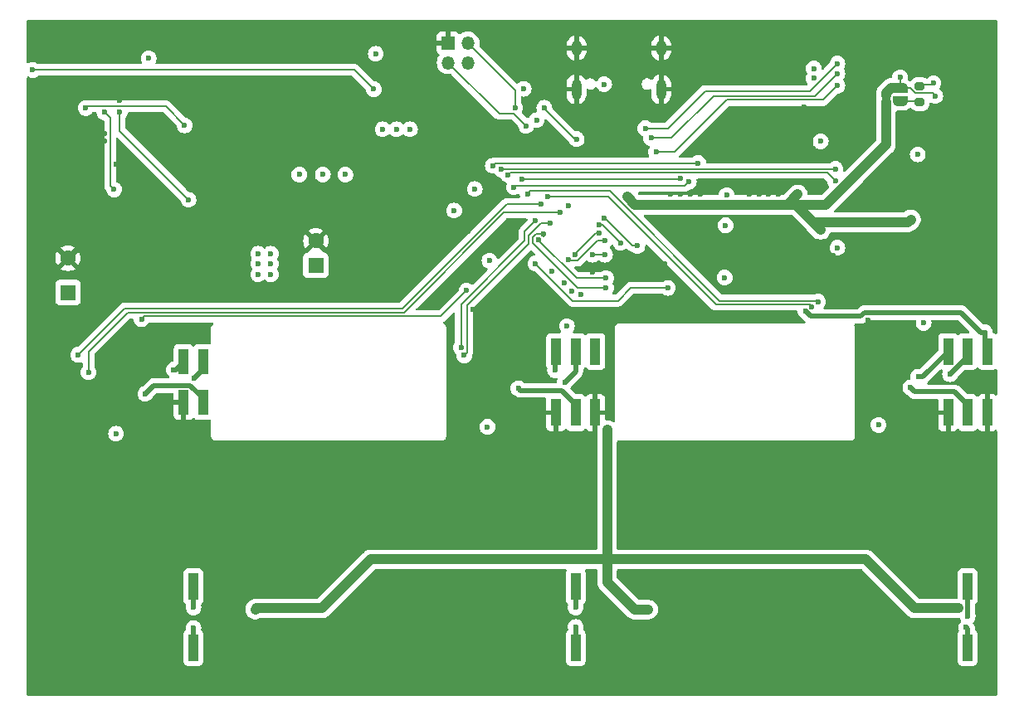
<source format=gbr>
%TF.GenerationSoftware,KiCad,Pcbnew,8.0.5*%
%TF.CreationDate,2024-12-04T18:09:43+09:00*%
%TF.ProjectId,GESC_Logic,47455343-5f4c-46f6-9769-632e6b696361,rev?*%
%TF.SameCoordinates,Original*%
%TF.FileFunction,Copper,L4,Bot*%
%TF.FilePolarity,Positive*%
%FSLAX46Y46*%
G04 Gerber Fmt 4.6, Leading zero omitted, Abs format (unit mm)*
G04 Created by KiCad (PCBNEW 8.0.5) date 2024-12-04 18:09:43*
%MOMM*%
%LPD*%
G01*
G04 APERTURE LIST*
G04 Aperture macros list*
%AMRoundRect*
0 Rectangle with rounded corners*
0 $1 Rounding radius*
0 $2 $3 $4 $5 $6 $7 $8 $9 X,Y pos of 4 corners*
0 Add a 4 corners polygon primitive as box body*
4,1,4,$2,$3,$4,$5,$6,$7,$8,$9,$2,$3,0*
0 Add four circle primitives for the rounded corners*
1,1,$1+$1,$2,$3*
1,1,$1+$1,$4,$5*
1,1,$1+$1,$6,$7*
1,1,$1+$1,$8,$9*
0 Add four rect primitives between the rounded corners*
20,1,$1+$1,$2,$3,$4,$5,0*
20,1,$1+$1,$4,$5,$6,$7,0*
20,1,$1+$1,$6,$7,$8,$9,0*
20,1,$1+$1,$8,$9,$2,$3,0*%
%AMFreePoly0*
4,1,19,0.500000,-0.750000,0.000000,-0.750000,0.000000,-0.744911,-0.071157,-0.744911,-0.207708,-0.704816,-0.327430,-0.627875,-0.420627,-0.520320,-0.479746,-0.390866,-0.500000,-0.250000,-0.500000,0.250000,-0.479746,0.390866,-0.420627,0.520320,-0.327430,0.627875,-0.207708,0.704816,-0.071157,0.744911,0.000000,0.744911,0.000000,0.750000,0.500000,0.750000,0.500000,-0.750000,0.500000,-0.750000,
$1*%
%AMFreePoly1*
4,1,19,0.000000,0.744911,0.071157,0.744911,0.207708,0.704816,0.327430,0.627875,0.420627,0.520320,0.479746,0.390866,0.500000,0.250000,0.500000,-0.250000,0.479746,-0.390866,0.420627,-0.520320,0.327430,-0.627875,0.207708,-0.704816,0.071157,-0.744911,0.000000,-0.744911,0.000000,-0.750000,-0.500000,-0.750000,-0.500000,0.750000,0.000000,0.750000,0.000000,0.744911,0.000000,0.744911,
$1*%
G04 Aperture macros list end*
%TA.AperFunction,ComponentPad*%
%ADD10R,1.600000X1.600000*%
%TD*%
%TA.AperFunction,ComponentPad*%
%ADD11C,1.600000*%
%TD*%
%TA.AperFunction,ComponentPad*%
%ADD12R,1.350000X1.350000*%
%TD*%
%TA.AperFunction,ComponentPad*%
%ADD13O,1.350000X1.350000*%
%TD*%
%TA.AperFunction,ComponentPad*%
%ADD14O,1.000000X2.100000*%
%TD*%
%TA.AperFunction,ComponentPad*%
%ADD15O,1.000000X1.600000*%
%TD*%
%TA.AperFunction,SMDPad,CuDef*%
%ADD16R,1.000000X2.750000*%
%TD*%
%TA.AperFunction,SMDPad,CuDef*%
%ADD17FreePoly0,90.000000*%
%TD*%
%TA.AperFunction,SMDPad,CuDef*%
%ADD18FreePoly1,90.000000*%
%TD*%
%TA.AperFunction,SMDPad,CuDef*%
%ADD19R,1.000000X2.580000*%
%TD*%
%TA.AperFunction,SMDPad,CuDef*%
%ADD20RoundRect,0.200000X0.275000X-0.200000X0.275000X0.200000X-0.275000X0.200000X-0.275000X-0.200000X0*%
%TD*%
%TA.AperFunction,ViaPad*%
%ADD21C,0.600000*%
%TD*%
%TA.AperFunction,Conductor*%
%ADD22C,0.500000*%
%TD*%
%TA.AperFunction,Conductor*%
%ADD23C,1.000000*%
%TD*%
%TA.AperFunction,Conductor*%
%ADD24C,0.200000*%
%TD*%
G04 APERTURE END LIST*
D10*
%TO.P,C62,1*%
%TO.N,+12V*%
X104700000Y-113352651D03*
D11*
%TO.P,C62,2*%
%TO.N,GND*%
X104700000Y-109852651D03*
%TD*%
D12*
%TO.P,J11,1,Pin_1*%
%TO.N,GND*%
X143500000Y-87900000D03*
D13*
%TO.P,J11,2,Pin_2*%
%TO.N,SWCLK*%
X145500000Y-87900000D03*
%TO.P,J11,3,Pin_3*%
%TO.N,SWDIO*%
X143500000Y-89900000D03*
%TO.P,J11,4,Pin_4*%
%TO.N,+3V3*%
X145500000Y-89900000D03*
%TD*%
D10*
%TO.P,C63,1*%
%TO.N,+5V*%
X130000000Y-110582380D03*
D11*
%TO.P,C63,2*%
%TO.N,GND*%
X130000000Y-108082380D03*
%TD*%
D14*
%TO.P,J13,S1,SHIELD*%
%TO.N,GND*%
X165220000Y-92610000D03*
D15*
X165220000Y-88430000D03*
D14*
X156580000Y-92610000D03*
D15*
X156580000Y-88430000D03*
%TD*%
D16*
%TO.P,J17,1,Pin_1*%
%TO.N,SHB_+*%
X156500000Y-143375000D03*
%TO.P,J17,2,Pin_2*%
%TO.N,SHB_-*%
X156500000Y-149625000D03*
%TD*%
%TO.P,J4,1,Pin_1*%
%TO.N,GND*%
X154500000Y-125625000D03*
%TO.P,J4,2,Pin_2*%
%TO.N,Net-(J4-Pin_2)*%
X154500000Y-119375000D03*
%TO.P,J4,3,Pin_3*%
%TO.N,Net-(J4-Pin_3)*%
X156500000Y-125625000D03*
%TO.P,J4,4,Pin_4*%
%TO.N,Phase_B*%
X156500000Y-119375000D03*
%TO.P,J4,5,Pin_5*%
%TO.N,GND*%
X158500000Y-125625000D03*
%TO.P,J4,6,Pin_6*%
%TO.N,F_TEMP_*%
X158500000Y-119375000D03*
%TD*%
%TO.P,J16,1,Pin_1*%
%TO.N,SHA_+*%
X117500000Y-143375000D03*
%TO.P,J16,2,Pin_2*%
%TO.N,SHA_-*%
X117500000Y-149625000D03*
%TD*%
D17*
%TO.P,JP1,1,A*%
%TO.N,Net-(JP1-A)*%
X189600000Y-93800000D03*
D18*
%TO.P,JP1,2,B*%
%TO.N,+3V3*%
X189600000Y-92500000D03*
%TD*%
D16*
%TO.P,J18,1,Pin_1*%
%TO.N,SHC_+*%
X196500000Y-143375000D03*
%TO.P,J18,2,Pin_2*%
%TO.N,SHC_-*%
X196500000Y-149625000D03*
%TD*%
%TO.P,J5,1,Pin_1*%
%TO.N,GND*%
X194500000Y-125625000D03*
%TO.P,J5,2,Pin_2*%
%TO.N,Phase_C*%
X194500000Y-119375000D03*
%TO.P,J5,3,Pin_3*%
%TO.N,Net-(J5-Pin_3)*%
X196500000Y-125625000D03*
%TO.P,J5,4,Pin_4*%
%TO.N,Net-(J5-Pin_4)*%
X196500000Y-119375000D03*
%TO.P,J5,5,Pin_5*%
%TO.N,GND*%
X198500000Y-125625000D03*
%TO.P,J5,6,Pin_6*%
%TO.N,+BATT*%
X198500000Y-119375000D03*
%TD*%
D19*
%TO.P,J3,1,Pin_1*%
%TO.N,Net-(J3-Pin_1)*%
X118500000Y-124585000D03*
%TO.P,J3,2,Pin_2*%
%TO.N,Phase_A*%
X118500000Y-120415000D03*
%TO.P,J3,3,Pin_3*%
%TO.N,GND*%
X116500000Y-124585000D03*
%TO.P,J3,4,Pin_4*%
%TO.N,Net-(J3-Pin_4)*%
X116500000Y-120415000D03*
%TD*%
D20*
%TO.P,R12,1*%
%TO.N,Net-(JP1-A)*%
X191600000Y-93950000D03*
%TO.P,R12,2*%
%TO.N,UART_RX*%
X191600000Y-92300000D03*
%TD*%
D21*
%TO.N,GND*%
X109975000Y-93754080D03*
X129400000Y-102900000D03*
X127800000Y-107000000D03*
X111300000Y-100400000D03*
X138600000Y-93100000D03*
X138600000Y-89300000D03*
X153300000Y-117700000D03*
X149500000Y-106500000D03*
X135700000Y-113900000D03*
X153300000Y-116300000D03*
X107200000Y-97900000D03*
X175400000Y-110600000D03*
X142500000Y-99500000D03*
X143600000Y-99500000D03*
X127800000Y-108000000D03*
X130400000Y-102900000D03*
X185500000Y-123500000D03*
X107100000Y-86750000D03*
X139500000Y-101500000D03*
X100900000Y-97300000D03*
X174200000Y-106900000D03*
X193200000Y-94500000D03*
X163600000Y-110400000D03*
X197600000Y-111800000D03*
X111300000Y-99600000D03*
X108400000Y-97900000D03*
X151400000Y-114900000D03*
X169000573Y-115711780D03*
X181100000Y-109700000D03*
X139500000Y-99500000D03*
X126500000Y-102900000D03*
X175200000Y-105900000D03*
X175400000Y-94800000D03*
X140500000Y-101500000D03*
X112100000Y-101300000D03*
X102900000Y-103300000D03*
X146900000Y-115000000D03*
X111300000Y-102300000D03*
X199200000Y-147300000D03*
X185500000Y-122500000D03*
X110900000Y-108625000D03*
X192300000Y-100700000D03*
X162280000Y-98480000D03*
X166200000Y-103300000D03*
X168000000Y-115700000D03*
X198700000Y-129400000D03*
X197700000Y-89100000D03*
X107900000Y-108625000D03*
X158200000Y-111300000D03*
X139800000Y-90800000D03*
X197800000Y-91900000D03*
X126800000Y-106000000D03*
X124740000Y-148140000D03*
X186900000Y-101800000D03*
X140500000Y-100500000D03*
X154060589Y-111200000D03*
X123700000Y-102900000D03*
X106900000Y-106300000D03*
X198600000Y-128100000D03*
X136700000Y-113800000D03*
X138900000Y-107800000D03*
X192800000Y-109100000D03*
X182600000Y-88500000D03*
X132800000Y-106000000D03*
X160200000Y-95900000D03*
X188900000Y-100700000D03*
X117700000Y-113600000D03*
X111300000Y-101300000D03*
X128400000Y-102900000D03*
X139900000Y-106800000D03*
X132800000Y-113900000D03*
X133400000Y-94400000D03*
X142500000Y-100500000D03*
X157000000Y-113600000D03*
X165500000Y-107200000D03*
X141500000Y-99500000D03*
X167200000Y-103300000D03*
X146700000Y-123005000D03*
X108000000Y-126200000D03*
X177200000Y-103300000D03*
X109900000Y-108625000D03*
X145800000Y-125600000D03*
X148100000Y-101700000D03*
X166000000Y-115700000D03*
X100900000Y-99300000D03*
X170500000Y-105900000D03*
X125400000Y-102900000D03*
X164400000Y-106000000D03*
X174200000Y-103300000D03*
X164100000Y-95500000D03*
X178200000Y-105900000D03*
X166500000Y-147200000D03*
X131400000Y-102900000D03*
X139500000Y-100500000D03*
X163000000Y-115700000D03*
X108400000Y-97100000D03*
X149000000Y-120000000D03*
X197600000Y-111000000D03*
X146000000Y-115100000D03*
X113400000Y-86800000D03*
X137500000Y-98500000D03*
X182800000Y-109600000D03*
X186000000Y-112900000D03*
X197600000Y-129400000D03*
X147800000Y-114900000D03*
X141500000Y-100500000D03*
X126800000Y-107000000D03*
X147400000Y-104000000D03*
X194300000Y-148875000D03*
X127800000Y-106000000D03*
X149000000Y-122000000D03*
X133700000Y-113900000D03*
X102900000Y-102300000D03*
X188000000Y-100600000D03*
X125900000Y-148500000D03*
X121800000Y-109000000D03*
X138900000Y-104800000D03*
X179000000Y-91400000D03*
X193200000Y-148875000D03*
X149000000Y-123000000D03*
X186300000Y-116148528D03*
X197900000Y-148500000D03*
X109100000Y-86750000D03*
X134400000Y-102900000D03*
X138900000Y-105800000D03*
X166500000Y-107200000D03*
X131800000Y-113900000D03*
X139900000Y-105800000D03*
X176200000Y-106900000D03*
X121800000Y-110000000D03*
X121800000Y-108000000D03*
X165000000Y-115700000D03*
X169500000Y-105900000D03*
X102900000Y-100300000D03*
X175200000Y-103300000D03*
X103900000Y-106300000D03*
X102900000Y-105300000D03*
X149000000Y-121000000D03*
X137500000Y-99500000D03*
X138900000Y-106800000D03*
X169200000Y-103300000D03*
X107200000Y-97100000D03*
X165000000Y-148200000D03*
X175400000Y-112600000D03*
X175200000Y-106900000D03*
X197500000Y-128000000D03*
X178200000Y-106900000D03*
X164600000Y-110400000D03*
X179800000Y-94400000D03*
X121800000Y-111000000D03*
X145200000Y-95000000D03*
X176200000Y-103300000D03*
X140900000Y-104800000D03*
X107800000Y-97500000D03*
X196200000Y-128000000D03*
X131800000Y-106000000D03*
X112000000Y-91800000D03*
X146700000Y-124595000D03*
X100900000Y-100300000D03*
X134700000Y-113900000D03*
X111000000Y-91800000D03*
X148700000Y-102200000D03*
X169500000Y-106900000D03*
X103900000Y-105300000D03*
X130800000Y-106000000D03*
X168500000Y-105900000D03*
X113800000Y-104820000D03*
X146260589Y-110460589D03*
X164000000Y-115700000D03*
X119700000Y-113600000D03*
X100900000Y-99300000D03*
X127400000Y-147400000D03*
X139500000Y-98500000D03*
X108900000Y-108625000D03*
X122800000Y-107000000D03*
X105900000Y-106300000D03*
X165500000Y-106000000D03*
X113400000Y-86800000D03*
X196100000Y-94500000D03*
X174500000Y-96000000D03*
X194600000Y-101200000D03*
X164240000Y-147640000D03*
X139900000Y-104800000D03*
X102900000Y-101300000D03*
X176200000Y-105900000D03*
X122400000Y-102900000D03*
X123800000Y-107000000D03*
X175400000Y-111700000D03*
X116656412Y-113576088D03*
X170500000Y-106900000D03*
X127500000Y-102900000D03*
X100900000Y-96300000D03*
X137900000Y-110800000D03*
X100900000Y-101300000D03*
X194600000Y-101200000D03*
X152800000Y-98800000D03*
X173200000Y-105900000D03*
X123800000Y-107000000D03*
X108900000Y-91800000D03*
X185500000Y-124500000D03*
X100900000Y-98300000D03*
X163690000Y-148190000D03*
X165600000Y-110400000D03*
X115100000Y-104820000D03*
X186525000Y-117600000D03*
X138500000Y-98500000D03*
X101900000Y-100300000D03*
X111100000Y-86750000D03*
X153300000Y-114900000D03*
X156100000Y-113200000D03*
X109600000Y-100300000D03*
X140500000Y-99500000D03*
X112100000Y-100400000D03*
X150200000Y-107100000D03*
X196200000Y-129300000D03*
X137700000Y-113800000D03*
X137000000Y-94400000D03*
X102900000Y-104300000D03*
X124400000Y-102900000D03*
X176000000Y-97300000D03*
X188900000Y-101800000D03*
X125240000Y-147640000D03*
X198500000Y-125625000D03*
X145498097Y-107103984D03*
X194600000Y-107900000D03*
X103800000Y-86225000D03*
X112100000Y-102300000D03*
X124800000Y-107000000D03*
X196300000Y-109100000D03*
X104900000Y-106300000D03*
X197600000Y-102500000D03*
X130800000Y-113900000D03*
X110000000Y-91800000D03*
X197600000Y-94500000D03*
X175400000Y-109500000D03*
X124500000Y-102900000D03*
X174200000Y-105900000D03*
X188000000Y-101800000D03*
X138500000Y-99500000D03*
X128800000Y-106000000D03*
X185500000Y-125300000D03*
X177200000Y-106900000D03*
X177200000Y-105900000D03*
X125800000Y-107000000D03*
X168200000Y-103300000D03*
X118700000Y-113600000D03*
X162000000Y-115700000D03*
X152500000Y-92600000D03*
X121800000Y-107000000D03*
X106900000Y-108625000D03*
X129800000Y-106000000D03*
X107300000Y-123000000D03*
X139900000Y-107800000D03*
X106100000Y-86750000D03*
%TO.N,+5V*%
X125400000Y-109400000D03*
X124100000Y-109400000D03*
X183200000Y-108800000D03*
X191400000Y-99262500D03*
X124100000Y-111500000D03*
X125400000Y-111500000D03*
X124100000Y-110400000D03*
X125400000Y-110400000D03*
X171900000Y-103425000D03*
X171700000Y-111830000D03*
X181500000Y-97932500D03*
X171800000Y-106500000D03*
X159400000Y-92100000D03*
X192000000Y-116462500D03*
%TO.N,+3V3*%
X147702308Y-110121095D03*
X136800000Y-96700000D03*
X189600000Y-91400000D03*
X195700000Y-145600000D03*
X188145000Y-93900000D03*
X179150000Y-103350000D03*
X152513721Y-95773856D03*
X124500000Y-145725000D03*
X162500000Y-145725000D03*
X193200000Y-93300000D03*
X146200000Y-102800000D03*
X163200000Y-145725000D03*
X151200000Y-92568750D03*
X155300000Y-112400000D03*
X188145000Y-93200000D03*
X161750000Y-103601470D03*
X190700000Y-105900000D03*
X123800000Y-145725000D03*
X180790000Y-90500000D03*
X180790000Y-91500000D03*
X163900000Y-145725000D03*
X138200000Y-96700000D03*
X155600000Y-116800000D03*
X144100000Y-105000000D03*
X159700000Y-127400000D03*
X139600000Y-96700000D03*
X155800000Y-104500000D03*
X195000000Y-145600000D03*
X181500000Y-106962500D03*
%TO.N,+12V*%
X109600000Y-127775000D03*
X187400000Y-126875000D03*
X128300000Y-101325000D03*
X147500000Y-127075000D03*
X130700000Y-101325000D03*
X133000000Y-101325000D03*
%TO.N,Phase_A*%
X117555090Y-122149910D03*
%TO.N,Phase_B*%
X155400000Y-122500000D03*
%TO.N,Phase_C*%
X191452500Y-121947500D03*
%TO.N,M_TMP\u002C MOSI*%
X158200000Y-109500000D03*
X159500000Y-109500000D03*
%TO.N,PPM*%
X148035875Y-100428724D03*
X169000000Y-100150000D03*
%TO.N,ADC2\u002C MISO*%
X156416117Y-109483883D03*
X158900000Y-107300000D03*
%TO.N,ADC1\u002C CS*%
X159465687Y-108082842D03*
X155800000Y-110000000D03*
%TO.N,V_A*%
X112200000Y-116100000D03*
X145375735Y-113175735D03*
%TO.N,LED_R*%
X153300000Y-94500000D03*
X156600000Y-97700000D03*
%TO.N,Net-(J1-Pin_2)*%
X135900000Y-92600000D03*
X101100000Y-90640000D03*
X101100000Y-90640000D03*
%TO.N,/Gate Drivers/AL*%
X154900000Y-105200000D03*
X106800000Y-121500000D03*
%TO.N,/Gate Drivers/AH*%
X153000000Y-104300000D03*
X105735809Y-119720732D03*
%TO.N,F_TEMP_*%
X158500000Y-119375000D03*
X158500000Y-118600000D03*
%TO.N,+BATT*%
X112935000Y-89465000D03*
X198260178Y-117434405D03*
X136100000Y-89000000D03*
X179934872Y-115242126D03*
%TO.N,Net-(J5-Pin_4)*%
X194700000Y-121700000D03*
%TO.N,BMI160_SCL*%
X148900000Y-100800000D03*
X183000000Y-100750000D03*
%TO.N,BMI160_SDA*%
X183000000Y-102000000D03*
X149600000Y-101350000D03*
%TO.N,USART_TX\u002C SCL*%
X161100000Y-108300000D03*
X158915143Y-106436328D03*
%TO.N,USART_RX\u002C SDA*%
X159400000Y-105800000D03*
X162800000Y-108600000D03*
%TO.N,Net-(J9-Pin_2)*%
X163600000Y-96600000D03*
X183200000Y-90000000D03*
%TO.N,Net-(J9-Pin_3)*%
X164200000Y-97600000D03*
X183200000Y-91000000D03*
%TO.N,Net-(J9-Pin_4)*%
X183200000Y-92250000D03*
X164700000Y-99000000D03*
%TO.N,UART_RX*%
X168039106Y-102056148D03*
X193000000Y-92000000D03*
X193000000Y-92000000D03*
X150200000Y-102600000D03*
%TO.N,UART_TX*%
X167200000Y-101750000D03*
X151000000Y-101800000D03*
%TO.N,SWDIO*%
X151450000Y-96350000D03*
%TO.N,SWCLK*%
X150300000Y-94500000D03*
%TO.N,CAN_RXD*%
X153212149Y-107385421D03*
X159600000Y-112900000D03*
%TO.N,CAN_TXD*%
X159600000Y-111900000D03*
X152700000Y-108000000D03*
%TO.N,SHA_-*%
X117500000Y-147600000D03*
%TO.N,SHA_+*%
X117500000Y-145500000D03*
%TO.N,SHB_+*%
X156500000Y-145500000D03*
%TO.N,SHB_-*%
X156500000Y-147500000D03*
%TO.N,SHC_-*%
X196350000Y-147550000D03*
%TO.N,SHC_+*%
X196500000Y-146400000D03*
%TO.N,/Gate Drivers/BH*%
X152392893Y-106044363D03*
X144800000Y-118986206D03*
%TO.N,/Gate Drivers/BL*%
X153900000Y-106300000D03*
X145132760Y-119781749D03*
%TO.N,/Gate Drivers/CH*%
X151600000Y-103300000D03*
X181226102Y-114300000D03*
%TO.N,/Gate Drivers/CL*%
X153663057Y-103600000D03*
X180601602Y-114800000D03*
%TO.N,VSENSE*%
X152400000Y-110400000D03*
X165900000Y-112887500D03*
%TO.N,Net-(U11-VCC)*%
X108424859Y-94954080D03*
X109400000Y-102840000D03*
%TO.N,Net-(Q1-G)*%
X117000000Y-103900000D03*
X109986572Y-94964093D03*
%TO.N,Net-(Q3-G)*%
X116600000Y-96300000D03*
X106500000Y-94540000D03*
%TO.N,Net-(J3-Pin_4)*%
X115500000Y-121240000D03*
%TO.N,Net-(J3-Pin_1)*%
X112598613Y-123702817D03*
%TO.N,Net-(J4-Pin_2)*%
X154400000Y-121300000D03*
%TO.N,Net-(J4-Pin_3)*%
X150656239Y-123134359D03*
%TO.N,Net-(J5-Pin_3)*%
X190647018Y-123041053D03*
%TD*%
D22*
%TO.N,GND*%
X116500000Y-124585000D02*
X116500000Y-123730000D01*
D23*
%TO.N,+3V3*%
X191100000Y-145600000D02*
X195550000Y-145600000D01*
X162573530Y-104425000D02*
X178075000Y-104425000D01*
X190418750Y-106181250D02*
X190700000Y-105900000D01*
X178962500Y-104425000D02*
X181989214Y-104425000D01*
X130600000Y-145600000D02*
X123925000Y-145600000D01*
X162500000Y-145725000D02*
X163900000Y-145725000D01*
X159700000Y-140600000D02*
X159700000Y-142925000D01*
X186100000Y-140600000D02*
X191100000Y-145600000D01*
X178962500Y-104425000D02*
X180718750Y-106181250D01*
X162037500Y-145262500D02*
X162500000Y-145725000D01*
X188145000Y-98269214D02*
X188145000Y-93900000D01*
X180718750Y-106181250D02*
X190418750Y-106181250D01*
X135600000Y-140600000D02*
X130600000Y-145600000D01*
X123925000Y-145600000D02*
X123800000Y-145725000D01*
X159700000Y-140600000D02*
X186100000Y-140600000D01*
X188652977Y-92500000D02*
X189600000Y-92500000D01*
X159700000Y-140600000D02*
X135600000Y-140600000D01*
X181989214Y-104425000D02*
X188145000Y-98269214D01*
D24*
X192900000Y-93000000D02*
X191112352Y-93000000D01*
X190612352Y-92500000D02*
X189600000Y-92500000D01*
D23*
X178075000Y-104425000D02*
X179150000Y-103350000D01*
X159700000Y-142925000D02*
X162037500Y-145262500D01*
X188145000Y-93200000D02*
X188145000Y-93007977D01*
X159700000Y-127400000D02*
X159700000Y-140600000D01*
D24*
X191112352Y-93000000D02*
X190612352Y-92500000D01*
X193200000Y-93300000D02*
X192900000Y-93000000D01*
D23*
X188145000Y-93007977D02*
X188652977Y-92500000D01*
D24*
X189600000Y-92500000D02*
X189600000Y-91400000D01*
D23*
X161750000Y-103601470D02*
X162573530Y-104425000D01*
X180718750Y-106181250D02*
X181500000Y-106962500D01*
X178075000Y-104425000D02*
X178962500Y-104425000D01*
D22*
%TO.N,Phase_A*%
X118500000Y-121205000D02*
X118500000Y-120415000D01*
X117555090Y-122149910D02*
X118500000Y-121205000D01*
%TO.N,Phase_B*%
X156500000Y-121400000D02*
X156500000Y-119375000D01*
X155400000Y-122500000D02*
X156500000Y-121400000D01*
%TO.N,Phase_C*%
X191927500Y-121947500D02*
X194500000Y-119375000D01*
X191452500Y-121947500D02*
X191927500Y-121947500D01*
D24*
%TO.N,M_TMP\u002C MOSI*%
X159500000Y-109500000D02*
X158200000Y-109500000D01*
%TO.N,PPM*%
X169000000Y-100150000D02*
X168950000Y-100200000D01*
X148200000Y-100200000D02*
X148035875Y-100364125D01*
X148035875Y-100364125D02*
X148035875Y-100428724D01*
X168950000Y-100200000D02*
X148200000Y-100200000D01*
%TO.N,ADC2\u002C MISO*%
X158551471Y-107300000D02*
X156416117Y-109435354D01*
X156416117Y-109435354D02*
X156416117Y-109483883D01*
X158900000Y-107300000D02*
X158551471Y-107300000D01*
%TO.N,ADC1\u002C CS*%
X158717158Y-108082842D02*
X159465687Y-108082842D01*
X155883883Y-110083883D02*
X156716117Y-110083883D01*
X159465687Y-108082842D02*
X159400000Y-108148529D01*
X155800000Y-110000000D02*
X155883883Y-110083883D01*
X156716117Y-110083883D02*
X158717158Y-108082842D01*
X159400000Y-108148529D02*
X159400000Y-108200000D01*
%TO.N,V_A*%
X112200000Y-116100000D02*
X112500000Y-115800000D01*
X142751470Y-115800000D02*
X145375735Y-113175735D01*
X112500000Y-115800000D02*
X142751470Y-115800000D01*
%TO.N,LED_R*%
X153300000Y-94600000D02*
X156400000Y-97700000D01*
X153300000Y-94500000D02*
X153300000Y-94600000D01*
X156400000Y-97700000D02*
X156600000Y-97700000D01*
%TO.N,Net-(J1-Pin_2)*%
X135900000Y-92600000D02*
X133940000Y-90640000D01*
X133940000Y-90640000D02*
X101100000Y-90640000D01*
%TO.N,/Gate Drivers/AL*%
X154900000Y-105200000D02*
X149165686Y-105200000D01*
X149165686Y-105200000D02*
X138965686Y-115400000D01*
X138965686Y-115400000D02*
X110800000Y-115400000D01*
X106800000Y-119400000D02*
X106800000Y-121500000D01*
X110800000Y-115400000D02*
X106800000Y-119400000D01*
%TO.N,/Gate Drivers/AH*%
X149500000Y-104300000D02*
X153000000Y-104300000D01*
X105735809Y-119720732D02*
X110456541Y-115000000D01*
X110456541Y-115000000D02*
X138800000Y-115000000D01*
X138800000Y-115000000D02*
X149500000Y-104300000D01*
D22*
%TO.N,+BATT*%
X179934872Y-115242126D02*
X180492746Y-115800000D01*
X185587867Y-115800000D02*
X185989339Y-115398528D01*
X185989339Y-115398528D02*
X195798528Y-115398528D01*
X195798528Y-115398528D02*
X197834405Y-117434405D01*
X197834405Y-117434405D02*
X198260178Y-117434405D01*
X198260178Y-119135178D02*
X198500000Y-119375000D01*
X180492746Y-115800000D02*
X185587867Y-115800000D01*
X198260178Y-117434405D02*
X198260178Y-119135178D01*
%TO.N,Net-(J5-Pin_4)*%
X196500000Y-119900000D02*
X196500000Y-119375000D01*
X194700000Y-121700000D02*
X196500000Y-119900000D01*
D24*
%TO.N,BMI160_SCL*%
X148950000Y-100750000D02*
X183000000Y-100750000D01*
X148900000Y-100800000D02*
X148950000Y-100750000D01*
%TO.N,BMI160_SDA*%
X149800000Y-101150000D02*
X182150000Y-101150000D01*
X149600000Y-101350000D02*
X149800000Y-101150000D01*
X182150000Y-101150000D02*
X183000000Y-102000000D01*
%TO.N,USART_TX\u002C SCL*%
X159236328Y-106436328D02*
X161100000Y-108300000D01*
X158915143Y-106436328D02*
X159236328Y-106436328D01*
%TO.N,USART_RX\u002C SDA*%
X162300000Y-108600000D02*
X162800000Y-108600000D01*
X159500000Y-105800000D02*
X162300000Y-108600000D01*
X159400000Y-105800000D02*
X159500000Y-105800000D01*
%TO.N,Net-(J9-Pin_2)*%
X165900000Y-96600000D02*
X169700000Y-92800000D01*
X163600000Y-96600000D02*
X165900000Y-96600000D01*
X169700000Y-92800000D02*
X180400000Y-92800000D01*
X180400000Y-92800000D02*
X183200000Y-90000000D01*
%TO.N,Net-(J9-Pin_3)*%
X170600000Y-93300000D02*
X180900000Y-93300000D01*
X164200000Y-97600000D02*
X166300000Y-97600000D01*
X180900000Y-93300000D02*
X183200000Y-91000000D01*
X166300000Y-97600000D02*
X170600000Y-93300000D01*
%TO.N,Net-(J9-Pin_4)*%
X171900000Y-93700000D02*
X181750000Y-93700000D01*
X181750000Y-93700000D02*
X183200000Y-92250000D01*
X164700000Y-99000000D02*
X166600000Y-99000000D01*
X166600000Y-99000000D02*
X171900000Y-93700000D01*
%TO.N,UART_RX*%
X150300000Y-102500000D02*
X167595254Y-102500000D01*
X150200000Y-102600000D02*
X150300000Y-102500000D01*
X191500000Y-92175000D02*
X192825000Y-92175000D01*
X167595254Y-102500000D02*
X168039106Y-102056148D01*
X192825000Y-92175000D02*
X193000000Y-92000000D01*
%TO.N,UART_TX*%
X167250000Y-101800000D02*
X167200000Y-101750000D01*
X167150000Y-101800000D02*
X167200000Y-101750000D01*
X151000000Y-101800000D02*
X167150000Y-101800000D01*
%TO.N,SWDIO*%
X150200000Y-95100000D02*
X151450000Y-96350000D01*
X148700000Y-95100000D02*
X150200000Y-95100000D01*
X143500000Y-89900000D02*
X148700000Y-95100000D01*
%TO.N,SWCLK*%
X150300000Y-92700000D02*
X145500000Y-87900000D01*
X150300000Y-94500000D02*
X150300000Y-92700000D01*
%TO.N,Net-(JP1-A)*%
X189825000Y-93825000D02*
X189500000Y-93500000D01*
X191500000Y-93825000D02*
X189825000Y-93825000D01*
%TO.N,CAN_RXD*%
X153212149Y-107663620D02*
X152948529Y-107400000D01*
X153212149Y-107385421D02*
X153212149Y-107663620D01*
X152451471Y-107400000D02*
X152100000Y-107751471D01*
X152100000Y-108300000D02*
X156700000Y-112900000D01*
X156700000Y-112900000D02*
X159600000Y-112900000D01*
X152948529Y-107400000D02*
X152451471Y-107400000D01*
X152100000Y-107751471D02*
X152100000Y-108300000D01*
%TO.N,CAN_TXD*%
X156569491Y-111900000D02*
X159600000Y-111900000D01*
X152700000Y-108030509D02*
X156569491Y-111900000D01*
X152700000Y-108000000D02*
X152700000Y-108030509D01*
D22*
%TO.N,SHA_-*%
X117500000Y-149625000D02*
X117500000Y-147600000D01*
%TO.N,SHA_+*%
X117500000Y-143375000D02*
X117500000Y-145500000D01*
%TO.N,SHB_+*%
X156500000Y-143375000D02*
X156500000Y-145500000D01*
%TO.N,SHB_-*%
X156500000Y-149625000D02*
X156500000Y-147500000D01*
X156500000Y-147500000D02*
X156500000Y-147600000D01*
%TO.N,SHC_-*%
X196500000Y-147700000D02*
X196350000Y-147550000D01*
X196500000Y-149625000D02*
X196500000Y-147700000D01*
%TO.N,SHC_+*%
X196500000Y-143375000D02*
X196500000Y-146400000D01*
D24*
%TO.N,/Gate Drivers/BH*%
X144800000Y-114600000D02*
X151300000Y-108100000D01*
X151300000Y-108100000D02*
X151300000Y-107137256D01*
X144800000Y-118986206D02*
X144800000Y-114600000D01*
X151300000Y-107137256D02*
X152392893Y-106044363D01*
%TO.N,/Gate Drivers/BL*%
X145400000Y-119514509D02*
X145400000Y-114700000D01*
X151700000Y-108400000D02*
X151700000Y-107585785D01*
X145400000Y-114700000D02*
X151700000Y-108400000D01*
X151700000Y-107585785D02*
X152985785Y-106300000D01*
X145132760Y-119781749D02*
X145400000Y-119514509D01*
X152985785Y-106300000D02*
X153900000Y-106300000D01*
%TO.N,/Gate Drivers/CH*%
X171200000Y-114200000D02*
X181126102Y-114200000D01*
X160000000Y-103000000D02*
X171200000Y-114200000D01*
X181126102Y-114200000D02*
X181226102Y-114300000D01*
X151600000Y-103300000D02*
X151900000Y-103000000D01*
X151900000Y-103000000D02*
X160000000Y-103000000D01*
%TO.N,/Gate Drivers/CL*%
X180401602Y-114600000D02*
X170800000Y-114600000D01*
X159800000Y-103600000D02*
X153663057Y-103600000D01*
X180601602Y-114800000D02*
X180401602Y-114600000D01*
X170800000Y-114600000D02*
X159800000Y-103600000D01*
%TO.N,VSENSE*%
X160800000Y-114200000D02*
X162112500Y-112887500D01*
X152400000Y-110400000D02*
X156200000Y-114200000D01*
X156200000Y-114200000D02*
X160800000Y-114200000D01*
X162112500Y-112887500D02*
X165900000Y-112887500D01*
%TO.N,Net-(U11-VCC)*%
X109000000Y-95529221D02*
X109000000Y-102440000D01*
X109000000Y-102440000D02*
X109400000Y-102840000D01*
X108424859Y-94954080D02*
X109000000Y-95529221D01*
%TO.N,Net-(Q1-G)*%
X109986572Y-96886572D02*
X117000000Y-103900000D01*
X117000000Y-103837521D02*
X117000000Y-103900000D01*
X109986572Y-94964093D02*
X109986572Y-96886572D01*
%TO.N,Net-(Q3-G)*%
X106685920Y-94354080D02*
X106500000Y-94540000D01*
X114654080Y-94354080D02*
X106685920Y-94354080D01*
X116600000Y-96300000D02*
X114654080Y-94354080D01*
D22*
%TO.N,Net-(J3-Pin_4)*%
X115500000Y-121240000D02*
X115675000Y-121240000D01*
X115675000Y-121240000D02*
X116500000Y-120415000D01*
%TO.N,Net-(J3-Pin_1)*%
X117189519Y-122845000D02*
X118500000Y-124155481D01*
X113456430Y-122845000D02*
X117189519Y-122845000D01*
X112598613Y-123702817D02*
X113456430Y-122845000D01*
X118500000Y-123700000D02*
X118500000Y-124585000D01*
X118500000Y-124155481D02*
X118500000Y-124585000D01*
%TO.N,Net-(J4-Pin_2)*%
X154400000Y-119475000D02*
X154500000Y-119375000D01*
X154400000Y-121300000D02*
X154400000Y-119475000D01*
%TO.N,Net-(J4-Pin_3)*%
X150656239Y-123134359D02*
X150871880Y-123350000D01*
X155050000Y-123350000D02*
X156500000Y-124800000D01*
X150871880Y-123350000D02*
X155050000Y-123350000D01*
X156500000Y-124800000D02*
X156500000Y-125625000D01*
%TO.N,Net-(J5-Pin_3)*%
X195150000Y-123500000D02*
X196500000Y-124850000D01*
D24*
X196500000Y-124875000D02*
X196500000Y-125625000D01*
D22*
X196500000Y-124850000D02*
X196500000Y-125625000D01*
X191105965Y-123500000D02*
X195150000Y-123500000D01*
X190647018Y-123041053D02*
X191105965Y-123500000D01*
%TD*%
%TA.AperFunction,Conductor*%
%TO.N,GND*%
G36*
X199442539Y-85520185D02*
G01*
X199488294Y-85572989D01*
X199499500Y-85624500D01*
X199499500Y-117500998D01*
X199479815Y-117568037D01*
X199427011Y-117613792D01*
X199357853Y-117623736D01*
X199301189Y-117600265D01*
X199242331Y-117556204D01*
X199242330Y-117556203D01*
X199143680Y-117519409D01*
X199087747Y-117477537D01*
X199063794Y-117417110D01*
X199045547Y-117255154D01*
X199045546Y-117255150D01*
X199022150Y-117188288D01*
X198985967Y-117084883D01*
X198889994Y-116932143D01*
X198762440Y-116804589D01*
X198643440Y-116729816D01*
X198609701Y-116708616D01*
X198439432Y-116649036D01*
X198439427Y-116649035D01*
X198260182Y-116628840D01*
X198260175Y-116628840D01*
X198166758Y-116639365D01*
X198097936Y-116627310D01*
X198065194Y-116603826D01*
X196276949Y-114815580D01*
X196276942Y-114815574D01*
X196193233Y-114759642D01*
X196193134Y-114759577D01*
X196154023Y-114733444D01*
X196154022Y-114733443D01*
X196154020Y-114733442D01*
X196017445Y-114676871D01*
X196017435Y-114676868D01*
X195872448Y-114648028D01*
X195872446Y-114648028D01*
X186063256Y-114648028D01*
X185915421Y-114648028D01*
X185915419Y-114648028D01*
X185770431Y-114676868D01*
X185770421Y-114676871D01*
X185633850Y-114733440D01*
X185633837Y-114733447D01*
X185510923Y-114815576D01*
X185510919Y-114815579D01*
X185313319Y-115013181D01*
X185251996Y-115046666D01*
X185225638Y-115049500D01*
X181908042Y-115049500D01*
X181841003Y-115029815D01*
X181795248Y-114977011D01*
X181785304Y-114907853D01*
X181814329Y-114844297D01*
X181820361Y-114837819D01*
X181855918Y-114802262D01*
X181951891Y-114649522D01*
X182011470Y-114479255D01*
X182012714Y-114468215D01*
X182031667Y-114300003D01*
X182031667Y-114299996D01*
X182011471Y-114120750D01*
X182011470Y-114120745D01*
X181951890Y-113950476D01*
X181855917Y-113797737D01*
X181728364Y-113670184D01*
X181575625Y-113574211D01*
X181405356Y-113514631D01*
X181405351Y-113514630D01*
X181226106Y-113494435D01*
X181226098Y-113494435D01*
X181046852Y-113514630D01*
X181046847Y-113514631D01*
X180876576Y-113574212D01*
X180866579Y-113580494D01*
X180800608Y-113599500D01*
X171500097Y-113599500D01*
X171433058Y-113579815D01*
X171412416Y-113563181D01*
X169679231Y-111829996D01*
X170894435Y-111829996D01*
X170894435Y-111830003D01*
X170914630Y-112009249D01*
X170914631Y-112009254D01*
X170974211Y-112179523D01*
X171040719Y-112285369D01*
X171070184Y-112332262D01*
X171197738Y-112459816D01*
X171207537Y-112465973D01*
X171342025Y-112550478D01*
X171350478Y-112555789D01*
X171503527Y-112609343D01*
X171520745Y-112615368D01*
X171520750Y-112615369D01*
X171699996Y-112635565D01*
X171700000Y-112635565D01*
X171700004Y-112635565D01*
X171879249Y-112615369D01*
X171879252Y-112615368D01*
X171879255Y-112615368D01*
X172049522Y-112555789D01*
X172202262Y-112459816D01*
X172329816Y-112332262D01*
X172425789Y-112179522D01*
X172485368Y-112009255D01*
X172486156Y-112002262D01*
X172505565Y-111830003D01*
X172505565Y-111829996D01*
X172485369Y-111650750D01*
X172485368Y-111650745D01*
X172432620Y-111500000D01*
X172425789Y-111480478D01*
X172329816Y-111327738D01*
X172202262Y-111200184D01*
X172194266Y-111195160D01*
X172049523Y-111104211D01*
X171879254Y-111044631D01*
X171879249Y-111044630D01*
X171700004Y-111024435D01*
X171699996Y-111024435D01*
X171520750Y-111044630D01*
X171520745Y-111044631D01*
X171350476Y-111104211D01*
X171197737Y-111200184D01*
X171070184Y-111327737D01*
X170974211Y-111480476D01*
X170914631Y-111650745D01*
X170914630Y-111650750D01*
X170894435Y-111829996D01*
X169679231Y-111829996D01*
X166649231Y-108799996D01*
X182394435Y-108799996D01*
X182394435Y-108800003D01*
X182414630Y-108979249D01*
X182414631Y-108979254D01*
X182474211Y-109149523D01*
X182561404Y-109288289D01*
X182570184Y-109302262D01*
X182697738Y-109429816D01*
X182777462Y-109479910D01*
X182841904Y-109520402D01*
X182850478Y-109525789D01*
X183003258Y-109579249D01*
X183020745Y-109585368D01*
X183020750Y-109585369D01*
X183199996Y-109605565D01*
X183200000Y-109605565D01*
X183200004Y-109605565D01*
X183379249Y-109585369D01*
X183379252Y-109585368D01*
X183379255Y-109585368D01*
X183549522Y-109525789D01*
X183702262Y-109429816D01*
X183829816Y-109302262D01*
X183925789Y-109149522D01*
X183985368Y-108979255D01*
X183985369Y-108979249D01*
X184005565Y-108800003D01*
X184005565Y-108799996D01*
X183985369Y-108620750D01*
X183985368Y-108620745D01*
X183966740Y-108567509D01*
X183925789Y-108450478D01*
X183921032Y-108442908D01*
X183829815Y-108297737D01*
X183702262Y-108170184D01*
X183549523Y-108074211D01*
X183379254Y-108014631D01*
X183379249Y-108014630D01*
X183200004Y-107994435D01*
X183199996Y-107994435D01*
X183020750Y-108014630D01*
X183020745Y-108014631D01*
X182850476Y-108074211D01*
X182697737Y-108170184D01*
X182570184Y-108297737D01*
X182474211Y-108450476D01*
X182414631Y-108620745D01*
X182414630Y-108620750D01*
X182394435Y-108799996D01*
X166649231Y-108799996D01*
X164349231Y-106499996D01*
X170994435Y-106499996D01*
X170994435Y-106500003D01*
X171014630Y-106679249D01*
X171014631Y-106679254D01*
X171074211Y-106849523D01*
X171147060Y-106965460D01*
X171170184Y-107002262D01*
X171297738Y-107129816D01*
X171450478Y-107225789D01*
X171532058Y-107254335D01*
X171620745Y-107285368D01*
X171620750Y-107285369D01*
X171799996Y-107305565D01*
X171800000Y-107305565D01*
X171800004Y-107305565D01*
X171979249Y-107285369D01*
X171979252Y-107285368D01*
X171979255Y-107285368D01*
X172149522Y-107225789D01*
X172302262Y-107129816D01*
X172429816Y-107002262D01*
X172525789Y-106849522D01*
X172585368Y-106679255D01*
X172585369Y-106679249D01*
X172605565Y-106500003D01*
X172605565Y-106499996D01*
X172585369Y-106320750D01*
X172585368Y-106320745D01*
X172540260Y-106191835D01*
X172525789Y-106150478D01*
X172507106Y-106120745D01*
X172447466Y-106025828D01*
X172429816Y-105997738D01*
X172302262Y-105870184D01*
X172238017Y-105829816D01*
X172149523Y-105774211D01*
X171979254Y-105714631D01*
X171979249Y-105714630D01*
X171800004Y-105694435D01*
X171799996Y-105694435D01*
X171620750Y-105714630D01*
X171620745Y-105714631D01*
X171450476Y-105774211D01*
X171297737Y-105870184D01*
X171170184Y-105997737D01*
X171074211Y-106150476D01*
X171014631Y-106320745D01*
X171014630Y-106320750D01*
X170994435Y-106499996D01*
X164349231Y-106499996D01*
X163486416Y-105637181D01*
X163452931Y-105575858D01*
X163457915Y-105506166D01*
X163499787Y-105450233D01*
X163565251Y-105425816D01*
X163574097Y-105425500D01*
X177976459Y-105425500D01*
X177976460Y-105425500D01*
X178173540Y-105425500D01*
X178496718Y-105425500D01*
X178563757Y-105445185D01*
X178584399Y-105461819D01*
X180088034Y-106965455D01*
X180088040Y-106965460D01*
X180862214Y-107739636D01*
X180862218Y-107739639D01*
X181026078Y-107849127D01*
X181026084Y-107849130D01*
X181026085Y-107849131D01*
X181208164Y-107924551D01*
X181401454Y-107962999D01*
X181401457Y-107963000D01*
X181401459Y-107963000D01*
X181598542Y-107963000D01*
X181598543Y-107962999D01*
X181791835Y-107924551D01*
X181973914Y-107849131D01*
X182137781Y-107739639D01*
X182277139Y-107600281D01*
X182386631Y-107436414D01*
X182460410Y-107258297D01*
X182504251Y-107203894D01*
X182570545Y-107181829D01*
X182574971Y-107181750D01*
X190517293Y-107181750D01*
X190622026Y-107160916D01*
X190674394Y-107150500D01*
X190710586Y-107143301D01*
X190765040Y-107120745D01*
X190892664Y-107067882D01*
X191056532Y-106958389D01*
X191195889Y-106819032D01*
X191195889Y-106819030D01*
X191206097Y-106808823D01*
X191206097Y-106808821D01*
X191477140Y-106537781D01*
X191586632Y-106373914D01*
X191662052Y-106191835D01*
X191700501Y-105998540D01*
X191700501Y-105801459D01*
X191700501Y-105801456D01*
X191700500Y-105801454D01*
X191683230Y-105714631D01*
X191662052Y-105608164D01*
X191596736Y-105450478D01*
X191586633Y-105426087D01*
X191586628Y-105426078D01*
X191477140Y-105262218D01*
X191477137Y-105262214D01*
X191337785Y-105122862D01*
X191337781Y-105122859D01*
X191173921Y-105013371D01*
X191173912Y-105013366D01*
X190991836Y-104937948D01*
X190991828Y-104937946D01*
X190798544Y-104899499D01*
X190798541Y-104899499D01*
X190601460Y-104899499D01*
X190601457Y-104899499D01*
X190408172Y-104937946D01*
X190408164Y-104937948D01*
X190226088Y-105013366D01*
X190226079Y-105013371D01*
X190062219Y-105122859D01*
X190062215Y-105122862D01*
X190040647Y-105144431D01*
X189979324Y-105177916D01*
X189952966Y-105180750D01*
X182947745Y-105180750D01*
X182880706Y-105161065D01*
X182834951Y-105108261D01*
X182825007Y-105039103D01*
X182854032Y-104975547D01*
X182860064Y-104969069D01*
X185814503Y-102014630D01*
X188566637Y-99262496D01*
X190594435Y-99262496D01*
X190594435Y-99262503D01*
X190614630Y-99441749D01*
X190614631Y-99441754D01*
X190674211Y-99612023D01*
X190731335Y-99702934D01*
X190770184Y-99764762D01*
X190897738Y-99892316D01*
X190952081Y-99926462D01*
X191012826Y-99964631D01*
X191050478Y-99988289D01*
X191196496Y-100039383D01*
X191220745Y-100047868D01*
X191220750Y-100047869D01*
X191399996Y-100068065D01*
X191400000Y-100068065D01*
X191400004Y-100068065D01*
X191579249Y-100047869D01*
X191579252Y-100047868D01*
X191579255Y-100047868D01*
X191749522Y-99988289D01*
X191902262Y-99892316D01*
X192029816Y-99764762D01*
X192125789Y-99612022D01*
X192185368Y-99441755D01*
X192188999Y-99409528D01*
X192205565Y-99262503D01*
X192205565Y-99262496D01*
X192185369Y-99083250D01*
X192185368Y-99083245D01*
X192125788Y-98912976D01*
X192029815Y-98760237D01*
X191902262Y-98632684D01*
X191749523Y-98536711D01*
X191579254Y-98477131D01*
X191579249Y-98477130D01*
X191400004Y-98456935D01*
X191399996Y-98456935D01*
X191220750Y-98477130D01*
X191220745Y-98477131D01*
X191050476Y-98536711D01*
X190897737Y-98632684D01*
X190770184Y-98760237D01*
X190674211Y-98912976D01*
X190614631Y-99083245D01*
X190614630Y-99083250D01*
X190594435Y-99262496D01*
X188566637Y-99262496D01*
X188782778Y-99046355D01*
X188782782Y-99046353D01*
X188922139Y-98906996D01*
X189031632Y-98743128D01*
X189042095Y-98717868D01*
X189105198Y-98565524D01*
X189105205Y-98565505D01*
X189105220Y-98565470D01*
X189107051Y-98561050D01*
X189126275Y-98464402D01*
X189139185Y-98399500D01*
X189145500Y-98367756D01*
X189145500Y-94929201D01*
X189165185Y-94862162D01*
X189217989Y-94816407D01*
X189273630Y-94806371D01*
X189273630Y-94805497D01*
X189278059Y-94805497D01*
X189334399Y-94805497D01*
X189334409Y-94805500D01*
X189385764Y-94805500D01*
X189865573Y-94805500D01*
X189865601Y-94805497D01*
X189921940Y-94805497D01*
X189921941Y-94805497D01*
X190055479Y-94786297D01*
X190055481Y-94786297D01*
X190061612Y-94785415D01*
X190064256Y-94785035D01*
X190064257Y-94785035D01*
X190202309Y-94744498D01*
X190333094Y-94684770D01*
X190454130Y-94606986D01*
X190558561Y-94516497D01*
X190622113Y-94487474D01*
X190691271Y-94497418D01*
X190744075Y-94543172D01*
X190745876Y-94546061D01*
X190769528Y-94585185D01*
X190769531Y-94585189D01*
X190889811Y-94705469D01*
X190889813Y-94705470D01*
X190889815Y-94705472D01*
X191035394Y-94793478D01*
X191197804Y-94844086D01*
X191268384Y-94850500D01*
X191268387Y-94850500D01*
X191931613Y-94850500D01*
X191931616Y-94850500D01*
X192002196Y-94844086D01*
X192164606Y-94793478D01*
X192310185Y-94705472D01*
X192430472Y-94585185D01*
X192518478Y-94439606D01*
X192569086Y-94277196D01*
X192575500Y-94206616D01*
X192575500Y-94077370D01*
X192595185Y-94010331D01*
X192647989Y-93964576D01*
X192717147Y-93954632D01*
X192765471Y-93972375D01*
X192850478Y-94025789D01*
X192997888Y-94077370D01*
X193020745Y-94085368D01*
X193020750Y-94085369D01*
X193199996Y-94105565D01*
X193200000Y-94105565D01*
X193200004Y-94105565D01*
X193379249Y-94085369D01*
X193379252Y-94085368D01*
X193379255Y-94085368D01*
X193549522Y-94025789D01*
X193702262Y-93929816D01*
X193829816Y-93802262D01*
X193925789Y-93649522D01*
X193985368Y-93479255D01*
X193985369Y-93479249D01*
X194005565Y-93300003D01*
X194005565Y-93299996D01*
X193985369Y-93120750D01*
X193985368Y-93120745D01*
X193925789Y-92950478D01*
X193925188Y-92949522D01*
X193868938Y-92860000D01*
X193829816Y-92797738D01*
X193702262Y-92670184D01*
X193702259Y-92670181D01*
X193679671Y-92655989D01*
X193633379Y-92603655D01*
X193622730Y-92534601D01*
X193640648Y-92485023D01*
X193662955Y-92449522D01*
X193725789Y-92349522D01*
X193785368Y-92179255D01*
X193788015Y-92155765D01*
X193805565Y-92000003D01*
X193805565Y-91999996D01*
X193785369Y-91820750D01*
X193785368Y-91820745D01*
X193771266Y-91780444D01*
X193725789Y-91650478D01*
X193723896Y-91647466D01*
X193685473Y-91586315D01*
X193629816Y-91497738D01*
X193502262Y-91370184D01*
X193435262Y-91328085D01*
X193349523Y-91274211D01*
X193179254Y-91214631D01*
X193179249Y-91214630D01*
X193000004Y-91194435D01*
X192999996Y-91194435D01*
X192820750Y-91214630D01*
X192820745Y-91214631D01*
X192650476Y-91274211D01*
X192497739Y-91370183D01*
X192387111Y-91480811D01*
X192325788Y-91514295D01*
X192256096Y-91509311D01*
X192235280Y-91499246D01*
X192164606Y-91456522D01*
X192089370Y-91433078D01*
X192002196Y-91405914D01*
X192002194Y-91405913D01*
X192002192Y-91405913D01*
X191952778Y-91401423D01*
X191931616Y-91399500D01*
X191268384Y-91399500D01*
X191249145Y-91401248D01*
X191197807Y-91405913D01*
X191035393Y-91456522D01*
X190889811Y-91544530D01*
X190769531Y-91664810D01*
X190769528Y-91664814D01*
X190726041Y-91736750D01*
X190674513Y-91783937D01*
X190605654Y-91795775D01*
X190541325Y-91768506D01*
X190538723Y-91766313D01*
X190454133Y-91693016D01*
X190454131Y-91693015D01*
X190454130Y-91693014D01*
X190442864Y-91685773D01*
X190397110Y-91632971D01*
X190386684Y-91567575D01*
X190405565Y-91400002D01*
X190405565Y-91399996D01*
X190385369Y-91220750D01*
X190385368Y-91220745D01*
X190360781Y-91150479D01*
X190325789Y-91050478D01*
X190229816Y-90897738D01*
X190102262Y-90770184D01*
X189983122Y-90695323D01*
X189949523Y-90674211D01*
X189779254Y-90614631D01*
X189779249Y-90614630D01*
X189600004Y-90594435D01*
X189599996Y-90594435D01*
X189420750Y-90614630D01*
X189420745Y-90614631D01*
X189250476Y-90674211D01*
X189097737Y-90770184D01*
X188970184Y-90897737D01*
X188874211Y-91050476D01*
X188814631Y-91220745D01*
X188814630Y-91220750D01*
X188795631Y-91389383D01*
X188768565Y-91453797D01*
X188710970Y-91493352D01*
X188672411Y-91499500D01*
X188554436Y-91499500D01*
X188529300Y-91504500D01*
X188529299Y-91504500D01*
X188361148Y-91537947D01*
X188361140Y-91537949D01*
X188318767Y-91555501D01*
X188318766Y-91555501D01*
X188179069Y-91613364D01*
X188179056Y-91613371D01*
X188015196Y-91722859D01*
X187978056Y-91760000D01*
X187875838Y-91862218D01*
X187875835Y-91862221D01*
X187507221Y-92230835D01*
X187507218Y-92230838D01*
X187458807Y-92279249D01*
X187367859Y-92370196D01*
X187258371Y-92534056D01*
X187258364Y-92534069D01*
X187224312Y-92616281D01*
X187218706Y-92629816D01*
X187182949Y-92716141D01*
X187179837Y-92731785D01*
X187144500Y-92909433D01*
X187144500Y-92909436D01*
X187144500Y-93298541D01*
X187144500Y-93298543D01*
X187144499Y-93298543D01*
X187182948Y-93491833D01*
X187182948Y-93491835D01*
X187187387Y-93502551D01*
X187194853Y-93572021D01*
X187187387Y-93597449D01*
X187182948Y-93608164D01*
X187182948Y-93608166D01*
X187144500Y-93801456D01*
X187144500Y-97803432D01*
X187124815Y-97870471D01*
X187108181Y-97891113D01*
X183999798Y-100999495D01*
X183938475Y-101032980D01*
X183868783Y-101027996D01*
X183812850Y-100986124D01*
X183788433Y-100920660D01*
X183788897Y-100897930D01*
X183797370Y-100822737D01*
X183802382Y-100778247D01*
X183805565Y-100750002D01*
X183805565Y-100749996D01*
X183785369Y-100570750D01*
X183785368Y-100570745D01*
X183735674Y-100428727D01*
X183725789Y-100400478D01*
X183629816Y-100247738D01*
X183502262Y-100120184D01*
X183437040Y-100079202D01*
X183349523Y-100024211D01*
X183179254Y-99964631D01*
X183179249Y-99964630D01*
X183000004Y-99944435D01*
X182999996Y-99944435D01*
X182820750Y-99964630D01*
X182820745Y-99964631D01*
X182650476Y-100024211D01*
X182497736Y-100120185D01*
X182494903Y-100122445D01*
X182492724Y-100123334D01*
X182491842Y-100123889D01*
X182491744Y-100123734D01*
X182430217Y-100148855D01*
X182417588Y-100149500D01*
X169916322Y-100149500D01*
X169849283Y-100129815D01*
X169803528Y-100077011D01*
X169793102Y-100039383D01*
X169785369Y-99970750D01*
X169785368Y-99970748D01*
X169785368Y-99970745D01*
X169725789Y-99800478D01*
X169629816Y-99647738D01*
X169502262Y-99520184D01*
X169349523Y-99424211D01*
X169179254Y-99364631D01*
X169179249Y-99364630D01*
X169000004Y-99344435D01*
X168999996Y-99344435D01*
X168820750Y-99364630D01*
X168820745Y-99364631D01*
X168650476Y-99424211D01*
X168497737Y-99520184D01*
X168454741Y-99563181D01*
X168393418Y-99596666D01*
X168367060Y-99599500D01*
X167149098Y-99599500D01*
X167082059Y-99579815D01*
X167036304Y-99527011D01*
X167026360Y-99457853D01*
X167055385Y-99394297D01*
X167061417Y-99387819D01*
X167080520Y-99368716D01*
X167080520Y-99368715D01*
X167090724Y-99358511D01*
X167090727Y-99358506D01*
X168516738Y-97932496D01*
X180694435Y-97932496D01*
X180694435Y-97932503D01*
X180714630Y-98111749D01*
X180714631Y-98111754D01*
X180774211Y-98282023D01*
X180848027Y-98399500D01*
X180870184Y-98434762D01*
X180997738Y-98562316D01*
X181088080Y-98619082D01*
X181138043Y-98650476D01*
X181150478Y-98658289D01*
X181320745Y-98717868D01*
X181320750Y-98717869D01*
X181499996Y-98738065D01*
X181500000Y-98738065D01*
X181500004Y-98738065D01*
X181679249Y-98717869D01*
X181679252Y-98717868D01*
X181679255Y-98717868D01*
X181849522Y-98658289D01*
X182002262Y-98562316D01*
X182129816Y-98434762D01*
X182225789Y-98282022D01*
X182285368Y-98111755D01*
X182286438Y-98102262D01*
X182305565Y-97932503D01*
X182305565Y-97932496D01*
X182285369Y-97753250D01*
X182285368Y-97753245D01*
X182231745Y-97600000D01*
X182225789Y-97582978D01*
X182129816Y-97430238D01*
X182002262Y-97302684D01*
X181849523Y-97206711D01*
X181679254Y-97147131D01*
X181679249Y-97147130D01*
X181500004Y-97126935D01*
X181499996Y-97126935D01*
X181320750Y-97147130D01*
X181320745Y-97147131D01*
X181150476Y-97206711D01*
X180997737Y-97302684D01*
X180870184Y-97430237D01*
X180774211Y-97582976D01*
X180714631Y-97753245D01*
X180714630Y-97753250D01*
X180694435Y-97932496D01*
X168516738Y-97932496D01*
X172112416Y-94336819D01*
X172173739Y-94303334D01*
X172200097Y-94300500D01*
X181663331Y-94300500D01*
X181663347Y-94300501D01*
X181670943Y-94300501D01*
X181829054Y-94300501D01*
X181829057Y-94300501D01*
X181981785Y-94259577D01*
X181996465Y-94251100D01*
X182035950Y-94228305D01*
X182035961Y-94228297D01*
X182035973Y-94228291D01*
X182118716Y-94180520D01*
X182230520Y-94068716D01*
X182230520Y-94068714D01*
X182240724Y-94058511D01*
X182240728Y-94058506D01*
X183218535Y-93080698D01*
X183279856Y-93047215D01*
X183292311Y-93045163D01*
X183379255Y-93035368D01*
X183549522Y-92975789D01*
X183702262Y-92879816D01*
X183829816Y-92752262D01*
X183925789Y-92599522D01*
X183985368Y-92429255D01*
X183985373Y-92429215D01*
X184005565Y-92250003D01*
X184005565Y-92249996D01*
X183985369Y-92070750D01*
X183985368Y-92070745D01*
X183932882Y-91920750D01*
X183925789Y-91900478D01*
X183899013Y-91857865D01*
X183886582Y-91838080D01*
X183829816Y-91747738D01*
X183794759Y-91712681D01*
X183761274Y-91651358D01*
X183766258Y-91581666D01*
X183794759Y-91537319D01*
X183829816Y-91502262D01*
X183925789Y-91349522D01*
X183985368Y-91179255D01*
X183985982Y-91173807D01*
X184005565Y-91000003D01*
X184005565Y-90999996D01*
X183985369Y-90820750D01*
X183985368Y-90820745D01*
X183925788Y-90650475D01*
X183872691Y-90565973D01*
X183853690Y-90498736D01*
X183872691Y-90434027D01*
X183925788Y-90349524D01*
X183933859Y-90326459D01*
X183985368Y-90179255D01*
X183987597Y-90159475D01*
X184005565Y-90000003D01*
X184005565Y-89999996D01*
X183985369Y-89820750D01*
X183985368Y-89820745D01*
X183925788Y-89650476D01*
X183835477Y-89506748D01*
X183829816Y-89497738D01*
X183702262Y-89370184D01*
X183669379Y-89349522D01*
X183549523Y-89274211D01*
X183379254Y-89214631D01*
X183379249Y-89214630D01*
X183200004Y-89194435D01*
X183199996Y-89194435D01*
X183020750Y-89214630D01*
X183020745Y-89214631D01*
X182850476Y-89274211D01*
X182697737Y-89370184D01*
X182570184Y-89497737D01*
X182474210Y-89650478D01*
X182414630Y-89820750D01*
X182404837Y-89907668D01*
X182377770Y-89972082D01*
X182369298Y-89981465D01*
X181803479Y-90547284D01*
X181742156Y-90580769D01*
X181672464Y-90575785D01*
X181616531Y-90533913D01*
X181592578Y-90473486D01*
X181575369Y-90320750D01*
X181575368Y-90320745D01*
X181560534Y-90278352D01*
X181515789Y-90150478D01*
X181419816Y-89997738D01*
X181292262Y-89870184D01*
X181235368Y-89834435D01*
X181139523Y-89774211D01*
X180969254Y-89714631D01*
X180969249Y-89714630D01*
X180790004Y-89694435D01*
X180789996Y-89694435D01*
X180610750Y-89714630D01*
X180610745Y-89714631D01*
X180440476Y-89774211D01*
X180287737Y-89870184D01*
X180160184Y-89997737D01*
X180064211Y-90150476D01*
X180004631Y-90320745D01*
X180004630Y-90320750D01*
X179984435Y-90499996D01*
X179984435Y-90500003D01*
X180004630Y-90679249D01*
X180004633Y-90679262D01*
X180064209Y-90849520D01*
X180117309Y-90934029D01*
X180136309Y-91001266D01*
X180117309Y-91065971D01*
X180064209Y-91150479D01*
X180004633Y-91320737D01*
X180004630Y-91320750D01*
X179984435Y-91499996D01*
X179984435Y-91500003D01*
X180004630Y-91679249D01*
X180004631Y-91679254D01*
X180064211Y-91849523D01*
X180163889Y-92008158D01*
X180161590Y-92009602D01*
X180183341Y-92062849D01*
X180170599Y-92131547D01*
X180122739Y-92182450D01*
X180059988Y-92199500D01*
X169786670Y-92199500D01*
X169786654Y-92199499D01*
X169779058Y-92199499D01*
X169620943Y-92199499D01*
X169547315Y-92219228D01*
X169468214Y-92240423D01*
X169468209Y-92240426D01*
X169331290Y-92319475D01*
X169331282Y-92319481D01*
X165687584Y-95963181D01*
X165626261Y-95996666D01*
X165599903Y-95999500D01*
X164182412Y-95999500D01*
X164115373Y-95979815D01*
X164105097Y-95972445D01*
X164102263Y-95970185D01*
X164102262Y-95970184D01*
X164013850Y-95914631D01*
X163949523Y-95874211D01*
X163779254Y-95814631D01*
X163779249Y-95814630D01*
X163600004Y-95794435D01*
X163599996Y-95794435D01*
X163420750Y-95814630D01*
X163420745Y-95814631D01*
X163250476Y-95874211D01*
X163097737Y-95970184D01*
X162970184Y-96097737D01*
X162874211Y-96250476D01*
X162814631Y-96420745D01*
X162814630Y-96420750D01*
X162794435Y-96599996D01*
X162794435Y-96600003D01*
X162814630Y-96779249D01*
X162814631Y-96779254D01*
X162874211Y-96949523D01*
X162937045Y-97049522D01*
X162970184Y-97102262D01*
X163097738Y-97229816D01*
X163250478Y-97325789D01*
X163325360Y-97351991D01*
X163382136Y-97392712D01*
X163407884Y-97457665D01*
X163407626Y-97482916D01*
X163394435Y-97599995D01*
X163394435Y-97600003D01*
X163414630Y-97779249D01*
X163414631Y-97779254D01*
X163474211Y-97949523D01*
X163570184Y-98102262D01*
X163697738Y-98229816D01*
X163780825Y-98282023D01*
X163850478Y-98325789D01*
X163972387Y-98368447D01*
X164029164Y-98409169D01*
X164054911Y-98474122D01*
X164041455Y-98542683D01*
X164036427Y-98551461D01*
X163974211Y-98650476D01*
X163914631Y-98820745D01*
X163914630Y-98820750D01*
X163894435Y-98999996D01*
X163894435Y-99000003D01*
X163914630Y-99179249D01*
X163914631Y-99179254D01*
X163974211Y-99349523D01*
X164011915Y-99409528D01*
X164030915Y-99476765D01*
X164010547Y-99543600D01*
X163957279Y-99588814D01*
X163906921Y-99599500D01*
X148286670Y-99599500D01*
X148286654Y-99599499D01*
X148279058Y-99599499D01*
X148120943Y-99599499D01*
X148120941Y-99599499D01*
X148039270Y-99621382D01*
X148021062Y-99624827D01*
X147856625Y-99643354D01*
X147686353Y-99702934D01*
X147533612Y-99798908D01*
X147406059Y-99926461D01*
X147310086Y-100079200D01*
X147250506Y-100249469D01*
X147250505Y-100249474D01*
X147230310Y-100428720D01*
X147230310Y-100428727D01*
X147250505Y-100607973D01*
X147250506Y-100607978D01*
X147310086Y-100778247D01*
X147399571Y-100920660D01*
X147406059Y-100930986D01*
X147533613Y-101058540D01*
X147623955Y-101115306D01*
X147672406Y-101145750D01*
X147686353Y-101154513D01*
X147856620Y-101214092D01*
X147856625Y-101214093D01*
X148035871Y-101234289D01*
X148035875Y-101234289D01*
X148035876Y-101234289D01*
X148046141Y-101233132D01*
X148137382Y-101222851D01*
X148206201Y-101234905D01*
X148256258Y-101280100D01*
X148270180Y-101302257D01*
X148270182Y-101302260D01*
X148270184Y-101302262D01*
X148397738Y-101429816D01*
X148550478Y-101525789D01*
X148720745Y-101585368D01*
X148761500Y-101589959D01*
X148825913Y-101617025D01*
X148864658Y-101672223D01*
X148865463Y-101674522D01*
X148874211Y-101699522D01*
X148970184Y-101852262D01*
X149097738Y-101979816D01*
X149250478Y-102075789D01*
X149387222Y-102123637D01*
X149443997Y-102164359D01*
X149469745Y-102229311D01*
X149463309Y-102281634D01*
X149414631Y-102420745D01*
X149414630Y-102420750D01*
X149394435Y-102599996D01*
X149394435Y-102600003D01*
X149414630Y-102779249D01*
X149414631Y-102779254D01*
X149474211Y-102949523D01*
X149543363Y-103059577D01*
X149570184Y-103102262D01*
X149697738Y-103229816D01*
X149850478Y-103325789D01*
X149995325Y-103376473D01*
X150020745Y-103385368D01*
X150020750Y-103385369D01*
X150199996Y-103405565D01*
X150200000Y-103405565D01*
X150200004Y-103405565D01*
X150379249Y-103385369D01*
X150379252Y-103385368D01*
X150379255Y-103385368D01*
X150549522Y-103325789D01*
X150613858Y-103285363D01*
X150681093Y-103266363D01*
X150747929Y-103286730D01*
X150793143Y-103339997D01*
X150803050Y-103376473D01*
X150814630Y-103479250D01*
X150814633Y-103479262D01*
X150833978Y-103534545D01*
X150837540Y-103604324D01*
X150802812Y-103664951D01*
X150740818Y-103697179D01*
X150716937Y-103699500D01*
X149579057Y-103699500D01*
X149420943Y-103699500D01*
X149268215Y-103740423D01*
X149268214Y-103740423D01*
X149268212Y-103740424D01*
X149268209Y-103740425D01*
X149233066Y-103760716D01*
X149233064Y-103760717D01*
X149131290Y-103819475D01*
X149131282Y-103819481D01*
X149050768Y-103899996D01*
X149019480Y-103931284D01*
X149019478Y-103931286D01*
X143791188Y-109159577D01*
X138587584Y-114363181D01*
X138526261Y-114396666D01*
X138499903Y-114399500D01*
X110377483Y-114399500D01*
X110224755Y-114440423D01*
X110200687Y-114454319D01*
X110176619Y-114468215D01*
X110176618Y-114468215D01*
X110087831Y-114519475D01*
X110087823Y-114519481D01*
X109976019Y-114631286D01*
X105717274Y-118890030D01*
X105655951Y-118923515D01*
X105643477Y-118925569D01*
X105556559Y-118935362D01*
X105386287Y-118994942D01*
X105233546Y-119090916D01*
X105105993Y-119218469D01*
X105010020Y-119371208D01*
X104950440Y-119541477D01*
X104950439Y-119541482D01*
X104930244Y-119720728D01*
X104930244Y-119720735D01*
X104950439Y-119899981D01*
X104950440Y-119899986D01*
X105010020Y-120070255D01*
X105048360Y-120131272D01*
X105105993Y-120222994D01*
X105233547Y-120350548D01*
X105386287Y-120446521D01*
X105437074Y-120464292D01*
X105556554Y-120506100D01*
X105556559Y-120506101D01*
X105735805Y-120526297D01*
X105735809Y-120526297D01*
X105735813Y-120526297D01*
X105915058Y-120506101D01*
X105915060Y-120506100D01*
X105915064Y-120506100D01*
X105915067Y-120506098D01*
X105915071Y-120506098D01*
X106034545Y-120464292D01*
X106104324Y-120460730D01*
X106164951Y-120495458D01*
X106197179Y-120557451D01*
X106199500Y-120581333D01*
X106199500Y-120917587D01*
X106179815Y-120984626D01*
X106172450Y-120994896D01*
X106170186Y-120997734D01*
X106074211Y-121150476D01*
X106014631Y-121320745D01*
X106014630Y-121320750D01*
X105994435Y-121499996D01*
X105994435Y-121500003D01*
X106014630Y-121679249D01*
X106014631Y-121679254D01*
X106074211Y-121849523D01*
X106147266Y-121965789D01*
X106170184Y-122002262D01*
X106297738Y-122129816D01*
X106373609Y-122177489D01*
X106442324Y-122220666D01*
X106450478Y-122225789D01*
X106554103Y-122262049D01*
X106620745Y-122285368D01*
X106620750Y-122285369D01*
X106799996Y-122305565D01*
X106800000Y-122305565D01*
X106800004Y-122305565D01*
X106979249Y-122285369D01*
X106979252Y-122285368D01*
X106979255Y-122285368D01*
X107149522Y-122225789D01*
X107302262Y-122129816D01*
X107429816Y-122002262D01*
X107525789Y-121849522D01*
X107585368Y-121679255D01*
X107588718Y-121649522D01*
X107605565Y-121500003D01*
X107605565Y-121499996D01*
X107585369Y-121320750D01*
X107585368Y-121320745D01*
X107572068Y-121282737D01*
X107525789Y-121150478D01*
X107507106Y-121120745D01*
X107492645Y-121097730D01*
X107429816Y-120997738D01*
X107429814Y-120997736D01*
X107429813Y-120997734D01*
X107427550Y-120994896D01*
X107426659Y-120992715D01*
X107426111Y-120991842D01*
X107426264Y-120991745D01*
X107401144Y-120930209D01*
X107400500Y-120917587D01*
X107400500Y-119700097D01*
X107420185Y-119633058D01*
X107436819Y-119612416D01*
X111012416Y-116036819D01*
X111073739Y-116003334D01*
X111100097Y-116000500D01*
X111272411Y-116000500D01*
X111339450Y-116020185D01*
X111385205Y-116072989D01*
X111395631Y-116110617D01*
X111414630Y-116279249D01*
X111414631Y-116279254D01*
X111474211Y-116449523D01*
X111543241Y-116559383D01*
X111570184Y-116602262D01*
X111697738Y-116729816D01*
X111788080Y-116786582D01*
X111828569Y-116812023D01*
X111850478Y-116825789D01*
X112020745Y-116885368D01*
X112020750Y-116885369D01*
X112199996Y-116905565D01*
X112200000Y-116905565D01*
X112200004Y-116905565D01*
X112379249Y-116885369D01*
X112379252Y-116885368D01*
X112379255Y-116885368D01*
X112549522Y-116825789D01*
X112702262Y-116729816D01*
X112829816Y-116602262D01*
X112920130Y-116458527D01*
X112972465Y-116412237D01*
X113025124Y-116400500D01*
X119392324Y-116400500D01*
X119459363Y-116420185D01*
X119505118Y-116472989D01*
X119515062Y-116542147D01*
X119486037Y-116605703D01*
X119480005Y-116612181D01*
X119399502Y-116692683D01*
X119399500Y-116692686D01*
X119333608Y-116806812D01*
X119299500Y-116934108D01*
X119299500Y-118523933D01*
X119279815Y-118590972D01*
X119227011Y-118636727D01*
X119157853Y-118646671D01*
X119132168Y-118640115D01*
X119107485Y-118630909D01*
X119107483Y-118630908D01*
X119047883Y-118624501D01*
X119047881Y-118624500D01*
X119047873Y-118624500D01*
X119047864Y-118624500D01*
X117952129Y-118624500D01*
X117952123Y-118624501D01*
X117892516Y-118630908D01*
X117757671Y-118681202D01*
X117757664Y-118681206D01*
X117642455Y-118767452D01*
X117599266Y-118825145D01*
X117543332Y-118867015D01*
X117473640Y-118871999D01*
X117412317Y-118838513D01*
X117400734Y-118825145D01*
X117379376Y-118796615D01*
X117357546Y-118767454D01*
X117357544Y-118767453D01*
X117357544Y-118767452D01*
X117242335Y-118681206D01*
X117242328Y-118681202D01*
X117107482Y-118630908D01*
X117107483Y-118630908D01*
X117047883Y-118624501D01*
X117047881Y-118624500D01*
X117047873Y-118624500D01*
X117047864Y-118624500D01*
X115952129Y-118624500D01*
X115952123Y-118624501D01*
X115892516Y-118630908D01*
X115757671Y-118681202D01*
X115757664Y-118681206D01*
X115642455Y-118767452D01*
X115642452Y-118767455D01*
X115556206Y-118882664D01*
X115556202Y-118882671D01*
X115505908Y-119017517D01*
X115499501Y-119077116D01*
X115499500Y-119077135D01*
X115499500Y-120302768D01*
X115479815Y-120369807D01*
X115463179Y-120390451D01*
X115439614Y-120414015D01*
X115378291Y-120447499D01*
X115365820Y-120449552D01*
X115320750Y-120454630D01*
X115150478Y-120514210D01*
X114997737Y-120610184D01*
X114870184Y-120737737D01*
X114774211Y-120890476D01*
X114714631Y-121060745D01*
X114714630Y-121060750D01*
X114694435Y-121239996D01*
X114694435Y-121240003D01*
X114714630Y-121419249D01*
X114714631Y-121419254D01*
X114774211Y-121589523D01*
X114870184Y-121742262D01*
X114997739Y-121869817D01*
X115002427Y-121873556D01*
X115042566Y-121930746D01*
X115045413Y-122000557D01*
X115010065Y-122060826D01*
X114947745Y-122092417D01*
X114925111Y-122094500D01*
X113382510Y-122094500D01*
X113311291Y-122108667D01*
X113245983Y-122121658D01*
X113237517Y-122123342D01*
X113237512Y-122123343D01*
X113100941Y-122179912D01*
X113100928Y-122179919D01*
X112978014Y-122262048D01*
X112978010Y-122262051D01*
X112290550Y-122949510D01*
X112254486Y-122972187D01*
X112255363Y-122974008D01*
X112249088Y-122977029D01*
X112096350Y-123073001D01*
X111968797Y-123200554D01*
X111872824Y-123353293D01*
X111813244Y-123523562D01*
X111813243Y-123523567D01*
X111793048Y-123702813D01*
X111793048Y-123702820D01*
X111813243Y-123882066D01*
X111813244Y-123882071D01*
X111872824Y-124052340D01*
X111929551Y-124142620D01*
X111968797Y-124205079D01*
X112096351Y-124332633D01*
X112131447Y-124354685D01*
X112215483Y-124407489D01*
X112249091Y-124428606D01*
X112335952Y-124459000D01*
X112419358Y-124488185D01*
X112419363Y-124488186D01*
X112598609Y-124508382D01*
X112598613Y-124508382D01*
X112598617Y-124508382D01*
X112777862Y-124488186D01*
X112777865Y-124488185D01*
X112777868Y-124488185D01*
X112948135Y-124428606D01*
X113100875Y-124332633D01*
X113228429Y-124205079D01*
X113324402Y-124052339D01*
X113324405Y-124052327D01*
X113327423Y-124046065D01*
X113329263Y-124046951D01*
X113351918Y-124010878D01*
X113730978Y-123631819D01*
X113792301Y-123598334D01*
X113818659Y-123595500D01*
X115376000Y-123595500D01*
X115443039Y-123615185D01*
X115488794Y-123667989D01*
X115500000Y-123719500D01*
X115500000Y-124335000D01*
X116626000Y-124335000D01*
X116693039Y-124354685D01*
X116738794Y-124407489D01*
X116750000Y-124459000D01*
X116750000Y-126375000D01*
X117047828Y-126375000D01*
X117047844Y-126374999D01*
X117107372Y-126368598D01*
X117107379Y-126368596D01*
X117242086Y-126318354D01*
X117242093Y-126318350D01*
X117357187Y-126232190D01*
X117357188Y-126232189D01*
X117400420Y-126174439D01*
X117456353Y-126132567D01*
X117526045Y-126127583D01*
X117587368Y-126161068D01*
X117598953Y-126174437D01*
X117629251Y-126214909D01*
X117642187Y-126232190D01*
X117642455Y-126232547D01*
X117757664Y-126318793D01*
X117757671Y-126318797D01*
X117892517Y-126369091D01*
X117892516Y-126369091D01*
X117899444Y-126369835D01*
X117952127Y-126375500D01*
X119047872Y-126375499D01*
X119107483Y-126369091D01*
X119132165Y-126359884D01*
X119201856Y-126354899D01*
X119263180Y-126388384D01*
X119296666Y-126449706D01*
X119299500Y-126476066D01*
X119299500Y-128065891D01*
X119333608Y-128193187D01*
X119366554Y-128250250D01*
X119399500Y-128307314D01*
X119492686Y-128400500D01*
X119606814Y-128466392D01*
X119734108Y-128500500D01*
X119734110Y-128500500D01*
X142865890Y-128500500D01*
X142865892Y-128500500D01*
X142993186Y-128466392D01*
X143107314Y-128400500D01*
X143200500Y-128307314D01*
X143266392Y-128193186D01*
X143300500Y-128065892D01*
X143300500Y-127074996D01*
X146694435Y-127074996D01*
X146694435Y-127075003D01*
X146714630Y-127254249D01*
X146714631Y-127254254D01*
X146774211Y-127424523D01*
X146821951Y-127500500D01*
X146870184Y-127577262D01*
X146997738Y-127704816D01*
X147150478Y-127800789D01*
X147320745Y-127860368D01*
X147320750Y-127860369D01*
X147499996Y-127880565D01*
X147500000Y-127880565D01*
X147500004Y-127880565D01*
X147679249Y-127860369D01*
X147679252Y-127860368D01*
X147679255Y-127860368D01*
X147849522Y-127800789D01*
X148002262Y-127704816D01*
X148129816Y-127577262D01*
X148225789Y-127424522D01*
X148285368Y-127254255D01*
X148285369Y-127254249D01*
X148305565Y-127075003D01*
X148305565Y-127074996D01*
X148302506Y-127047844D01*
X153500000Y-127047844D01*
X153506401Y-127107372D01*
X153506403Y-127107379D01*
X153556645Y-127242086D01*
X153556649Y-127242093D01*
X153642809Y-127357187D01*
X153642812Y-127357190D01*
X153757906Y-127443350D01*
X153757913Y-127443354D01*
X153892620Y-127493596D01*
X153892627Y-127493598D01*
X153952155Y-127499999D01*
X153952172Y-127500000D01*
X154250000Y-127500000D01*
X154250000Y-125875000D01*
X153500000Y-125875000D01*
X153500000Y-127047844D01*
X148302506Y-127047844D01*
X148285369Y-126895750D01*
X148285368Y-126895745D01*
X148225788Y-126725476D01*
X148129815Y-126572737D01*
X148002262Y-126445184D01*
X147849523Y-126349211D01*
X147679254Y-126289631D01*
X147679249Y-126289630D01*
X147500004Y-126269435D01*
X147499996Y-126269435D01*
X147320750Y-126289630D01*
X147320745Y-126289631D01*
X147150476Y-126349211D01*
X146997737Y-126445184D01*
X146870184Y-126572737D01*
X146774211Y-126725476D01*
X146714631Y-126895745D01*
X146714630Y-126895750D01*
X146694435Y-127074996D01*
X143300500Y-127074996D01*
X143300500Y-123134355D01*
X149850674Y-123134355D01*
X149850674Y-123134362D01*
X149870869Y-123313608D01*
X149870870Y-123313613D01*
X149930450Y-123483882D01*
X149955383Y-123523562D01*
X150026423Y-123636621D01*
X150153977Y-123764175D01*
X150306717Y-123860148D01*
X150306724Y-123860150D01*
X150312991Y-123863169D01*
X150312106Y-123865005D01*
X150348180Y-123887667D01*
X150393460Y-123932948D01*
X150393464Y-123932951D01*
X150516378Y-124015080D01*
X150516391Y-124015087D01*
X150606329Y-124052340D01*
X150652967Y-124071658D01*
X150652971Y-124071658D01*
X150652972Y-124071659D01*
X150797959Y-124100500D01*
X150797962Y-124100500D01*
X153376000Y-124100500D01*
X153443039Y-124120185D01*
X153488794Y-124172989D01*
X153500000Y-124224500D01*
X153500000Y-125375000D01*
X154626000Y-125375000D01*
X154693039Y-125394685D01*
X154738794Y-125447489D01*
X154750000Y-125499000D01*
X154750000Y-127500000D01*
X155047828Y-127500000D01*
X155047844Y-127499999D01*
X155107372Y-127493598D01*
X155107379Y-127493596D01*
X155242086Y-127443354D01*
X155242093Y-127443350D01*
X155357187Y-127357190D01*
X155357188Y-127357189D01*
X155400420Y-127299439D01*
X155456353Y-127257567D01*
X155526045Y-127252583D01*
X155587368Y-127286068D01*
X155598953Y-127299437D01*
X155600467Y-127301459D01*
X155642187Y-127357190D01*
X155642455Y-127357547D01*
X155757664Y-127443793D01*
X155757671Y-127443797D01*
X155892517Y-127494091D01*
X155892516Y-127494091D01*
X155899444Y-127494835D01*
X155952127Y-127500500D01*
X157047872Y-127500499D01*
X157107483Y-127494091D01*
X157242331Y-127443796D01*
X157357546Y-127357546D01*
X157401046Y-127299436D01*
X157456979Y-127257567D01*
X157526671Y-127252583D01*
X157587994Y-127286068D01*
X157599578Y-127299438D01*
X157642809Y-127357187D01*
X157642812Y-127357190D01*
X157757906Y-127443350D01*
X157757913Y-127443354D01*
X157892620Y-127493596D01*
X157892627Y-127493598D01*
X157952155Y-127499999D01*
X157952172Y-127500000D01*
X158250000Y-127500000D01*
X158250000Y-125375000D01*
X158750000Y-125375000D01*
X159500000Y-125375000D01*
X159500000Y-124202172D01*
X159499999Y-124202155D01*
X159493598Y-124142627D01*
X159493596Y-124142620D01*
X159443354Y-124007913D01*
X159443350Y-124007906D01*
X159357190Y-123892812D01*
X159357187Y-123892809D01*
X159242093Y-123806649D01*
X159242086Y-123806645D01*
X159107379Y-123756403D01*
X159107372Y-123756401D01*
X159047844Y-123750000D01*
X158750000Y-123750000D01*
X158750000Y-125375000D01*
X158250000Y-125375000D01*
X158250000Y-123750000D01*
X157952155Y-123750000D01*
X157892627Y-123756401D01*
X157892620Y-123756403D01*
X157757913Y-123806645D01*
X157757906Y-123806649D01*
X157642812Y-123892809D01*
X157599578Y-123950562D01*
X157543644Y-123992432D01*
X157473952Y-123997416D01*
X157412629Y-123963930D01*
X157401046Y-123950562D01*
X157357814Y-123892812D01*
X157357546Y-123892454D01*
X157357544Y-123892453D01*
X157357544Y-123892452D01*
X157242335Y-123806206D01*
X157242328Y-123806202D01*
X157107482Y-123755908D01*
X157107483Y-123755908D01*
X157047883Y-123749501D01*
X157047881Y-123749500D01*
X157047873Y-123749500D01*
X157047865Y-123749500D01*
X156562229Y-123749500D01*
X156495190Y-123729815D01*
X156474548Y-123713181D01*
X156245248Y-123483881D01*
X155984401Y-123223034D01*
X155950918Y-123161713D01*
X155955902Y-123092021D01*
X155984402Y-123047675D01*
X156029816Y-123002262D01*
X156125789Y-122849522D01*
X156125790Y-122849518D01*
X156128811Y-122843246D01*
X156130655Y-122844134D01*
X156153305Y-122808061D01*
X157082952Y-121878416D01*
X157133835Y-121802262D01*
X157165084Y-121755495D01*
X157221658Y-121618913D01*
X157231096Y-121571462D01*
X157250500Y-121473920D01*
X157250500Y-121249749D01*
X157270185Y-121182710D01*
X157300190Y-121150482D01*
X157357546Y-121107546D01*
X157400734Y-121049855D01*
X157456667Y-121007984D01*
X157526358Y-121003000D01*
X157587681Y-121036485D01*
X157599263Y-121049850D01*
X157642454Y-121107546D01*
X157666193Y-121125317D01*
X157757664Y-121193793D01*
X157757671Y-121193797D01*
X157892517Y-121244091D01*
X157892516Y-121244091D01*
X157899444Y-121244835D01*
X157952127Y-121250500D01*
X159047872Y-121250499D01*
X159107483Y-121244091D01*
X159242331Y-121193796D01*
X159357546Y-121107546D01*
X159443796Y-120992331D01*
X159494091Y-120857483D01*
X159500500Y-120797873D01*
X159500499Y-117952128D01*
X159494091Y-117892517D01*
X159443796Y-117757669D01*
X159443795Y-117757668D01*
X159443793Y-117757664D01*
X159357547Y-117642455D01*
X159357544Y-117642452D01*
X159242335Y-117556206D01*
X159242328Y-117556202D01*
X159107482Y-117505908D01*
X159107483Y-117505908D01*
X159047883Y-117499501D01*
X159047881Y-117499500D01*
X159047873Y-117499500D01*
X159047864Y-117499500D01*
X157952129Y-117499500D01*
X157952123Y-117499501D01*
X157892516Y-117505908D01*
X157757671Y-117556202D01*
X157757664Y-117556206D01*
X157642455Y-117642452D01*
X157599266Y-117700145D01*
X157543332Y-117742015D01*
X157473640Y-117746999D01*
X157412317Y-117713513D01*
X157400734Y-117700145D01*
X157379376Y-117671615D01*
X157357546Y-117642454D01*
X157357544Y-117642453D01*
X157357544Y-117642452D01*
X157242335Y-117556206D01*
X157242328Y-117556202D01*
X157107482Y-117505908D01*
X157107483Y-117505908D01*
X157047883Y-117499501D01*
X157047881Y-117499500D01*
X157047873Y-117499500D01*
X157047865Y-117499500D01*
X156330012Y-117499500D01*
X156262973Y-117479815D01*
X156217218Y-117427011D01*
X156207274Y-117357853D01*
X156228194Y-117309467D01*
X156226111Y-117308158D01*
X156301430Y-117188289D01*
X156325789Y-117149522D01*
X156385368Y-116979255D01*
X156390455Y-116934108D01*
X156405565Y-116800003D01*
X156405565Y-116799996D01*
X156385369Y-116620750D01*
X156385368Y-116620745D01*
X156379010Y-116602574D01*
X156325789Y-116450478D01*
X156325188Y-116449522D01*
X156229815Y-116297737D01*
X156102262Y-116170184D01*
X155949523Y-116074211D01*
X155779254Y-116014631D01*
X155779249Y-116014630D01*
X155600004Y-115994435D01*
X155599996Y-115994435D01*
X155420750Y-116014630D01*
X155420745Y-116014631D01*
X155250476Y-116074211D01*
X155097737Y-116170184D01*
X154970184Y-116297737D01*
X154874211Y-116450476D01*
X154814631Y-116620745D01*
X154814630Y-116620750D01*
X154794435Y-116799996D01*
X154794435Y-116800003D01*
X154814630Y-116979249D01*
X154814631Y-116979254D01*
X154874211Y-117149523D01*
X154973889Y-117308158D01*
X154971598Y-117309597D01*
X154993346Y-117362904D01*
X154980573Y-117431596D01*
X154932690Y-117482478D01*
X154869987Y-117499500D01*
X153952129Y-117499500D01*
X153952123Y-117499501D01*
X153892516Y-117505908D01*
X153757671Y-117556202D01*
X153757664Y-117556206D01*
X153642455Y-117642452D01*
X153642452Y-117642455D01*
X153556206Y-117757664D01*
X153556202Y-117757671D01*
X153505908Y-117892517D01*
X153499501Y-117952116D01*
X153499501Y-117952123D01*
X153499500Y-117952135D01*
X153499500Y-120797870D01*
X153499501Y-120797876D01*
X153505908Y-120857483D01*
X153556202Y-120992328D01*
X153556206Y-120992335D01*
X153590106Y-121037619D01*
X153614524Y-121103083D01*
X153614060Y-121125813D01*
X153594435Y-121299996D01*
X153594435Y-121300003D01*
X153614630Y-121479249D01*
X153614631Y-121479254D01*
X153674211Y-121649523D01*
X153705926Y-121699996D01*
X153770184Y-121802262D01*
X153897738Y-121929816D01*
X153925876Y-121947496D01*
X154010321Y-122000557D01*
X154050478Y-122025789D01*
X154220745Y-122085368D01*
X154220750Y-122085369D01*
X154399996Y-122105565D01*
X154400000Y-122105565D01*
X154400002Y-122105565D01*
X154454114Y-122099467D01*
X154505721Y-122093653D01*
X154574543Y-122105707D01*
X154625922Y-122153056D01*
X154643547Y-122220666D01*
X154636647Y-122257827D01*
X154614632Y-122320742D01*
X154614630Y-122320750D01*
X154595631Y-122489383D01*
X154568565Y-122553797D01*
X154510970Y-122593352D01*
X154472411Y-122599500D01*
X151304820Y-122599500D01*
X151237781Y-122579815D01*
X151217139Y-122563181D01*
X151158501Y-122504543D01*
X151005762Y-122408570D01*
X150835493Y-122348990D01*
X150835488Y-122348989D01*
X150656243Y-122328794D01*
X150656235Y-122328794D01*
X150476989Y-122348989D01*
X150476984Y-122348990D01*
X150306715Y-122408570D01*
X150153976Y-122504543D01*
X150026423Y-122632096D01*
X149930450Y-122784835D01*
X149870870Y-122955104D01*
X149870869Y-122955109D01*
X149850674Y-123134355D01*
X143300500Y-123134355D01*
X143300500Y-116934108D01*
X143266392Y-116806814D01*
X143265107Y-116804589D01*
X143257563Y-116791521D01*
X143200500Y-116692686D01*
X143107314Y-116599500D01*
X143023501Y-116551110D01*
X142975287Y-116500543D01*
X142962065Y-116431936D01*
X142988033Y-116367072D01*
X143023505Y-116336336D01*
X143033374Y-116330639D01*
X143120186Y-116280520D01*
X143231990Y-116168716D01*
X143231990Y-116168714D01*
X143242198Y-116158507D01*
X143242199Y-116158504D01*
X143987820Y-115412884D01*
X144049142Y-115379400D01*
X144118834Y-115384384D01*
X144174767Y-115426256D01*
X144199184Y-115491720D01*
X144199500Y-115500566D01*
X144199500Y-118403793D01*
X144179815Y-118470832D01*
X144172450Y-118481102D01*
X144170186Y-118483940D01*
X144074211Y-118636682D01*
X144014631Y-118806951D01*
X144014630Y-118806956D01*
X143994435Y-118986202D01*
X143994435Y-118986209D01*
X144014630Y-119165455D01*
X144014631Y-119165460D01*
X144074211Y-119335729D01*
X144170184Y-119488468D01*
X144298768Y-119617052D01*
X144332253Y-119678375D01*
X144334308Y-119718615D01*
X144331190Y-119746295D01*
X144327195Y-119781753D01*
X144347390Y-119960998D01*
X144347391Y-119961003D01*
X144406971Y-120131272D01*
X144464604Y-120222994D01*
X144502944Y-120284011D01*
X144630498Y-120411565D01*
X144783238Y-120507538D01*
X144925881Y-120557451D01*
X144953505Y-120567117D01*
X144953510Y-120567118D01*
X145132756Y-120587314D01*
X145132760Y-120587314D01*
X145132764Y-120587314D01*
X145312009Y-120567118D01*
X145312012Y-120567117D01*
X145312015Y-120567117D01*
X145482282Y-120507538D01*
X145635022Y-120411565D01*
X145762576Y-120284011D01*
X145858549Y-120131271D01*
X145918128Y-119961004D01*
X145925004Y-119899981D01*
X145935238Y-119809143D01*
X145951072Y-119761024D01*
X145959576Y-119746295D01*
X145966425Y-119720735D01*
X146000500Y-119593566D01*
X146000500Y-115000097D01*
X146020185Y-114933058D01*
X146036819Y-114912416D01*
X151862319Y-109086916D01*
X151923642Y-109053431D01*
X151993334Y-109058415D01*
X152037681Y-109086916D01*
X152348424Y-109397659D01*
X152381909Y-109458982D01*
X152376925Y-109528674D01*
X152335053Y-109584607D01*
X152274627Y-109608560D01*
X152220749Y-109614630D01*
X152220745Y-109614631D01*
X152050476Y-109674211D01*
X151897737Y-109770184D01*
X151770184Y-109897737D01*
X151674211Y-110050476D01*
X151614631Y-110220745D01*
X151614630Y-110220750D01*
X151594435Y-110399996D01*
X151594435Y-110400003D01*
X151614630Y-110579249D01*
X151614631Y-110579254D01*
X151674211Y-110749523D01*
X151750000Y-110870139D01*
X151770184Y-110902262D01*
X151897738Y-111029816D01*
X152050478Y-111125789D01*
X152220745Y-111185368D01*
X152307669Y-111195161D01*
X152372080Y-111222226D01*
X152381464Y-111230699D01*
X155831284Y-114680520D01*
X155831286Y-114680521D01*
X155831290Y-114680524D01*
X155922945Y-114733440D01*
X155968216Y-114759577D01*
X156120943Y-114800501D01*
X156120945Y-114800501D01*
X156286654Y-114800501D01*
X156286670Y-114800500D01*
X160713331Y-114800500D01*
X160713347Y-114800501D01*
X160720943Y-114800501D01*
X160879054Y-114800501D01*
X160879057Y-114800501D01*
X161031785Y-114759577D01*
X161081904Y-114730639D01*
X161168716Y-114680520D01*
X161280520Y-114568716D01*
X161280520Y-114568714D01*
X161290728Y-114558507D01*
X161290729Y-114558504D01*
X162324916Y-113524319D01*
X162386239Y-113490834D01*
X162412597Y-113488000D01*
X165317588Y-113488000D01*
X165384627Y-113507685D01*
X165394903Y-113515055D01*
X165397736Y-113517314D01*
X165397738Y-113517316D01*
X165550478Y-113613289D01*
X165713075Y-113670184D01*
X165720745Y-113672868D01*
X165720750Y-113672869D01*
X165899996Y-113693065D01*
X165900000Y-113693065D01*
X165900004Y-113693065D01*
X166079249Y-113672869D01*
X166079252Y-113672868D01*
X166079255Y-113672868D01*
X166249522Y-113613289D01*
X166402262Y-113517316D01*
X166529816Y-113389762D01*
X166625789Y-113237022D01*
X166685368Y-113066755D01*
X166685369Y-113066749D01*
X166705565Y-112887503D01*
X166705565Y-112887496D01*
X166685369Y-112708250D01*
X166685368Y-112708245D01*
X166630162Y-112550475D01*
X166625789Y-112537978D01*
X166529816Y-112385238D01*
X166402262Y-112257684D01*
X166249523Y-112161711D01*
X166079254Y-112102131D01*
X166079249Y-112102130D01*
X165900004Y-112081935D01*
X165899996Y-112081935D01*
X165720750Y-112102130D01*
X165720745Y-112102131D01*
X165550476Y-112161711D01*
X165397736Y-112257685D01*
X165394903Y-112259945D01*
X165392724Y-112260834D01*
X165391842Y-112261389D01*
X165391744Y-112261234D01*
X165330217Y-112286355D01*
X165317588Y-112287000D01*
X162033442Y-112287000D01*
X161880714Y-112327923D01*
X161859067Y-112340422D01*
X161859064Y-112340423D01*
X161743790Y-112406975D01*
X161743782Y-112406981D01*
X161631978Y-112518786D01*
X160587584Y-113563181D01*
X160526261Y-113596666D01*
X160499903Y-113599500D01*
X160330012Y-113599500D01*
X160262973Y-113579815D01*
X160217218Y-113527011D01*
X160207274Y-113457853D01*
X160228194Y-113409467D01*
X160226111Y-113408158D01*
X160243477Y-113380520D01*
X160325789Y-113249522D01*
X160385368Y-113079255D01*
X160385369Y-113079249D01*
X160405565Y-112900003D01*
X160405565Y-112899996D01*
X160385369Y-112720750D01*
X160385368Y-112720745D01*
X160325788Y-112550475D01*
X160272691Y-112465973D01*
X160253690Y-112398736D01*
X160272691Y-112334027D01*
X160325788Y-112249524D01*
X160325789Y-112249522D01*
X160385368Y-112079255D01*
X160388422Y-112052151D01*
X160405565Y-111900003D01*
X160405565Y-111899996D01*
X160385369Y-111720750D01*
X160385368Y-111720745D01*
X160360874Y-111650745D01*
X160325789Y-111550478D01*
X160229816Y-111397738D01*
X160102262Y-111270184D01*
X160039424Y-111230700D01*
X159949523Y-111174211D01*
X159779254Y-111114631D01*
X159779249Y-111114630D01*
X159600004Y-111094435D01*
X159599996Y-111094435D01*
X159420750Y-111114630D01*
X159420745Y-111114631D01*
X159250476Y-111174211D01*
X159097736Y-111270185D01*
X159094903Y-111272445D01*
X159092724Y-111273334D01*
X159091842Y-111273889D01*
X159091744Y-111273734D01*
X159030217Y-111298855D01*
X159017588Y-111299500D01*
X156869589Y-111299500D01*
X156802550Y-111279815D01*
X156781908Y-111263181D01*
X156414791Y-110896064D01*
X156381306Y-110834741D01*
X156386290Y-110765049D01*
X156428162Y-110709116D01*
X156493626Y-110684699D01*
X156502472Y-110684383D01*
X156629448Y-110684383D01*
X156629464Y-110684384D01*
X156637060Y-110684384D01*
X156795171Y-110684384D01*
X156795174Y-110684384D01*
X156947902Y-110643460D01*
X157001186Y-110612696D01*
X157084833Y-110564403D01*
X157196637Y-110452599D01*
X157196637Y-110452597D01*
X157206841Y-110442394D01*
X157206845Y-110442389D01*
X157520897Y-110128337D01*
X157582220Y-110094852D01*
X157651912Y-110099836D01*
X157692129Y-110125682D01*
X157692295Y-110125475D01*
X157694325Y-110127094D01*
X157696259Y-110128337D01*
X157697738Y-110129816D01*
X157766037Y-110172731D01*
X157842450Y-110220745D01*
X157850478Y-110225789D01*
X158020745Y-110285368D01*
X158020750Y-110285369D01*
X158199996Y-110305565D01*
X158200000Y-110305565D01*
X158200004Y-110305565D01*
X158379249Y-110285369D01*
X158379252Y-110285368D01*
X158379255Y-110285368D01*
X158549522Y-110225789D01*
X158702262Y-110129816D01*
X158702267Y-110129810D01*
X158705097Y-110127555D01*
X158707275Y-110126665D01*
X158708158Y-110126111D01*
X158708255Y-110126265D01*
X158769783Y-110101145D01*
X158782412Y-110100500D01*
X158917588Y-110100500D01*
X158984627Y-110120185D01*
X158994903Y-110127555D01*
X158997736Y-110129814D01*
X158997738Y-110129816D01*
X159066037Y-110172731D01*
X159142450Y-110220745D01*
X159150478Y-110225789D01*
X159320745Y-110285368D01*
X159320750Y-110285369D01*
X159499996Y-110305565D01*
X159500000Y-110305565D01*
X159500004Y-110305565D01*
X159679249Y-110285369D01*
X159679252Y-110285368D01*
X159679255Y-110285368D01*
X159849522Y-110225789D01*
X160002262Y-110129816D01*
X160129816Y-110002262D01*
X160225789Y-109849522D01*
X160285368Y-109679255D01*
X160285859Y-109674896D01*
X160305565Y-109500003D01*
X160305565Y-109499996D01*
X160285369Y-109320750D01*
X160285368Y-109320745D01*
X160283543Y-109315530D01*
X160225789Y-109150478D01*
X160225188Y-109149522D01*
X160162955Y-109050478D01*
X160129816Y-108997738D01*
X160002262Y-108870184D01*
X159997338Y-108865260D01*
X159998652Y-108863945D01*
X159963872Y-108814378D01*
X159961033Y-108744566D01*
X159993647Y-108686959D01*
X160095503Y-108585104D01*
X160123048Y-108541265D01*
X160175382Y-108494974D01*
X160244435Y-108484325D01*
X160308284Y-108512700D01*
X160345084Y-108566282D01*
X160356884Y-108600003D01*
X160374211Y-108649522D01*
X160470184Y-108802262D01*
X160597738Y-108929816D01*
X160652737Y-108964374D01*
X160708217Y-108999235D01*
X160750478Y-109025789D01*
X160843718Y-109058415D01*
X160920745Y-109085368D01*
X160920750Y-109085369D01*
X161099996Y-109105565D01*
X161100000Y-109105565D01*
X161100004Y-109105565D01*
X161279249Y-109085369D01*
X161279252Y-109085368D01*
X161279255Y-109085368D01*
X161449522Y-109025789D01*
X161602262Y-108929816D01*
X161603730Y-108928347D01*
X161604916Y-108927699D01*
X161607710Y-108925472D01*
X161608099Y-108925960D01*
X161665044Y-108894856D01*
X161734736Y-108899829D01*
X161779102Y-108928337D01*
X161815139Y-108964374D01*
X161815149Y-108964385D01*
X161819479Y-108968715D01*
X161819480Y-108968716D01*
X161931284Y-109080520D01*
X161968943Y-109102262D01*
X161974664Y-109105565D01*
X161974663Y-109105565D01*
X161974666Y-109105566D01*
X162068209Y-109159574D01*
X162068210Y-109159575D01*
X162068212Y-109159575D01*
X162068215Y-109159577D01*
X162220943Y-109200501D01*
X162220945Y-109200501D01*
X162229003Y-109201562D01*
X162228712Y-109203767D01*
X162284628Y-109220186D01*
X162294903Y-109227555D01*
X162297737Y-109229815D01*
X162297738Y-109229816D01*
X162349269Y-109262195D01*
X162442450Y-109320745D01*
X162450478Y-109325789D01*
X162487050Y-109338586D01*
X162620745Y-109385368D01*
X162620750Y-109385369D01*
X162799996Y-109405565D01*
X162800000Y-109405565D01*
X162800004Y-109405565D01*
X162979249Y-109385369D01*
X162979252Y-109385368D01*
X162979255Y-109385368D01*
X163149522Y-109325789D01*
X163302262Y-109229816D01*
X163429816Y-109102262D01*
X163525789Y-108949522D01*
X163585368Y-108779255D01*
X163585369Y-108779249D01*
X163605565Y-108600003D01*
X163605565Y-108599999D01*
X163604840Y-108593570D01*
X163601408Y-108563108D01*
X163613462Y-108494288D01*
X163660810Y-108442908D01*
X163728420Y-108425283D01*
X163794826Y-108447008D01*
X163812309Y-108461544D01*
X170315139Y-114964374D01*
X170315149Y-114964385D01*
X170319479Y-114968715D01*
X170319480Y-114968716D01*
X170431284Y-115080520D01*
X170431286Y-115080521D01*
X170474664Y-115105565D01*
X170474663Y-115105565D01*
X170474666Y-115105566D01*
X170568209Y-115159574D01*
X170568210Y-115159574D01*
X170568215Y-115159577D01*
X170720943Y-115200500D01*
X170879057Y-115200500D01*
X179013803Y-115200500D01*
X179080842Y-115220185D01*
X179126597Y-115272989D01*
X179137023Y-115310616D01*
X179149502Y-115421376D01*
X179149503Y-115421380D01*
X179209083Y-115591649D01*
X179305056Y-115744388D01*
X179432610Y-115871942D01*
X179585350Y-115967915D01*
X179585352Y-115967915D01*
X179585356Y-115967918D01*
X179591628Y-115970939D01*
X179590741Y-115972779D01*
X179626811Y-115995433D01*
X179919197Y-116287819D01*
X179952682Y-116349142D01*
X179947698Y-116418834D01*
X179905826Y-116474767D01*
X179840362Y-116499184D01*
X179831516Y-116499500D01*
X160934108Y-116499500D01*
X160806812Y-116533608D01*
X160692686Y-116599500D01*
X160692683Y-116599502D01*
X160599502Y-116692683D01*
X160599500Y-116692686D01*
X160533608Y-116806812D01*
X160499500Y-116934108D01*
X160499500Y-126498929D01*
X160479815Y-126565968D01*
X160427011Y-126611723D01*
X160357853Y-126621667D01*
X160306609Y-126602031D01*
X160173920Y-126513371D01*
X160173907Y-126513364D01*
X159991839Y-126437950D01*
X159991829Y-126437947D01*
X159798543Y-126399500D01*
X159798541Y-126399500D01*
X159624000Y-126399500D01*
X159556961Y-126379815D01*
X159511206Y-126327011D01*
X159500000Y-126275500D01*
X159500000Y-125875000D01*
X158750000Y-125875000D01*
X158750000Y-127054407D01*
X158740562Y-127101855D01*
X158737949Y-127108165D01*
X158737948Y-127108168D01*
X158737947Y-127108171D01*
X158699500Y-127301456D01*
X158699500Y-139475500D01*
X158679815Y-139542539D01*
X158627011Y-139588294D01*
X158575500Y-139599500D01*
X135501455Y-139599500D01*
X135404812Y-139618724D01*
X135308167Y-139637947D01*
X135308161Y-139637949D01*
X135254834Y-139660037D01*
X135254834Y-139660038D01*
X135209315Y-139678892D01*
X135126089Y-139713366D01*
X135126079Y-139713371D01*
X134962219Y-139822859D01*
X134892540Y-139892538D01*
X134822861Y-139962218D01*
X134822858Y-139962221D01*
X130221899Y-144563181D01*
X130160576Y-144596666D01*
X130134218Y-144599500D01*
X123826454Y-144599500D01*
X123794391Y-144605876D01*
X123794392Y-144605877D01*
X123633170Y-144637946D01*
X123633164Y-144637948D01*
X123451088Y-144713366D01*
X123451079Y-144713371D01*
X123299534Y-144814632D01*
X123299530Y-144814635D01*
X123287221Y-144822858D01*
X123154933Y-144955146D01*
X123154905Y-144955171D01*
X123022864Y-145087215D01*
X123022860Y-145087220D01*
X122913372Y-145251079D01*
X122913367Y-145251089D01*
X122837949Y-145433163D01*
X122837947Y-145433171D01*
X122799500Y-145626455D01*
X122799500Y-145823544D01*
X122837947Y-146016828D01*
X122837949Y-146016836D01*
X122913367Y-146198910D01*
X122913372Y-146198920D01*
X123022860Y-146362780D01*
X123022863Y-146362784D01*
X123162215Y-146502136D01*
X123162219Y-146502139D01*
X123326079Y-146611627D01*
X123326083Y-146611629D01*
X123326086Y-146611631D01*
X123508164Y-146687051D01*
X123701455Y-146725499D01*
X123701458Y-146725500D01*
X123701460Y-146725500D01*
X123898542Y-146725500D01*
X123898543Y-146725499D01*
X124091836Y-146687051D01*
X124273914Y-146611631D01*
X124273913Y-146611631D01*
X124277999Y-146609939D01*
X124325452Y-146600500D01*
X130698543Y-146600500D01*
X130769744Y-146586336D01*
X130805346Y-146579255D01*
X130891836Y-146562051D01*
X130945165Y-146539961D01*
X131073914Y-146486632D01*
X131237782Y-146377139D01*
X131377139Y-146237782D01*
X131377140Y-146237779D01*
X131384206Y-146230714D01*
X131384208Y-146230710D01*
X135978101Y-141636819D01*
X136039424Y-141603334D01*
X136065782Y-141600500D01*
X155436231Y-141600500D01*
X155503270Y-141620185D01*
X155549025Y-141672989D01*
X155558969Y-141742147D01*
X155552413Y-141767833D01*
X155505908Y-141892517D01*
X155499501Y-141952116D01*
X155499501Y-141952123D01*
X155499500Y-141952135D01*
X155499500Y-144797870D01*
X155499501Y-144797876D01*
X155505908Y-144857483D01*
X155556202Y-144992328D01*
X155556203Y-144992329D01*
X155556204Y-144992331D01*
X155642454Y-145107546D01*
X155686023Y-145140162D01*
X155727895Y-145196094D01*
X155732879Y-145265786D01*
X155728755Y-145280381D01*
X155714631Y-145320745D01*
X155714631Y-145320746D01*
X155694435Y-145499996D01*
X155694435Y-145500003D01*
X155714630Y-145679249D01*
X155714631Y-145679254D01*
X155774211Y-145849523D01*
X155806105Y-145900281D01*
X155870184Y-146002262D01*
X155997738Y-146129816D01*
X156015509Y-146140982D01*
X156142453Y-146220747D01*
X156150478Y-146225789D01*
X156320745Y-146285368D01*
X156320750Y-146285369D01*
X156499996Y-146305565D01*
X156500000Y-146305565D01*
X156500004Y-146305565D01*
X156679249Y-146285369D01*
X156679252Y-146285368D01*
X156679255Y-146285368D01*
X156849522Y-146225789D01*
X157002262Y-146129816D01*
X157129816Y-146002262D01*
X157225789Y-145849522D01*
X157285368Y-145679255D01*
X157305565Y-145500000D01*
X157298034Y-145433164D01*
X157285368Y-145320746D01*
X157285368Y-145320744D01*
X157271245Y-145280383D01*
X157267682Y-145210605D01*
X157302411Y-145149977D01*
X157313962Y-145140172D01*
X157357546Y-145107546D01*
X157443796Y-144992331D01*
X157494091Y-144857483D01*
X157500500Y-144797873D01*
X157500499Y-141952128D01*
X157494091Y-141892517D01*
X157447587Y-141767833D01*
X157442603Y-141698141D01*
X157476088Y-141636818D01*
X157537411Y-141603334D01*
X157563769Y-141600500D01*
X158575500Y-141600500D01*
X158642539Y-141620185D01*
X158688294Y-141672989D01*
X158699500Y-141724500D01*
X158699500Y-143023541D01*
X158699500Y-143023543D01*
X158699499Y-143023543D01*
X158737947Y-143216829D01*
X158737950Y-143216839D01*
X158813364Y-143398907D01*
X158813371Y-143398920D01*
X158922860Y-143562781D01*
X158922863Y-143562785D01*
X159066537Y-143706459D01*
X159066559Y-143706479D01*
X161260361Y-145900281D01*
X161862216Y-146502138D01*
X161862219Y-146502140D01*
X161903043Y-146529417D01*
X161903045Y-146529419D01*
X161903046Y-146529419D01*
X162026086Y-146611632D01*
X162026088Y-146611633D01*
X162026092Y-146611635D01*
X162154833Y-146664961D01*
X162174215Y-146672989D01*
X162208164Y-146687051D01*
X162245286Y-146694435D01*
X162284329Y-146702201D01*
X162401456Y-146725500D01*
X162401459Y-146725500D01*
X163998543Y-146725500D01*
X164128582Y-146699632D01*
X164191835Y-146687051D01*
X164373914Y-146611632D01*
X164537782Y-146502139D01*
X164677139Y-146362782D01*
X164786632Y-146198914D01*
X164862051Y-146016835D01*
X164895332Y-145849522D01*
X164900500Y-145823543D01*
X164900500Y-145626456D01*
X164862052Y-145433170D01*
X164862051Y-145433169D01*
X164862051Y-145433165D01*
X164815486Y-145320746D01*
X164786635Y-145251092D01*
X164786628Y-145251079D01*
X164677139Y-145087218D01*
X164677136Y-145087214D01*
X164537785Y-144947863D01*
X164537781Y-144947860D01*
X164373920Y-144838371D01*
X164373907Y-144838364D01*
X164191839Y-144762950D01*
X164191829Y-144762947D01*
X163998543Y-144724500D01*
X163998541Y-144724500D01*
X162965782Y-144724500D01*
X162898743Y-144704815D01*
X162878101Y-144688181D01*
X160736819Y-142546899D01*
X160703334Y-142485576D01*
X160700500Y-142459218D01*
X160700500Y-141724500D01*
X160720185Y-141657461D01*
X160772989Y-141611706D01*
X160824500Y-141600500D01*
X185634218Y-141600500D01*
X185701257Y-141620185D01*
X185721899Y-141636819D01*
X190319735Y-146234655D01*
X190319764Y-146234686D01*
X190462214Y-146377136D01*
X190462218Y-146377139D01*
X190626079Y-146486628D01*
X190626092Y-146486635D01*
X190754833Y-146539961D01*
X190808159Y-146562049D01*
X190808164Y-146562051D01*
X190894654Y-146579255D01*
X190921355Y-146584566D01*
X191001456Y-146600500D01*
X195634083Y-146600500D01*
X195701122Y-146620185D01*
X195746877Y-146672989D01*
X195751125Y-146683546D01*
X195774210Y-146749521D01*
X195815827Y-146815754D01*
X195834827Y-146882991D01*
X195814459Y-146949826D01*
X195798515Y-146969407D01*
X195720183Y-147047739D01*
X195624211Y-147200476D01*
X195564631Y-147370745D01*
X195564630Y-147370750D01*
X195544435Y-147549996D01*
X195544435Y-147550003D01*
X195564630Y-147729249D01*
X195564632Y-147729257D01*
X195606512Y-147848944D01*
X195610073Y-147918723D01*
X195588738Y-147964207D01*
X195556205Y-148007665D01*
X195556202Y-148007671D01*
X195505908Y-148142517D01*
X195499501Y-148202116D01*
X195499501Y-148202123D01*
X195499500Y-148202135D01*
X195499500Y-151047870D01*
X195499501Y-151047876D01*
X195505908Y-151107483D01*
X195556202Y-151242328D01*
X195556206Y-151242335D01*
X195642452Y-151357544D01*
X195642455Y-151357547D01*
X195757664Y-151443793D01*
X195757671Y-151443797D01*
X195892517Y-151494091D01*
X195892516Y-151494091D01*
X195899444Y-151494835D01*
X195952127Y-151500500D01*
X197047872Y-151500499D01*
X197107483Y-151494091D01*
X197242331Y-151443796D01*
X197357546Y-151357546D01*
X197443796Y-151242331D01*
X197494091Y-151107483D01*
X197500500Y-151047873D01*
X197500499Y-148202128D01*
X197494091Y-148142517D01*
X197443796Y-148007669D01*
X197443795Y-148007668D01*
X197443793Y-148007664D01*
X197357548Y-147892457D01*
X197357546Y-147892454D01*
X197357539Y-147892449D01*
X197300188Y-147849515D01*
X197258318Y-147793581D01*
X197250500Y-147750249D01*
X197250500Y-147626079D01*
X197221659Y-147481092D01*
X197221658Y-147481091D01*
X197221658Y-147481087D01*
X197165084Y-147344505D01*
X197122710Y-147281087D01*
X197122710Y-147281086D01*
X197092161Y-147235367D01*
X197078221Y-147207429D01*
X197075789Y-147200478D01*
X197034172Y-147134245D01*
X197015172Y-147067008D01*
X197035540Y-147000173D01*
X197051476Y-146980601D01*
X197129816Y-146902262D01*
X197225789Y-146749522D01*
X197285368Y-146579255D01*
X197285369Y-146579249D01*
X197305565Y-146400003D01*
X197305565Y-146399996D01*
X197292100Y-146280496D01*
X197285368Y-146220745D01*
X197257458Y-146140982D01*
X197250500Y-146100028D01*
X197250500Y-145249749D01*
X197270185Y-145182710D01*
X197300190Y-145150482D01*
X197300865Y-145149977D01*
X197357546Y-145107546D01*
X197443796Y-144992331D01*
X197494091Y-144857483D01*
X197500500Y-144797873D01*
X197500499Y-141952128D01*
X197494091Y-141892517D01*
X197443796Y-141757669D01*
X197443795Y-141757668D01*
X197443793Y-141757664D01*
X197357547Y-141642455D01*
X197357544Y-141642452D01*
X197242335Y-141556206D01*
X197242328Y-141556202D01*
X197107482Y-141505908D01*
X197107483Y-141505908D01*
X197047883Y-141499501D01*
X197047881Y-141499500D01*
X197047873Y-141499500D01*
X197047864Y-141499500D01*
X195952129Y-141499500D01*
X195952123Y-141499501D01*
X195892516Y-141505908D01*
X195757671Y-141556202D01*
X195757664Y-141556206D01*
X195642455Y-141642452D01*
X195642452Y-141642455D01*
X195556206Y-141757664D01*
X195556202Y-141757671D01*
X195505908Y-141892517D01*
X195499501Y-141952116D01*
X195499500Y-141952127D01*
X195499500Y-143216839D01*
X195499501Y-144475500D01*
X195479816Y-144542539D01*
X195427013Y-144588294D01*
X195375501Y-144599500D01*
X191565782Y-144599500D01*
X191498743Y-144579815D01*
X191478101Y-144563181D01*
X186881479Y-139966559D01*
X186881459Y-139966537D01*
X186737785Y-139822863D01*
X186737781Y-139822860D01*
X186573920Y-139713371D01*
X186573911Y-139713366D01*
X186501315Y-139683296D01*
X186445165Y-139660038D01*
X186391836Y-139637949D01*
X186391832Y-139637948D01*
X186391828Y-139637946D01*
X186295188Y-139618724D01*
X186198544Y-139599500D01*
X186198541Y-139599500D01*
X160824500Y-139599500D01*
X160757461Y-139579815D01*
X160711706Y-139527011D01*
X160700500Y-139475500D01*
X160700500Y-128599504D01*
X160720185Y-128532465D01*
X160772989Y-128486710D01*
X160842147Y-128476766D01*
X160856571Y-128479724D01*
X160934108Y-128500500D01*
X160934111Y-128500500D01*
X184565890Y-128500500D01*
X184565892Y-128500500D01*
X184693186Y-128466392D01*
X184807314Y-128400500D01*
X184900500Y-128307314D01*
X184966392Y-128193186D01*
X185000500Y-128065892D01*
X185000500Y-126874996D01*
X186594435Y-126874996D01*
X186594435Y-126875003D01*
X186614630Y-127054249D01*
X186614631Y-127054254D01*
X186674211Y-127224523D01*
X186757570Y-127357187D01*
X186770184Y-127377262D01*
X186897738Y-127504816D01*
X186988080Y-127561582D01*
X187042450Y-127595745D01*
X187050478Y-127600789D01*
X187220745Y-127660368D01*
X187220750Y-127660369D01*
X187399996Y-127680565D01*
X187400000Y-127680565D01*
X187400004Y-127680565D01*
X187579249Y-127660369D01*
X187579252Y-127660368D01*
X187579255Y-127660368D01*
X187749522Y-127600789D01*
X187902262Y-127504816D01*
X188029816Y-127377262D01*
X188125789Y-127224522D01*
X188185368Y-127054255D01*
X188185369Y-127054249D01*
X188186091Y-127047844D01*
X193500000Y-127047844D01*
X193506401Y-127107372D01*
X193506403Y-127107379D01*
X193556645Y-127242086D01*
X193556649Y-127242093D01*
X193642809Y-127357187D01*
X193642812Y-127357190D01*
X193757906Y-127443350D01*
X193757913Y-127443354D01*
X193892620Y-127493596D01*
X193892627Y-127493598D01*
X193952155Y-127499999D01*
X193952172Y-127500000D01*
X194250000Y-127500000D01*
X194250000Y-125875000D01*
X193500000Y-125875000D01*
X193500000Y-127047844D01*
X188186091Y-127047844D01*
X188205565Y-126875003D01*
X188205565Y-126874996D01*
X188185369Y-126695750D01*
X188185368Y-126695745D01*
X188142326Y-126572738D01*
X188125789Y-126525478D01*
X188029816Y-126372738D01*
X187902262Y-126245184D01*
X187881581Y-126232189D01*
X187749523Y-126149211D01*
X187579254Y-126089631D01*
X187579249Y-126089630D01*
X187400004Y-126069435D01*
X187399996Y-126069435D01*
X187220750Y-126089630D01*
X187220745Y-126089631D01*
X187050476Y-126149211D01*
X186897737Y-126245184D01*
X186770184Y-126372737D01*
X186674211Y-126525476D01*
X186614631Y-126695745D01*
X186614630Y-126695750D01*
X186594435Y-126874996D01*
X185000500Y-126874996D01*
X185000500Y-116934108D01*
X184966392Y-116806814D01*
X184965107Y-116804589D01*
X184958745Y-116793570D01*
X184925795Y-116736499D01*
X184909323Y-116668601D01*
X184932175Y-116602574D01*
X184987096Y-116559383D01*
X185033183Y-116550500D01*
X185661787Y-116550500D01*
X185759329Y-116531096D01*
X185806780Y-116521658D01*
X185943362Y-116465084D01*
X185992596Y-116432186D01*
X185992971Y-116431936D01*
X186022453Y-116412237D01*
X186066283Y-116382952D01*
X186263888Y-116185347D01*
X186325211Y-116151862D01*
X186351569Y-116149028D01*
X191090998Y-116149028D01*
X191158037Y-116168713D01*
X191203792Y-116221517D01*
X191214218Y-116286911D01*
X191194435Y-116462496D01*
X191194435Y-116462503D01*
X191214630Y-116641749D01*
X191214631Y-116641754D01*
X191274211Y-116812023D01*
X191282861Y-116825789D01*
X191370184Y-116964762D01*
X191497738Y-117092316D01*
X191650478Y-117188289D01*
X191820745Y-117247868D01*
X191820750Y-117247869D01*
X191999996Y-117268065D01*
X192000000Y-117268065D01*
X192000004Y-117268065D01*
X192179249Y-117247869D01*
X192179252Y-117247868D01*
X192179255Y-117247868D01*
X192349522Y-117188289D01*
X192502262Y-117092316D01*
X192629816Y-116964762D01*
X192725789Y-116812022D01*
X192785368Y-116641755D01*
X192785369Y-116641749D01*
X192805565Y-116462503D01*
X192805565Y-116462496D01*
X192785782Y-116286911D01*
X192797837Y-116218089D01*
X192845186Y-116166710D01*
X192909002Y-116149028D01*
X195436298Y-116149028D01*
X195503337Y-116168713D01*
X195523979Y-116185347D01*
X196626451Y-117287819D01*
X196659936Y-117349142D01*
X196654952Y-117418834D01*
X196613080Y-117474767D01*
X196547616Y-117499184D01*
X196538770Y-117499500D01*
X195952129Y-117499500D01*
X195952123Y-117499501D01*
X195892516Y-117505908D01*
X195757671Y-117556202D01*
X195757664Y-117556206D01*
X195642455Y-117642452D01*
X195599266Y-117700145D01*
X195543332Y-117742015D01*
X195473640Y-117746999D01*
X195412317Y-117713513D01*
X195400734Y-117700145D01*
X195379376Y-117671615D01*
X195357546Y-117642454D01*
X195357544Y-117642453D01*
X195357544Y-117642452D01*
X195242335Y-117556206D01*
X195242328Y-117556202D01*
X195107482Y-117505908D01*
X195107483Y-117505908D01*
X195047883Y-117499501D01*
X195047881Y-117499500D01*
X195047873Y-117499500D01*
X195047864Y-117499500D01*
X193952129Y-117499500D01*
X193952123Y-117499501D01*
X193892516Y-117505908D01*
X193757671Y-117556202D01*
X193757664Y-117556206D01*
X193642455Y-117642452D01*
X193642452Y-117642455D01*
X193556206Y-117757664D01*
X193556202Y-117757671D01*
X193505908Y-117892517D01*
X193499501Y-117952116D01*
X193499501Y-117952123D01*
X193499500Y-117952135D01*
X193499500Y-119262769D01*
X193479815Y-119329808D01*
X193463181Y-119350450D01*
X191691725Y-121121905D01*
X191630402Y-121155390D01*
X191590161Y-121157444D01*
X191452504Y-121141935D01*
X191452496Y-121141935D01*
X191273250Y-121162130D01*
X191273245Y-121162131D01*
X191102976Y-121221711D01*
X190950237Y-121317684D01*
X190822684Y-121445237D01*
X190726711Y-121597976D01*
X190667131Y-121768245D01*
X190667130Y-121768250D01*
X190646935Y-121947496D01*
X190646935Y-121947503D01*
X190665093Y-122108667D01*
X190653038Y-122177489D01*
X190605689Y-122228868D01*
X190555756Y-122245770D01*
X190467768Y-122255683D01*
X190467763Y-122255684D01*
X190297494Y-122315264D01*
X190144755Y-122411237D01*
X190017202Y-122538790D01*
X189921229Y-122691529D01*
X189861649Y-122861798D01*
X189861648Y-122861803D01*
X189841453Y-123041049D01*
X189841453Y-123041056D01*
X189861648Y-123220302D01*
X189861649Y-123220307D01*
X189921229Y-123390576D01*
X190004790Y-123523562D01*
X190017202Y-123543315D01*
X190144756Y-123670869D01*
X190297496Y-123766842D01*
X190297498Y-123766842D01*
X190297502Y-123766845D01*
X190303774Y-123769866D01*
X190302887Y-123771706D01*
X190338957Y-123794360D01*
X190627551Y-124082954D01*
X190653812Y-124100500D01*
X190701235Y-124132186D01*
X190750470Y-124165084D01*
X190750471Y-124165084D01*
X190750472Y-124165085D01*
X190750474Y-124165086D01*
X190874235Y-124216349D01*
X190887052Y-124221658D01*
X190887056Y-124221658D01*
X190887057Y-124221659D01*
X191032044Y-124250500D01*
X191032047Y-124250500D01*
X191032048Y-124250500D01*
X191179882Y-124250500D01*
X193376000Y-124250500D01*
X193443039Y-124270185D01*
X193488794Y-124322989D01*
X193500000Y-124374500D01*
X193500000Y-125375000D01*
X194626000Y-125375000D01*
X194693039Y-125394685D01*
X194738794Y-125447489D01*
X194750000Y-125499000D01*
X194750000Y-127500000D01*
X195047828Y-127500000D01*
X195047844Y-127499999D01*
X195107372Y-127493598D01*
X195107379Y-127493596D01*
X195242086Y-127443354D01*
X195242093Y-127443350D01*
X195357187Y-127357190D01*
X195357188Y-127357189D01*
X195400420Y-127299439D01*
X195456353Y-127257567D01*
X195526045Y-127252583D01*
X195587368Y-127286068D01*
X195598953Y-127299437D01*
X195600467Y-127301459D01*
X195642187Y-127357190D01*
X195642455Y-127357547D01*
X195757664Y-127443793D01*
X195757671Y-127443797D01*
X195892517Y-127494091D01*
X195892516Y-127494091D01*
X195899444Y-127494835D01*
X195952127Y-127500500D01*
X197047872Y-127500499D01*
X197107483Y-127494091D01*
X197242331Y-127443796D01*
X197357546Y-127357546D01*
X197401046Y-127299436D01*
X197456979Y-127257567D01*
X197526671Y-127252583D01*
X197587994Y-127286068D01*
X197599578Y-127299438D01*
X197642809Y-127357187D01*
X197642812Y-127357190D01*
X197757906Y-127443350D01*
X197757913Y-127443354D01*
X197892620Y-127493596D01*
X197892627Y-127493598D01*
X197952155Y-127499999D01*
X197952172Y-127500000D01*
X198250000Y-127500000D01*
X198250000Y-123750000D01*
X197952155Y-123750000D01*
X197892627Y-123756401D01*
X197892620Y-123756403D01*
X197757913Y-123806645D01*
X197757906Y-123806649D01*
X197642812Y-123892809D01*
X197599578Y-123950562D01*
X197543644Y-123992432D01*
X197473952Y-123997416D01*
X197412629Y-123963930D01*
X197401046Y-123950562D01*
X197357814Y-123892812D01*
X197357546Y-123892454D01*
X197357544Y-123892453D01*
X197357544Y-123892452D01*
X197242335Y-123806206D01*
X197242328Y-123806202D01*
X197107482Y-123755908D01*
X197107483Y-123755908D01*
X197047883Y-123749501D01*
X197047881Y-123749500D01*
X197047873Y-123749500D01*
X197047865Y-123749500D01*
X196512229Y-123749500D01*
X196445190Y-123729815D01*
X196424548Y-123713181D01*
X195628421Y-122917052D01*
X195628420Y-122917051D01*
X195593921Y-122894000D01*
X195536292Y-122855494D01*
X195505495Y-122834916D01*
X195505488Y-122834912D01*
X195368917Y-122778343D01*
X195368907Y-122778340D01*
X195223920Y-122749500D01*
X195223918Y-122749500D01*
X194743043Y-122749500D01*
X194700101Y-122736890D01*
X194678351Y-122747640D01*
X194656957Y-122749500D01*
X192485562Y-122749500D01*
X192418523Y-122729815D01*
X192372768Y-122677011D01*
X192362824Y-122607853D01*
X192391849Y-122544297D01*
X192401626Y-122534778D01*
X192401608Y-122534760D01*
X192615626Y-122320742D01*
X193690324Y-121246041D01*
X193751645Y-121212558D01*
X193821335Y-121217542D01*
X193883871Y-121240866D01*
X193939805Y-121282737D01*
X193964223Y-121348201D01*
X193957581Y-121398002D01*
X193914632Y-121520742D01*
X193914630Y-121520750D01*
X193894435Y-121699996D01*
X193894435Y-121700003D01*
X193914630Y-121879249D01*
X193914631Y-121879254D01*
X193974211Y-122049523D01*
X194056143Y-122179916D01*
X194070184Y-122202262D01*
X194197738Y-122329816D01*
X194228255Y-122348991D01*
X194327318Y-122411237D01*
X194350478Y-122425789D01*
X194499640Y-122477983D01*
X194520745Y-122485368D01*
X194520750Y-122485369D01*
X194670840Y-122502280D01*
X194697366Y-122513426D01*
X194708108Y-122506523D01*
X194729160Y-122502280D01*
X194879249Y-122485369D01*
X194879252Y-122485368D01*
X194879255Y-122485368D01*
X195049522Y-122425789D01*
X195202262Y-122329816D01*
X195329816Y-122202262D01*
X195425789Y-122049522D01*
X195425792Y-122049510D01*
X195428810Y-122043248D01*
X195430650Y-122044134D01*
X195453305Y-122008061D01*
X196174548Y-121286817D01*
X196235871Y-121253333D01*
X196262229Y-121250499D01*
X197047871Y-121250499D01*
X197047872Y-121250499D01*
X197107483Y-121244091D01*
X197242331Y-121193796D01*
X197357546Y-121107546D01*
X197400734Y-121049854D01*
X197456667Y-121007984D01*
X197526359Y-121003000D01*
X197587682Y-121036485D01*
X197599263Y-121049850D01*
X197642454Y-121107546D01*
X197666193Y-121125317D01*
X197757664Y-121193793D01*
X197757671Y-121193797D01*
X197892517Y-121244091D01*
X197892516Y-121244091D01*
X197899444Y-121244835D01*
X197952127Y-121250500D01*
X199047872Y-121250499D01*
X199107483Y-121244091D01*
X199242331Y-121193796D01*
X199301189Y-121149734D01*
X199366652Y-121125317D01*
X199434925Y-121140168D01*
X199484331Y-121189573D01*
X199499500Y-121249001D01*
X199499500Y-123751622D01*
X199479815Y-123818661D01*
X199427011Y-123864416D01*
X199357853Y-123874360D01*
X199301189Y-123850889D01*
X199242089Y-123806647D01*
X199242086Y-123806645D01*
X199107379Y-123756403D01*
X199107372Y-123756401D01*
X199047844Y-123750000D01*
X198750000Y-123750000D01*
X198750000Y-127500000D01*
X199047828Y-127500000D01*
X199047844Y-127499999D01*
X199107372Y-127493598D01*
X199107379Y-127493596D01*
X199242086Y-127443354D01*
X199242089Y-127443352D01*
X199301188Y-127399111D01*
X199366652Y-127374693D01*
X199434926Y-127389544D01*
X199484331Y-127438949D01*
X199499500Y-127498377D01*
X199499500Y-154375500D01*
X199479815Y-154442539D01*
X199427011Y-154488294D01*
X199375500Y-154499500D01*
X100624500Y-154499500D01*
X100557461Y-154479815D01*
X100511706Y-154427011D01*
X100500500Y-154375500D01*
X100500500Y-148202135D01*
X116499500Y-148202135D01*
X116499500Y-151047870D01*
X116499501Y-151047876D01*
X116505908Y-151107483D01*
X116556202Y-151242328D01*
X116556206Y-151242335D01*
X116642452Y-151357544D01*
X116642455Y-151357547D01*
X116757664Y-151443793D01*
X116757671Y-151443797D01*
X116892517Y-151494091D01*
X116892516Y-151494091D01*
X116899444Y-151494835D01*
X116952127Y-151500500D01*
X118047872Y-151500499D01*
X118107483Y-151494091D01*
X118242331Y-151443796D01*
X118357546Y-151357546D01*
X118443796Y-151242331D01*
X118494091Y-151107483D01*
X118500500Y-151047873D01*
X118500499Y-148202135D01*
X155499500Y-148202135D01*
X155499500Y-151047870D01*
X155499501Y-151047876D01*
X155505908Y-151107483D01*
X155556202Y-151242328D01*
X155556206Y-151242335D01*
X155642452Y-151357544D01*
X155642455Y-151357547D01*
X155757664Y-151443793D01*
X155757671Y-151443797D01*
X155892517Y-151494091D01*
X155892516Y-151494091D01*
X155899444Y-151494835D01*
X155952127Y-151500500D01*
X157047872Y-151500499D01*
X157107483Y-151494091D01*
X157242331Y-151443796D01*
X157357546Y-151357546D01*
X157443796Y-151242331D01*
X157494091Y-151107483D01*
X157500500Y-151047873D01*
X157500499Y-148202128D01*
X157494091Y-148142517D01*
X157443796Y-148007669D01*
X157443795Y-148007668D01*
X157443793Y-148007664D01*
X157357548Y-147892457D01*
X157357546Y-147892454D01*
X157357539Y-147892449D01*
X157313975Y-147859836D01*
X157272105Y-147803902D01*
X157267121Y-147734211D01*
X157271246Y-147719614D01*
X157285367Y-147679259D01*
X157285369Y-147679249D01*
X157305565Y-147500003D01*
X157305565Y-147499996D01*
X157285369Y-147320750D01*
X157285368Y-147320745D01*
X157271491Y-147281086D01*
X157225789Y-147150478D01*
X157129816Y-146997738D01*
X157002262Y-146870184D01*
X156849523Y-146774211D01*
X156679254Y-146714631D01*
X156679249Y-146714630D01*
X156500004Y-146694435D01*
X156499996Y-146694435D01*
X156320750Y-146714630D01*
X156320745Y-146714631D01*
X156150476Y-146774211D01*
X155997737Y-146870184D01*
X155870184Y-146997737D01*
X155774211Y-147150476D01*
X155714631Y-147320745D01*
X155714630Y-147320750D01*
X155694435Y-147499996D01*
X155694435Y-147500003D01*
X155714630Y-147679249D01*
X155714633Y-147679260D01*
X155728754Y-147719617D01*
X155732315Y-147789396D01*
X155697585Y-147850022D01*
X155686025Y-147859836D01*
X155642454Y-147892453D01*
X155642451Y-147892457D01*
X155556206Y-148007664D01*
X155556202Y-148007671D01*
X155505908Y-148142517D01*
X155499501Y-148202116D01*
X155499501Y-148202123D01*
X155499500Y-148202135D01*
X118500499Y-148202135D01*
X118500499Y-148202128D01*
X118494091Y-148142517D01*
X118443796Y-148007669D01*
X118443795Y-148007668D01*
X118443793Y-148007664D01*
X118357547Y-147892455D01*
X118357546Y-147892454D01*
X118336080Y-147876384D01*
X118294210Y-147820450D01*
X118287173Y-147763235D01*
X118305565Y-147600002D01*
X118305565Y-147599996D01*
X118285369Y-147420750D01*
X118285368Y-147420745D01*
X118267872Y-147370745D01*
X118225789Y-147250478D01*
X118198739Y-147207429D01*
X118162955Y-147150478D01*
X118129816Y-147097738D01*
X118002262Y-146970184D01*
X118001025Y-146969407D01*
X117849523Y-146874211D01*
X117679254Y-146814631D01*
X117679249Y-146814630D01*
X117500004Y-146794435D01*
X117499996Y-146794435D01*
X117320750Y-146814630D01*
X117320745Y-146814631D01*
X117150476Y-146874211D01*
X116997737Y-146970184D01*
X116870184Y-147097737D01*
X116774211Y-147250476D01*
X116714631Y-147420745D01*
X116714630Y-147420750D01*
X116694435Y-147599996D01*
X116694435Y-147600004D01*
X116712826Y-147763236D01*
X116700771Y-147832058D01*
X116663919Y-147876384D01*
X116642458Y-147892449D01*
X116642451Y-147892457D01*
X116556206Y-148007664D01*
X116556202Y-148007671D01*
X116505908Y-148142517D01*
X116499501Y-148202116D01*
X116499501Y-148202123D01*
X116499500Y-148202135D01*
X100500500Y-148202135D01*
X100500500Y-141952135D01*
X116499500Y-141952135D01*
X116499500Y-144797870D01*
X116499501Y-144797876D01*
X116505908Y-144857483D01*
X116556202Y-144992328D01*
X116556203Y-144992329D01*
X116556204Y-144992331D01*
X116642454Y-145107546D01*
X116686023Y-145140162D01*
X116727895Y-145196094D01*
X116732879Y-145265786D01*
X116728755Y-145280381D01*
X116714631Y-145320745D01*
X116714631Y-145320746D01*
X116694435Y-145499996D01*
X116694435Y-145500003D01*
X116714630Y-145679249D01*
X116714631Y-145679254D01*
X116774211Y-145849523D01*
X116806105Y-145900281D01*
X116870184Y-146002262D01*
X116997738Y-146129816D01*
X117015509Y-146140982D01*
X117142453Y-146220747D01*
X117150478Y-146225789D01*
X117320745Y-146285368D01*
X117320750Y-146285369D01*
X117499996Y-146305565D01*
X117500000Y-146305565D01*
X117500004Y-146305565D01*
X117679249Y-146285369D01*
X117679252Y-146285368D01*
X117679255Y-146285368D01*
X117849522Y-146225789D01*
X118002262Y-146129816D01*
X118129816Y-146002262D01*
X118225789Y-145849522D01*
X118285368Y-145679255D01*
X118305565Y-145500000D01*
X118298034Y-145433164D01*
X118285368Y-145320746D01*
X118285368Y-145320744D01*
X118271245Y-145280383D01*
X118267682Y-145210605D01*
X118302411Y-145149977D01*
X118313962Y-145140172D01*
X118357546Y-145107546D01*
X118443796Y-144992331D01*
X118494091Y-144857483D01*
X118500500Y-144797873D01*
X118500499Y-141952128D01*
X118494091Y-141892517D01*
X118443796Y-141757669D01*
X118443795Y-141757668D01*
X118443793Y-141757664D01*
X118357547Y-141642455D01*
X118357544Y-141642452D01*
X118242335Y-141556206D01*
X118242328Y-141556202D01*
X118107482Y-141505908D01*
X118107483Y-141505908D01*
X118047883Y-141499501D01*
X118047881Y-141499500D01*
X118047873Y-141499500D01*
X118047864Y-141499500D01*
X116952129Y-141499500D01*
X116952123Y-141499501D01*
X116892516Y-141505908D01*
X116757671Y-141556202D01*
X116757664Y-141556206D01*
X116642455Y-141642452D01*
X116642452Y-141642455D01*
X116556206Y-141757664D01*
X116556202Y-141757671D01*
X116505908Y-141892517D01*
X116499501Y-141952116D01*
X116499501Y-141952123D01*
X116499500Y-141952135D01*
X100500500Y-141952135D01*
X100500500Y-127774996D01*
X108794435Y-127774996D01*
X108794435Y-127775003D01*
X108814630Y-127954249D01*
X108814631Y-127954254D01*
X108874211Y-128124523D01*
X108917355Y-128193186D01*
X108970184Y-128277262D01*
X109097738Y-128404816D01*
X109188080Y-128461582D01*
X109212245Y-128476766D01*
X109250478Y-128500789D01*
X109341003Y-128532465D01*
X109420745Y-128560368D01*
X109420750Y-128560369D01*
X109599996Y-128580565D01*
X109600000Y-128580565D01*
X109600004Y-128580565D01*
X109779249Y-128560369D01*
X109779252Y-128560368D01*
X109779255Y-128560368D01*
X109949522Y-128500789D01*
X110102262Y-128404816D01*
X110229816Y-128277262D01*
X110325789Y-128124522D01*
X110385368Y-127954255D01*
X110393671Y-127880565D01*
X110405565Y-127775003D01*
X110405565Y-127774996D01*
X110385369Y-127595750D01*
X110385368Y-127595745D01*
X110325789Y-127425478D01*
X110325188Y-127424522D01*
X110282879Y-127357187D01*
X110229816Y-127272738D01*
X110102262Y-127145184D01*
X109949523Y-127049211D01*
X109779254Y-126989631D01*
X109779249Y-126989630D01*
X109600004Y-126969435D01*
X109599996Y-126969435D01*
X109420750Y-126989630D01*
X109420745Y-126989631D01*
X109250476Y-127049211D01*
X109097737Y-127145184D01*
X108970184Y-127272737D01*
X108874211Y-127425476D01*
X108814631Y-127595745D01*
X108814630Y-127595750D01*
X108794435Y-127774996D01*
X100500500Y-127774996D01*
X100500500Y-125922844D01*
X115500000Y-125922844D01*
X115506401Y-125982372D01*
X115506403Y-125982379D01*
X115556645Y-126117086D01*
X115556649Y-126117093D01*
X115642809Y-126232187D01*
X115642812Y-126232190D01*
X115757906Y-126318350D01*
X115757913Y-126318354D01*
X115892620Y-126368596D01*
X115892627Y-126368598D01*
X115952155Y-126374999D01*
X115952172Y-126375000D01*
X116250000Y-126375000D01*
X116250000Y-124835000D01*
X115500000Y-124835000D01*
X115500000Y-125922844D01*
X100500500Y-125922844D01*
X100500500Y-112504786D01*
X103399500Y-112504786D01*
X103399500Y-114200521D01*
X103399501Y-114200527D01*
X103405908Y-114260134D01*
X103456202Y-114394979D01*
X103456206Y-114394986D01*
X103542452Y-114510195D01*
X103542455Y-114510198D01*
X103657664Y-114596444D01*
X103657671Y-114596448D01*
X103792517Y-114646742D01*
X103792516Y-114646742D01*
X103799444Y-114647486D01*
X103852127Y-114653151D01*
X105547872Y-114653150D01*
X105607483Y-114646742D01*
X105742331Y-114596447D01*
X105857546Y-114510197D01*
X105943796Y-114394982D01*
X105994091Y-114260134D01*
X106000500Y-114200524D01*
X106000499Y-112504779D01*
X105994091Y-112445168D01*
X105979848Y-112406981D01*
X105943797Y-112310322D01*
X105943793Y-112310315D01*
X105857547Y-112195106D01*
X105857544Y-112195103D01*
X105742335Y-112108857D01*
X105742328Y-112108853D01*
X105607482Y-112058559D01*
X105607483Y-112058559D01*
X105547883Y-112052152D01*
X105547881Y-112052151D01*
X105547873Y-112052151D01*
X105547864Y-112052151D01*
X103852129Y-112052151D01*
X103852123Y-112052152D01*
X103792516Y-112058559D01*
X103657671Y-112108853D01*
X103657664Y-112108857D01*
X103542455Y-112195103D01*
X103542452Y-112195106D01*
X103456206Y-112310315D01*
X103456202Y-112310322D01*
X103405908Y-112445168D01*
X103399501Y-112504767D01*
X103399501Y-112504774D01*
X103399500Y-112504786D01*
X100500500Y-112504786D01*
X100500500Y-109852648D01*
X103395034Y-109852648D01*
X103395034Y-109852653D01*
X103414858Y-110079250D01*
X103414860Y-110079261D01*
X103473730Y-110298968D01*
X103473735Y-110298982D01*
X103569863Y-110505129D01*
X103620974Y-110578123D01*
X104300000Y-109899097D01*
X104300000Y-109905312D01*
X104327259Y-110007045D01*
X104379920Y-110098257D01*
X104454394Y-110172731D01*
X104545606Y-110225392D01*
X104647339Y-110252651D01*
X104653553Y-110252651D01*
X103974526Y-110931676D01*
X104047513Y-110982783D01*
X104047521Y-110982787D01*
X104253668Y-111078915D01*
X104253682Y-111078920D01*
X104473389Y-111137790D01*
X104473400Y-111137792D01*
X104699998Y-111157617D01*
X104700002Y-111157617D01*
X104926599Y-111137792D01*
X104926610Y-111137790D01*
X105146317Y-111078920D01*
X105146331Y-111078915D01*
X105352478Y-110982787D01*
X105425471Y-110931675D01*
X104746447Y-110252651D01*
X104752661Y-110252651D01*
X104854394Y-110225392D01*
X104945606Y-110172731D01*
X105020080Y-110098257D01*
X105072741Y-110007045D01*
X105100000Y-109905312D01*
X105100000Y-109899098D01*
X105779024Y-110578122D01*
X105830136Y-110505129D01*
X105926264Y-110298982D01*
X105926269Y-110298968D01*
X105985139Y-110079261D01*
X105985141Y-110079250D01*
X106004966Y-109852653D01*
X106004966Y-109852648D01*
X105985141Y-109626051D01*
X105985139Y-109626040D01*
X105926269Y-109406333D01*
X105926264Y-109406319D01*
X105923316Y-109399996D01*
X123294435Y-109399996D01*
X123294435Y-109400003D01*
X123314630Y-109579249D01*
X123314633Y-109579262D01*
X123374209Y-109749520D01*
X123427309Y-109834029D01*
X123446309Y-109901266D01*
X123427309Y-109965971D01*
X123374209Y-110050479D01*
X123314633Y-110220737D01*
X123314630Y-110220750D01*
X123294435Y-110399996D01*
X123294435Y-110400003D01*
X123314630Y-110579249D01*
X123314631Y-110579254D01*
X123374211Y-110749523D01*
X123458727Y-110884028D01*
X123477727Y-110951264D01*
X123458727Y-111015972D01*
X123374211Y-111150476D01*
X123314631Y-111320745D01*
X123314630Y-111320750D01*
X123294435Y-111499996D01*
X123294435Y-111500003D01*
X123314630Y-111679249D01*
X123314631Y-111679254D01*
X123374211Y-111849523D01*
X123395171Y-111882880D01*
X123470184Y-112002262D01*
X123597738Y-112129816D01*
X123648499Y-112161711D01*
X123701641Y-112195103D01*
X123750478Y-112225789D01*
X123850631Y-112260834D01*
X123920745Y-112285368D01*
X123920750Y-112285369D01*
X124099996Y-112305565D01*
X124100000Y-112305565D01*
X124100004Y-112305565D01*
X124279249Y-112285369D01*
X124279252Y-112285368D01*
X124279255Y-112285368D01*
X124449522Y-112225789D01*
X124602262Y-112129816D01*
X124662319Y-112069759D01*
X124723642Y-112036274D01*
X124793334Y-112041258D01*
X124837681Y-112069759D01*
X124897738Y-112129816D01*
X124948499Y-112161711D01*
X125001641Y-112195103D01*
X125050478Y-112225789D01*
X125150631Y-112260834D01*
X125220745Y-112285368D01*
X125220750Y-112285369D01*
X125399996Y-112305565D01*
X125400000Y-112305565D01*
X125400004Y-112305565D01*
X125579249Y-112285369D01*
X125579252Y-112285368D01*
X125579255Y-112285368D01*
X125749522Y-112225789D01*
X125902262Y-112129816D01*
X126029816Y-112002262D01*
X126125789Y-111849522D01*
X126185368Y-111679255D01*
X126188580Y-111650750D01*
X126205565Y-111500003D01*
X126205565Y-111499996D01*
X126185369Y-111320750D01*
X126185368Y-111320745D01*
X126125788Y-111150475D01*
X126059281Y-111044632D01*
X126041272Y-111015970D01*
X126022272Y-110948736D01*
X126041273Y-110884028D01*
X126125789Y-110749522D01*
X126185368Y-110579255D01*
X126185496Y-110578122D01*
X126205565Y-110400003D01*
X126205565Y-110399996D01*
X126185369Y-110220750D01*
X126185368Y-110220745D01*
X126125788Y-110050475D01*
X126072691Y-109965973D01*
X126053690Y-109898736D01*
X126072691Y-109834027D01*
X126125788Y-109749524D01*
X126125789Y-109749522D01*
X126185368Y-109579255D01*
X126185369Y-109579249D01*
X126205565Y-109400003D01*
X126205565Y-109399996D01*
X126185369Y-109220750D01*
X126185368Y-109220745D01*
X126178166Y-109200163D01*
X126125789Y-109050478D01*
X126029816Y-108897738D01*
X125902262Y-108770184D01*
X125826404Y-108722519D01*
X125749523Y-108674211D01*
X125579254Y-108614631D01*
X125579249Y-108614630D01*
X125400004Y-108594435D01*
X125399996Y-108594435D01*
X125220750Y-108614630D01*
X125220745Y-108614631D01*
X125050476Y-108674211D01*
X124897737Y-108770184D01*
X124837681Y-108830241D01*
X124776358Y-108863726D01*
X124706666Y-108858742D01*
X124662319Y-108830241D01*
X124602262Y-108770184D01*
X124449523Y-108674211D01*
X124279254Y-108614631D01*
X124279249Y-108614630D01*
X124100004Y-108594435D01*
X124099996Y-108594435D01*
X123920750Y-108614630D01*
X123920745Y-108614631D01*
X123750476Y-108674211D01*
X123597737Y-108770184D01*
X123470184Y-108897737D01*
X123374211Y-109050476D01*
X123314631Y-109220745D01*
X123314630Y-109220750D01*
X123294435Y-109399996D01*
X105923316Y-109399996D01*
X105830136Y-109200172D01*
X105830132Y-109200164D01*
X105779025Y-109127177D01*
X105100000Y-109806202D01*
X105100000Y-109799990D01*
X105072741Y-109698257D01*
X105020080Y-109607045D01*
X104945606Y-109532571D01*
X104854394Y-109479910D01*
X104752661Y-109452651D01*
X104746448Y-109452651D01*
X105425472Y-108773625D01*
X105352478Y-108722514D01*
X105146331Y-108626386D01*
X105146317Y-108626381D01*
X104926610Y-108567511D01*
X104926599Y-108567509D01*
X104700002Y-108547685D01*
X104699998Y-108547685D01*
X104473400Y-108567509D01*
X104473389Y-108567511D01*
X104253682Y-108626381D01*
X104253673Y-108626385D01*
X104047516Y-108722517D01*
X104047512Y-108722519D01*
X103974526Y-108773624D01*
X103974526Y-108773625D01*
X104653553Y-109452651D01*
X104647339Y-109452651D01*
X104545606Y-109479910D01*
X104454394Y-109532571D01*
X104379920Y-109607045D01*
X104327259Y-109698257D01*
X104300000Y-109799990D01*
X104300000Y-109806203D01*
X103620974Y-109127177D01*
X103620973Y-109127177D01*
X103569868Y-109200163D01*
X103569866Y-109200167D01*
X103473734Y-109406324D01*
X103473730Y-109406333D01*
X103414860Y-109626040D01*
X103414858Y-109626051D01*
X103395034Y-109852648D01*
X100500500Y-109852648D01*
X100500500Y-108082377D01*
X128695034Y-108082377D01*
X128695034Y-108082382D01*
X128714858Y-108308979D01*
X128714860Y-108308990D01*
X128773730Y-108528697D01*
X128773735Y-108528711D01*
X128869863Y-108734858D01*
X128920974Y-108807852D01*
X129600000Y-108128826D01*
X129600000Y-108135041D01*
X129627259Y-108236774D01*
X129679920Y-108327986D01*
X129754394Y-108402460D01*
X129845606Y-108455121D01*
X129947339Y-108482380D01*
X129953553Y-108482380D01*
X129269352Y-109166579D01*
X129259506Y-109215574D01*
X129210890Y-109265757D01*
X129155367Y-109280429D01*
X129155423Y-109281479D01*
X129155429Y-109281526D01*
X129155426Y-109281526D01*
X129155436Y-109281704D01*
X129152123Y-109281881D01*
X129092516Y-109288288D01*
X128957671Y-109338582D01*
X128957664Y-109338586D01*
X128842455Y-109424832D01*
X128842452Y-109424835D01*
X128756206Y-109540044D01*
X128756202Y-109540051D01*
X128705908Y-109674897D01*
X128705440Y-109679255D01*
X128699501Y-109734503D01*
X128699500Y-109734515D01*
X128699500Y-111430250D01*
X128699501Y-111430256D01*
X128705908Y-111489863D01*
X128756202Y-111624708D01*
X128756206Y-111624715D01*
X128842452Y-111739924D01*
X128842455Y-111739927D01*
X128957664Y-111826173D01*
X128957671Y-111826177D01*
X129092517Y-111876471D01*
X129092516Y-111876471D01*
X129099444Y-111877215D01*
X129152127Y-111882880D01*
X130847872Y-111882879D01*
X130907483Y-111876471D01*
X131042331Y-111826176D01*
X131157546Y-111739926D01*
X131243796Y-111624711D01*
X131294091Y-111489863D01*
X131300500Y-111430253D01*
X131300499Y-109734508D01*
X131295299Y-109686137D01*
X131294091Y-109674896D01*
X131243797Y-109540051D01*
X131243793Y-109540044D01*
X131157547Y-109424835D01*
X131157544Y-109424832D01*
X131042335Y-109338586D01*
X131042328Y-109338582D01*
X130907482Y-109288288D01*
X130907483Y-109288288D01*
X130847883Y-109281881D01*
X130847881Y-109281880D01*
X130847873Y-109281880D01*
X130847864Y-109281880D01*
X130844548Y-109281702D01*
X130844627Y-109280227D01*
X130783215Y-109262195D01*
X130737460Y-109209391D01*
X130729969Y-109165902D01*
X130046447Y-108482380D01*
X130052661Y-108482380D01*
X130154394Y-108455121D01*
X130245606Y-108402460D01*
X130320080Y-108327986D01*
X130372741Y-108236774D01*
X130400000Y-108135041D01*
X130400000Y-108128827D01*
X131079024Y-108807851D01*
X131130136Y-108734858D01*
X131226264Y-108528711D01*
X131226269Y-108528697D01*
X131285139Y-108308990D01*
X131285141Y-108308979D01*
X131304966Y-108082382D01*
X131304966Y-108082377D01*
X131285141Y-107855780D01*
X131285139Y-107855769D01*
X131226269Y-107636062D01*
X131226264Y-107636048D01*
X131130136Y-107429901D01*
X131130132Y-107429893D01*
X131079025Y-107356906D01*
X130400000Y-108035931D01*
X130400000Y-108029719D01*
X130372741Y-107927986D01*
X130320080Y-107836774D01*
X130245606Y-107762300D01*
X130154394Y-107709639D01*
X130052661Y-107682380D01*
X130046448Y-107682380D01*
X130725472Y-107003354D01*
X130652478Y-106952243D01*
X130446331Y-106856115D01*
X130446317Y-106856110D01*
X130226610Y-106797240D01*
X130226599Y-106797238D01*
X130000002Y-106777414D01*
X129999998Y-106777414D01*
X129773400Y-106797238D01*
X129773389Y-106797240D01*
X129553682Y-106856110D01*
X129553673Y-106856114D01*
X129347516Y-106952246D01*
X129347512Y-106952248D01*
X129274526Y-107003353D01*
X129274526Y-107003354D01*
X129953553Y-107682380D01*
X129947339Y-107682380D01*
X129845606Y-107709639D01*
X129754394Y-107762300D01*
X129679920Y-107836774D01*
X129627259Y-107927986D01*
X129600000Y-108029719D01*
X129600000Y-108035932D01*
X128920974Y-107356906D01*
X128920973Y-107356906D01*
X128869868Y-107429892D01*
X128869866Y-107429896D01*
X128773734Y-107636053D01*
X128773730Y-107636062D01*
X128714860Y-107855769D01*
X128714858Y-107855780D01*
X128695034Y-108082377D01*
X100500500Y-108082377D01*
X100500500Y-104999996D01*
X143294435Y-104999996D01*
X143294435Y-105000003D01*
X143314630Y-105179249D01*
X143314631Y-105179254D01*
X143374211Y-105349523D01*
X143422320Y-105426087D01*
X143470184Y-105502262D01*
X143597738Y-105629816D01*
X143610900Y-105638086D01*
X143732721Y-105714632D01*
X143750478Y-105725789D01*
X143888860Y-105774211D01*
X143920745Y-105785368D01*
X143920750Y-105785369D01*
X144099996Y-105805565D01*
X144100000Y-105805565D01*
X144100004Y-105805565D01*
X144279249Y-105785369D01*
X144279252Y-105785368D01*
X144279255Y-105785368D01*
X144449522Y-105725789D01*
X144602262Y-105629816D01*
X144729816Y-105502262D01*
X144825789Y-105349522D01*
X144885368Y-105179255D01*
X144889292Y-105144431D01*
X144905565Y-105000003D01*
X144905565Y-104999996D01*
X144885369Y-104820750D01*
X144885368Y-104820745D01*
X144837998Y-104685369D01*
X144825789Y-104650478D01*
X144729816Y-104497738D01*
X144602262Y-104370184D01*
X144583600Y-104358458D01*
X144449523Y-104274211D01*
X144279254Y-104214631D01*
X144279249Y-104214630D01*
X144100004Y-104194435D01*
X144099996Y-104194435D01*
X143920750Y-104214630D01*
X143920745Y-104214631D01*
X143750476Y-104274211D01*
X143597737Y-104370184D01*
X143470184Y-104497737D01*
X143374211Y-104650476D01*
X143314631Y-104820745D01*
X143314630Y-104820750D01*
X143294435Y-104999996D01*
X100500500Y-104999996D01*
X100500500Y-94539996D01*
X105694435Y-94539996D01*
X105694435Y-94540003D01*
X105714630Y-94719249D01*
X105714631Y-94719254D01*
X105774211Y-94889523D01*
X105860638Y-95027069D01*
X105870184Y-95042262D01*
X105997738Y-95169816D01*
X106150478Y-95265789D01*
X106287157Y-95313615D01*
X106320745Y-95325368D01*
X106320750Y-95325369D01*
X106499996Y-95345565D01*
X106500000Y-95345565D01*
X106500004Y-95345565D01*
X106679249Y-95325369D01*
X106679252Y-95325368D01*
X106679255Y-95325368D01*
X106849522Y-95265789D01*
X107002262Y-95169816D01*
X107129816Y-95042262D01*
X107140819Y-95024750D01*
X107148450Y-95012607D01*
X107200785Y-94966316D01*
X107253443Y-94954580D01*
X107508537Y-94954580D01*
X107575576Y-94974265D01*
X107621331Y-95027069D01*
X107631757Y-95064697D01*
X107639489Y-95133329D01*
X107699069Y-95303601D01*
X107705362Y-95313616D01*
X107795043Y-95456342D01*
X107922597Y-95583896D01*
X108075337Y-95679869D01*
X108245604Y-95739448D01*
X108289383Y-95744380D01*
X108353795Y-95771444D01*
X108393352Y-95829038D01*
X108399500Y-95867600D01*
X108399500Y-102353330D01*
X108399499Y-102353348D01*
X108399499Y-102519054D01*
X108399498Y-102519054D01*
X108399499Y-102519057D01*
X108440423Y-102671785D01*
X108463767Y-102712218D01*
X108519477Y-102808712D01*
X108519481Y-102808717D01*
X108569298Y-102858534D01*
X108602783Y-102919857D01*
X108604837Y-102932331D01*
X108614630Y-103019249D01*
X108674210Y-103189521D01*
X108735291Y-103286730D01*
X108770184Y-103342262D01*
X108897738Y-103469816D01*
X108986817Y-103525788D01*
X109026110Y-103550478D01*
X109050478Y-103565789D01*
X109220745Y-103625368D01*
X109220750Y-103625369D01*
X109399996Y-103645565D01*
X109400000Y-103645565D01*
X109400004Y-103645565D01*
X109579249Y-103625369D01*
X109579252Y-103625368D01*
X109579255Y-103625368D01*
X109749522Y-103565789D01*
X109902262Y-103469816D01*
X110029816Y-103342262D01*
X110125789Y-103189522D01*
X110185368Y-103019255D01*
X110185369Y-103019253D01*
X110185369Y-103019249D01*
X110205565Y-102840003D01*
X110205565Y-102839996D01*
X110185369Y-102660750D01*
X110185368Y-102660745D01*
X110125788Y-102490476D01*
X110072501Y-102405671D01*
X110029816Y-102337738D01*
X109902262Y-102210184D01*
X109853029Y-102179249D01*
X109749524Y-102114212D01*
X109749523Y-102114211D01*
X109683544Y-102091124D01*
X109626769Y-102050402D01*
X109601022Y-101985449D01*
X109600500Y-101974083D01*
X109600500Y-97649097D01*
X109620185Y-97582058D01*
X109672989Y-97536303D01*
X109742147Y-97526359D01*
X109805703Y-97555384D01*
X109812181Y-97561416D01*
X116169298Y-103918533D01*
X116202783Y-103979856D01*
X116204837Y-103992330D01*
X116214630Y-104079249D01*
X116274210Y-104249521D01*
X116286802Y-104269561D01*
X116370184Y-104402262D01*
X116497738Y-104529816D01*
X116650478Y-104625789D01*
X116803258Y-104679249D01*
X116820745Y-104685368D01*
X116820750Y-104685369D01*
X116999996Y-104705565D01*
X117000000Y-104705565D01*
X117000004Y-104705565D01*
X117179249Y-104685369D01*
X117179252Y-104685368D01*
X117179255Y-104685368D01*
X117349522Y-104625789D01*
X117502262Y-104529816D01*
X117629816Y-104402262D01*
X117725789Y-104249522D01*
X117785368Y-104079255D01*
X117795162Y-103992330D01*
X117805565Y-103900003D01*
X117805565Y-103899996D01*
X117785369Y-103720750D01*
X117785368Y-103720745D01*
X117745065Y-103605565D01*
X117725789Y-103550478D01*
X117629816Y-103397738D01*
X117502262Y-103270184D01*
X117472457Y-103251456D01*
X117349521Y-103174210D01*
X117179249Y-103114630D01*
X117092330Y-103104837D01*
X117027916Y-103077770D01*
X117018533Y-103069298D01*
X116749231Y-102799996D01*
X145394435Y-102799996D01*
X145394435Y-102800003D01*
X145414630Y-102979249D01*
X145414631Y-102979254D01*
X145474211Y-103149523D01*
X145538259Y-103251454D01*
X145570184Y-103302262D01*
X145697738Y-103429816D01*
X145850478Y-103525789D01*
X146020745Y-103585368D01*
X146020750Y-103585369D01*
X146199996Y-103605565D01*
X146200000Y-103605565D01*
X146200004Y-103605565D01*
X146379249Y-103585369D01*
X146379252Y-103585368D01*
X146379255Y-103585368D01*
X146549522Y-103525789D01*
X146702262Y-103429816D01*
X146829816Y-103302262D01*
X146925789Y-103149522D01*
X146985368Y-102979255D01*
X146991736Y-102922737D01*
X147005565Y-102800003D01*
X147005565Y-102799996D01*
X146985369Y-102620750D01*
X146985368Y-102620745D01*
X146941869Y-102496432D01*
X146925789Y-102450478D01*
X146907106Y-102420745D01*
X146886499Y-102387948D01*
X146829816Y-102297738D01*
X146702262Y-102170184D01*
X146628183Y-102123637D01*
X146549523Y-102074211D01*
X146379254Y-102014631D01*
X146379249Y-102014630D01*
X146200004Y-101994435D01*
X146199996Y-101994435D01*
X146020750Y-102014630D01*
X146020745Y-102014631D01*
X145850476Y-102074211D01*
X145697737Y-102170184D01*
X145570184Y-102297737D01*
X145474211Y-102450476D01*
X145414631Y-102620745D01*
X145414630Y-102620750D01*
X145394435Y-102799996D01*
X116749231Y-102799996D01*
X115274231Y-101324996D01*
X127494435Y-101324996D01*
X127494435Y-101325003D01*
X127514630Y-101504249D01*
X127514631Y-101504254D01*
X127574211Y-101674523D01*
X127634320Y-101770185D01*
X127670184Y-101827262D01*
X127797738Y-101954816D01*
X127846490Y-101985449D01*
X127892934Y-102014632D01*
X127950478Y-102050789D01*
X128120745Y-102110368D01*
X128120750Y-102110369D01*
X128299996Y-102130565D01*
X128300000Y-102130565D01*
X128300004Y-102130565D01*
X128479249Y-102110369D01*
X128479252Y-102110368D01*
X128479255Y-102110368D01*
X128649522Y-102050789D01*
X128802262Y-101954816D01*
X128929816Y-101827262D01*
X129025789Y-101674522D01*
X129085368Y-101504255D01*
X129093328Y-101433608D01*
X129105565Y-101325003D01*
X129105565Y-101324996D01*
X129894435Y-101324996D01*
X129894435Y-101325003D01*
X129914630Y-101504249D01*
X129914631Y-101504254D01*
X129974211Y-101674523D01*
X130034320Y-101770185D01*
X130070184Y-101827262D01*
X130197738Y-101954816D01*
X130246490Y-101985449D01*
X130292934Y-102014632D01*
X130350478Y-102050789D01*
X130520745Y-102110368D01*
X130520750Y-102110369D01*
X130699996Y-102130565D01*
X130700000Y-102130565D01*
X130700004Y-102130565D01*
X130879249Y-102110369D01*
X130879252Y-102110368D01*
X130879255Y-102110368D01*
X131049522Y-102050789D01*
X131202262Y-101954816D01*
X131329816Y-101827262D01*
X131425789Y-101674522D01*
X131485368Y-101504255D01*
X131493328Y-101433608D01*
X131505565Y-101325003D01*
X131505565Y-101324996D01*
X132194435Y-101324996D01*
X132194435Y-101325003D01*
X132214630Y-101504249D01*
X132214631Y-101504254D01*
X132274211Y-101674523D01*
X132334320Y-101770185D01*
X132370184Y-101827262D01*
X132497738Y-101954816D01*
X132546490Y-101985449D01*
X132592934Y-102014632D01*
X132650478Y-102050789D01*
X132820745Y-102110368D01*
X132820750Y-102110369D01*
X132999996Y-102130565D01*
X133000000Y-102130565D01*
X133000004Y-102130565D01*
X133179249Y-102110369D01*
X133179252Y-102110368D01*
X133179255Y-102110368D01*
X133349522Y-102050789D01*
X133502262Y-101954816D01*
X133629816Y-101827262D01*
X133725789Y-101674522D01*
X133785368Y-101504255D01*
X133793328Y-101433608D01*
X133805565Y-101325003D01*
X133805565Y-101324996D01*
X133785369Y-101145750D01*
X133785368Y-101145745D01*
X133769194Y-101099522D01*
X133725789Y-100975478D01*
X133629816Y-100822738D01*
X133502262Y-100695184D01*
X133349523Y-100599211D01*
X133179254Y-100539631D01*
X133179249Y-100539630D01*
X133000004Y-100519435D01*
X132999996Y-100519435D01*
X132820750Y-100539630D01*
X132820745Y-100539631D01*
X132650476Y-100599211D01*
X132497737Y-100695184D01*
X132370184Y-100822737D01*
X132274211Y-100975476D01*
X132214631Y-101145745D01*
X132214630Y-101145750D01*
X132194435Y-101324996D01*
X131505565Y-101324996D01*
X131485369Y-101145750D01*
X131485368Y-101145745D01*
X131469194Y-101099522D01*
X131425789Y-100975478D01*
X131329816Y-100822738D01*
X131202262Y-100695184D01*
X131049523Y-100599211D01*
X130879254Y-100539631D01*
X130879249Y-100539630D01*
X130700004Y-100519435D01*
X130699996Y-100519435D01*
X130520750Y-100539630D01*
X130520745Y-100539631D01*
X130350476Y-100599211D01*
X130197737Y-100695184D01*
X130070184Y-100822737D01*
X129974211Y-100975476D01*
X129914631Y-101145745D01*
X129914630Y-101145750D01*
X129894435Y-101324996D01*
X129105565Y-101324996D01*
X129085369Y-101145750D01*
X129085368Y-101145745D01*
X129069194Y-101099522D01*
X129025789Y-100975478D01*
X128929816Y-100822738D01*
X128802262Y-100695184D01*
X128649523Y-100599211D01*
X128479254Y-100539631D01*
X128479249Y-100539630D01*
X128300004Y-100519435D01*
X128299996Y-100519435D01*
X128120750Y-100539630D01*
X128120745Y-100539631D01*
X127950476Y-100599211D01*
X127797737Y-100695184D01*
X127670184Y-100822737D01*
X127574211Y-100975476D01*
X127514631Y-101145745D01*
X127514630Y-101145750D01*
X127494435Y-101324996D01*
X115274231Y-101324996D01*
X110623391Y-96674156D01*
X110589906Y-96612833D01*
X110587072Y-96586475D01*
X110587072Y-95546505D01*
X110606757Y-95479466D01*
X110614127Y-95469190D01*
X110616382Y-95466360D01*
X110616388Y-95466355D01*
X110712361Y-95313615D01*
X110771940Y-95143348D01*
X110780802Y-95064697D01*
X110807868Y-95000283D01*
X110865463Y-94960728D01*
X110904022Y-94954580D01*
X114353983Y-94954580D01*
X114421022Y-94974265D01*
X114441664Y-94990899D01*
X115769298Y-96318533D01*
X115802783Y-96379856D01*
X115804837Y-96392330D01*
X115814630Y-96479249D01*
X115874210Y-96649521D01*
X115905627Y-96699520D01*
X115970184Y-96802262D01*
X116097738Y-96929816D01*
X116250478Y-97025789D01*
X116318306Y-97049523D01*
X116420745Y-97085368D01*
X116420750Y-97085369D01*
X116599996Y-97105565D01*
X116600000Y-97105565D01*
X116600004Y-97105565D01*
X116779249Y-97085369D01*
X116779252Y-97085368D01*
X116779255Y-97085368D01*
X116949522Y-97025789D01*
X117102262Y-96929816D01*
X117229816Y-96802262D01*
X117294074Y-96699996D01*
X135994435Y-96699996D01*
X135994435Y-96700003D01*
X136014630Y-96879249D01*
X136014631Y-96879254D01*
X136074211Y-97049523D01*
X136128152Y-97135369D01*
X136170184Y-97202262D01*
X136297738Y-97329816D01*
X136357064Y-97367093D01*
X136442450Y-97420745D01*
X136450478Y-97425789D01*
X136613738Y-97482916D01*
X136620745Y-97485368D01*
X136620750Y-97485369D01*
X136799996Y-97505565D01*
X136800000Y-97505565D01*
X136800004Y-97505565D01*
X136979249Y-97485369D01*
X136979252Y-97485368D01*
X136979255Y-97485368D01*
X137149522Y-97425789D01*
X137302262Y-97329816D01*
X137412319Y-97219759D01*
X137473642Y-97186274D01*
X137543334Y-97191258D01*
X137587681Y-97219759D01*
X137697738Y-97329816D01*
X137757064Y-97367093D01*
X137842450Y-97420745D01*
X137850478Y-97425789D01*
X138013738Y-97482916D01*
X138020745Y-97485368D01*
X138020750Y-97485369D01*
X138199996Y-97505565D01*
X138200000Y-97505565D01*
X138200004Y-97505565D01*
X138379249Y-97485369D01*
X138379252Y-97485368D01*
X138379255Y-97485368D01*
X138549522Y-97425789D01*
X138702262Y-97329816D01*
X138812319Y-97219759D01*
X138873642Y-97186274D01*
X138943334Y-97191258D01*
X138987681Y-97219759D01*
X139097738Y-97329816D01*
X139157064Y-97367093D01*
X139242450Y-97420745D01*
X139250478Y-97425789D01*
X139413738Y-97482916D01*
X139420745Y-97485368D01*
X139420750Y-97485369D01*
X139599996Y-97505565D01*
X139600000Y-97505565D01*
X139600004Y-97505565D01*
X139779249Y-97485369D01*
X139779252Y-97485368D01*
X139779255Y-97485368D01*
X139949522Y-97425789D01*
X140102262Y-97329816D01*
X140229816Y-97202262D01*
X140325789Y-97049522D01*
X140385368Y-96879255D01*
X140386632Y-96868040D01*
X140405565Y-96700003D01*
X140405565Y-96699996D01*
X140385369Y-96520750D01*
X140385368Y-96520745D01*
X140357929Y-96442330D01*
X140325789Y-96350478D01*
X140324995Y-96349215D01*
X140262955Y-96250478D01*
X140229816Y-96197738D01*
X140102262Y-96070184D01*
X139949523Y-95974211D01*
X139779254Y-95914631D01*
X139779249Y-95914630D01*
X139600004Y-95894435D01*
X139599996Y-95894435D01*
X139420750Y-95914630D01*
X139420745Y-95914631D01*
X139250476Y-95974211D01*
X139097737Y-96070184D01*
X138987681Y-96180241D01*
X138926358Y-96213726D01*
X138856666Y-96208742D01*
X138812319Y-96180241D01*
X138702262Y-96070184D01*
X138549523Y-95974211D01*
X138379254Y-95914631D01*
X138379249Y-95914630D01*
X138200004Y-95894435D01*
X138199996Y-95894435D01*
X138020750Y-95914630D01*
X138020745Y-95914631D01*
X137850476Y-95974211D01*
X137697737Y-96070184D01*
X137587681Y-96180241D01*
X137526358Y-96213726D01*
X137456666Y-96208742D01*
X137412319Y-96180241D01*
X137302262Y-96070184D01*
X137149523Y-95974211D01*
X136979254Y-95914631D01*
X136979249Y-95914630D01*
X136800004Y-95894435D01*
X136799996Y-95894435D01*
X136620750Y-95914630D01*
X136620745Y-95914631D01*
X136450476Y-95974211D01*
X136297737Y-96070184D01*
X136170184Y-96197737D01*
X136074211Y-96350476D01*
X136014631Y-96520745D01*
X136014630Y-96520750D01*
X135994435Y-96699996D01*
X117294074Y-96699996D01*
X117325789Y-96649522D01*
X117385368Y-96479255D01*
X117385369Y-96479249D01*
X117405565Y-96300003D01*
X117405565Y-96299996D01*
X117385369Y-96120750D01*
X117385368Y-96120745D01*
X117325789Y-95950478D01*
X117303265Y-95914632D01*
X117240431Y-95814632D01*
X117229816Y-95797738D01*
X117102262Y-95670184D01*
X117085381Y-95659577D01*
X116949521Y-95574210D01*
X116779249Y-95514630D01*
X116692330Y-95504837D01*
X116627916Y-95477770D01*
X116618533Y-95469298D01*
X115141670Y-93992435D01*
X115141668Y-93992432D01*
X115022797Y-93873561D01*
X115022789Y-93873555D01*
X114920001Y-93814211D01*
X114919999Y-93814210D01*
X114885870Y-93794505D01*
X114885869Y-93794504D01*
X114873343Y-93791147D01*
X114733137Y-93753579D01*
X114575023Y-93753579D01*
X114567427Y-93753579D01*
X114567411Y-93753580D01*
X106772590Y-93753580D01*
X106772574Y-93753579D01*
X106764978Y-93753579D01*
X106676869Y-93753579D01*
X106662987Y-93752799D01*
X106614899Y-93747380D01*
X106500003Y-93734435D01*
X106499996Y-93734435D01*
X106320750Y-93754630D01*
X106320745Y-93754631D01*
X106150476Y-93814211D01*
X105997737Y-93910184D01*
X105870184Y-94037737D01*
X105774211Y-94190476D01*
X105714631Y-94360745D01*
X105714630Y-94360750D01*
X105694435Y-94539996D01*
X100500500Y-94539996D01*
X100500500Y-91433078D01*
X100520185Y-91366039D01*
X100572989Y-91320284D01*
X100642147Y-91310340D01*
X100690471Y-91328084D01*
X100706458Y-91338129D01*
X100750475Y-91365788D01*
X100920745Y-91425368D01*
X100920750Y-91425369D01*
X101099996Y-91445565D01*
X101100000Y-91445565D01*
X101100004Y-91445565D01*
X101279249Y-91425369D01*
X101279252Y-91425368D01*
X101279255Y-91425368D01*
X101449522Y-91365789D01*
X101602262Y-91269816D01*
X101602267Y-91269810D01*
X101605097Y-91267555D01*
X101607275Y-91266665D01*
X101608158Y-91266111D01*
X101608255Y-91266265D01*
X101669783Y-91241145D01*
X101682412Y-91240500D01*
X133639903Y-91240500D01*
X133706942Y-91260185D01*
X133727584Y-91276819D01*
X135069298Y-92618534D01*
X135102783Y-92679857D01*
X135104837Y-92692331D01*
X135114630Y-92779249D01*
X135174210Y-92949521D01*
X135250548Y-93071012D01*
X135270184Y-93102262D01*
X135397738Y-93229816D01*
X135550478Y-93325789D01*
X135637119Y-93356106D01*
X135720745Y-93385368D01*
X135720750Y-93385369D01*
X135899996Y-93405565D01*
X135900000Y-93405565D01*
X135900004Y-93405565D01*
X136079249Y-93385369D01*
X136079252Y-93385368D01*
X136079255Y-93385368D01*
X136249522Y-93325789D01*
X136402262Y-93229816D01*
X136529816Y-93102262D01*
X136625789Y-92949522D01*
X136685368Y-92779255D01*
X136685369Y-92779249D01*
X136705565Y-92600003D01*
X136705565Y-92599996D01*
X136685369Y-92420750D01*
X136685368Y-92420745D01*
X136643865Y-92302136D01*
X136625789Y-92250478D01*
X136613448Y-92230838D01*
X136566277Y-92155765D01*
X136529816Y-92097738D01*
X136402262Y-91970184D01*
X136352528Y-91938934D01*
X136249521Y-91874210D01*
X136079249Y-91814630D01*
X135992331Y-91804837D01*
X135927917Y-91777770D01*
X135918534Y-91769298D01*
X134427590Y-90278355D01*
X134427588Y-90278352D01*
X134308717Y-90159481D01*
X134308709Y-90159475D01*
X134196715Y-90094816D01*
X134196714Y-90094815D01*
X134196714Y-90094816D01*
X134171785Y-90080423D01*
X134167355Y-90079236D01*
X134019057Y-90039499D01*
X133860943Y-90039499D01*
X133853347Y-90039499D01*
X133853331Y-90039500D01*
X113743787Y-90039500D01*
X113676748Y-90019815D01*
X113630993Y-89967011D01*
X113621358Y-89899999D01*
X142319464Y-89899999D01*
X142319464Y-89900000D01*
X142339564Y-90116918D01*
X142339564Y-90116920D01*
X142339565Y-90116923D01*
X142385496Y-90278355D01*
X142399184Y-90326462D01*
X142472394Y-90473486D01*
X142496288Y-90521472D01*
X142627573Y-90695322D01*
X142788568Y-90842088D01*
X142788575Y-90842092D01*
X142788576Y-90842093D01*
X142973786Y-90956770D01*
X142973792Y-90956773D01*
X142996664Y-90965633D01*
X143176931Y-91035470D01*
X143391074Y-91075500D01*
X143391076Y-91075500D01*
X143608923Y-91075500D01*
X143608926Y-91075500D01*
X143727789Y-91053280D01*
X143797300Y-91060311D01*
X143838252Y-91087488D01*
X148331284Y-95580520D01*
X148331286Y-95580521D01*
X148331290Y-95580524D01*
X148443219Y-95645145D01*
X148468216Y-95659577D01*
X148620943Y-95700501D01*
X148620945Y-95700501D01*
X148786654Y-95700501D01*
X148786670Y-95700500D01*
X149899903Y-95700500D01*
X149966942Y-95720185D01*
X149987584Y-95736819D01*
X150619298Y-96368533D01*
X150652783Y-96429856D01*
X150654837Y-96442330D01*
X150664630Y-96529249D01*
X150724210Y-96699521D01*
X150788767Y-96802262D01*
X150820184Y-96852262D01*
X150947738Y-96979816D01*
X151020902Y-97025788D01*
X151091557Y-97070184D01*
X151100478Y-97075789D01*
X151185573Y-97105565D01*
X151270745Y-97135368D01*
X151270750Y-97135369D01*
X151449996Y-97155565D01*
X151450000Y-97155565D01*
X151450004Y-97155565D01*
X151629249Y-97135369D01*
X151629252Y-97135368D01*
X151629255Y-97135368D01*
X151799522Y-97075789D01*
X151952262Y-96979816D01*
X152079816Y-96852262D01*
X152175789Y-96699522D01*
X152196386Y-96640656D01*
X152237107Y-96583882D01*
X152302059Y-96558133D01*
X152327387Y-96559844D01*
X152327545Y-96558445D01*
X152513717Y-96579421D01*
X152513721Y-96579421D01*
X152513725Y-96579421D01*
X152692970Y-96559225D01*
X152692973Y-96559224D01*
X152692976Y-96559224D01*
X152863243Y-96499645D01*
X153015983Y-96403672D01*
X153143537Y-96276118D01*
X153239510Y-96123378D01*
X153299089Y-95953111D01*
X153314692Y-95814630D01*
X153319286Y-95773859D01*
X153319286Y-95767883D01*
X153338971Y-95700844D01*
X153391775Y-95655089D01*
X153460933Y-95645145D01*
X153524489Y-95674170D01*
X153530967Y-95680202D01*
X155840162Y-97989397D01*
X155869522Y-98036121D01*
X155874212Y-98049524D01*
X155925180Y-98130639D01*
X155970184Y-98202262D01*
X156097738Y-98329816D01*
X156250478Y-98425789D01*
X156388606Y-98474122D01*
X156420745Y-98485368D01*
X156420750Y-98485369D01*
X156599996Y-98505565D01*
X156600000Y-98505565D01*
X156600004Y-98505565D01*
X156779249Y-98485369D01*
X156779252Y-98485368D01*
X156779255Y-98485368D01*
X156949522Y-98425789D01*
X157102262Y-98329816D01*
X157229816Y-98202262D01*
X157325789Y-98049522D01*
X157385368Y-97879255D01*
X157393911Y-97803432D01*
X157405565Y-97700003D01*
X157405565Y-97699996D01*
X157385369Y-97520750D01*
X157385368Y-97520745D01*
X157338235Y-97386047D01*
X157325789Y-97350478D01*
X157229816Y-97197738D01*
X157102262Y-97070184D01*
X157031608Y-97025789D01*
X156949523Y-96974211D01*
X156779254Y-96914631D01*
X156779249Y-96914630D01*
X156600004Y-96894435D01*
X156599997Y-96894435D01*
X156518839Y-96903579D01*
X156450017Y-96891524D01*
X156417275Y-96868040D01*
X154141884Y-94592649D01*
X154108399Y-94531326D01*
X154105565Y-94504968D01*
X154105565Y-94499997D01*
X154085369Y-94320750D01*
X154085368Y-94320745D01*
X154078284Y-94300500D01*
X154025789Y-94150478D01*
X153929816Y-93997738D01*
X153802262Y-93870184D01*
X153713182Y-93814211D01*
X153649523Y-93774211D01*
X153479254Y-93714631D01*
X153479249Y-93714630D01*
X153300004Y-93694435D01*
X153299996Y-93694435D01*
X153120750Y-93714630D01*
X153120745Y-93714631D01*
X152950476Y-93774211D01*
X152797737Y-93870184D01*
X152670184Y-93997737D01*
X152574211Y-94150476D01*
X152514631Y-94320745D01*
X152514630Y-94320750D01*
X152494435Y-94499996D01*
X152494435Y-94500003D01*
X152514630Y-94679249D01*
X152514632Y-94679257D01*
X152560543Y-94810464D01*
X152564104Y-94880243D01*
X152529375Y-94940870D01*
X152467381Y-94973097D01*
X152457384Y-94974638D01*
X152334471Y-94988486D01*
X152334466Y-94988487D01*
X152164197Y-95048067D01*
X152011458Y-95144040D01*
X151883905Y-95271593D01*
X151787930Y-95424336D01*
X151767333Y-95483199D01*
X151726612Y-95539975D01*
X151661659Y-95565722D01*
X151636326Y-95564061D01*
X151636174Y-95565411D01*
X151542330Y-95554837D01*
X151477916Y-95527770D01*
X151468533Y-95519298D01*
X151008105Y-95058870D01*
X150974620Y-94997547D01*
X150979604Y-94927855D01*
X150990791Y-94905219D01*
X151025789Y-94849522D01*
X151085368Y-94679255D01*
X151099861Y-94550625D01*
X151105565Y-94500003D01*
X151105565Y-94499996D01*
X151085369Y-94320750D01*
X151085368Y-94320745D01*
X151078284Y-94300500D01*
X151025789Y-94150478D01*
X150929816Y-93997738D01*
X150929814Y-93997736D01*
X150929813Y-93997734D01*
X150927550Y-93994896D01*
X150926659Y-93992715D01*
X150926111Y-93991842D01*
X150926264Y-93991745D01*
X150901144Y-93930209D01*
X150900500Y-93917587D01*
X150900500Y-93479326D01*
X150920185Y-93412287D01*
X150972989Y-93366532D01*
X151038383Y-93356106D01*
X151199996Y-93374315D01*
X151200000Y-93374315D01*
X151200004Y-93374315D01*
X151379249Y-93354119D01*
X151379252Y-93354118D01*
X151379255Y-93354118D01*
X151549522Y-93294539D01*
X151702262Y-93198566D01*
X151829816Y-93071012D01*
X151925789Y-92918272D01*
X151985368Y-92748005D01*
X151987196Y-92731783D01*
X152005565Y-92568753D01*
X152005565Y-92568746D01*
X151985369Y-92389500D01*
X151985368Y-92389495D01*
X151936723Y-92250476D01*
X151925789Y-92219228D01*
X151913392Y-92199499D01*
X151850831Y-92099933D01*
X151829816Y-92066488D01*
X151724832Y-91961504D01*
X155580000Y-91961504D01*
X155580000Y-92360000D01*
X156280000Y-92360000D01*
X156280000Y-92860000D01*
X155580000Y-92860000D01*
X155580000Y-93258495D01*
X155618427Y-93451681D01*
X155618430Y-93451693D01*
X155693807Y-93633671D01*
X155693814Y-93633684D01*
X155803248Y-93797462D01*
X155803251Y-93797466D01*
X155942533Y-93936748D01*
X155942537Y-93936751D01*
X156106315Y-94046185D01*
X156106328Y-94046192D01*
X156288308Y-94121569D01*
X156330000Y-94129862D01*
X156330000Y-93326988D01*
X156339940Y-93344205D01*
X156395795Y-93400060D01*
X156464204Y-93439556D01*
X156540504Y-93460000D01*
X156619496Y-93460000D01*
X156695796Y-93439556D01*
X156764205Y-93400060D01*
X156820060Y-93344205D01*
X156830000Y-93326988D01*
X156830000Y-94129862D01*
X156871690Y-94121569D01*
X156871692Y-94121569D01*
X157053671Y-94046192D01*
X157053684Y-94046185D01*
X157217462Y-93936751D01*
X157217466Y-93936748D01*
X157356748Y-93797466D01*
X157356751Y-93797462D01*
X157466185Y-93633684D01*
X157466192Y-93633671D01*
X157541569Y-93451693D01*
X157541572Y-93451681D01*
X157579999Y-93258495D01*
X157580000Y-93258492D01*
X157580000Y-92711044D01*
X157599685Y-92644005D01*
X157652489Y-92598250D01*
X157721647Y-92588306D01*
X157766000Y-92603657D01*
X157787865Y-92616281D01*
X157934234Y-92655500D01*
X157934236Y-92655500D01*
X158085764Y-92655500D01*
X158085766Y-92655500D01*
X158232135Y-92616281D01*
X158363365Y-92540515D01*
X158470515Y-92433365D01*
X158470515Y-92433364D01*
X158476262Y-92427618D01*
X158477859Y-92429215D01*
X158524823Y-92394920D01*
X158594569Y-92390763D01*
X158655490Y-92424973D01*
X158671769Y-92445636D01*
X158696518Y-92485023D01*
X158770184Y-92602262D01*
X158897738Y-92729816D01*
X158900872Y-92731785D01*
X159005833Y-92797737D01*
X159050478Y-92825789D01*
X159204878Y-92879816D01*
X159220745Y-92885368D01*
X159220750Y-92885369D01*
X159399996Y-92905565D01*
X159400000Y-92905565D01*
X159400004Y-92905565D01*
X159579249Y-92885369D01*
X159579252Y-92885368D01*
X159579255Y-92885368D01*
X159749522Y-92825789D01*
X159902262Y-92729816D01*
X160029816Y-92602262D01*
X160125789Y-92449522D01*
X160185368Y-92279255D01*
X160185369Y-92279249D01*
X160205565Y-92100003D01*
X160205565Y-92099996D01*
X160194775Y-92004234D01*
X163214500Y-92004234D01*
X163214500Y-92155765D01*
X163253719Y-92302136D01*
X163291602Y-92367750D01*
X163329485Y-92433365D01*
X163436635Y-92540515D01*
X163567865Y-92616281D01*
X163714234Y-92655500D01*
X163714236Y-92655500D01*
X163865764Y-92655500D01*
X163865766Y-92655500D01*
X164012135Y-92616281D01*
X164033999Y-92603657D01*
X164101897Y-92587184D01*
X164167925Y-92610035D01*
X164211117Y-92664955D01*
X164220000Y-92711044D01*
X164220000Y-93258495D01*
X164258427Y-93451681D01*
X164258430Y-93451693D01*
X164333807Y-93633671D01*
X164333814Y-93633684D01*
X164443248Y-93797462D01*
X164443251Y-93797466D01*
X164582533Y-93936748D01*
X164582537Y-93936751D01*
X164746315Y-94046185D01*
X164746328Y-94046192D01*
X164928308Y-94121569D01*
X164970000Y-94129862D01*
X164970000Y-93326988D01*
X164979940Y-93344205D01*
X165035795Y-93400060D01*
X165104204Y-93439556D01*
X165180504Y-93460000D01*
X165259496Y-93460000D01*
X165335796Y-93439556D01*
X165404205Y-93400060D01*
X165460060Y-93344205D01*
X165470000Y-93326988D01*
X165470000Y-94129862D01*
X165511690Y-94121569D01*
X165511692Y-94121569D01*
X165693671Y-94046192D01*
X165693684Y-94046185D01*
X165857462Y-93936751D01*
X165857466Y-93936748D01*
X165996748Y-93797466D01*
X165996751Y-93797462D01*
X166106185Y-93633684D01*
X166106192Y-93633671D01*
X166181569Y-93451693D01*
X166181572Y-93451681D01*
X166219999Y-93258495D01*
X166220000Y-93258492D01*
X166220000Y-92860000D01*
X165520000Y-92860000D01*
X165520000Y-92360000D01*
X166220000Y-92360000D01*
X166220000Y-91961508D01*
X166219999Y-91961504D01*
X166181572Y-91768318D01*
X166181569Y-91768306D01*
X166106192Y-91586328D01*
X166106185Y-91586315D01*
X165996751Y-91422537D01*
X165996748Y-91422533D01*
X165857466Y-91283251D01*
X165857462Y-91283248D01*
X165693684Y-91173814D01*
X165693671Y-91173807D01*
X165511691Y-91098429D01*
X165511683Y-91098427D01*
X165470000Y-91090135D01*
X165470000Y-91893011D01*
X165460060Y-91875795D01*
X165404205Y-91819940D01*
X165335796Y-91780444D01*
X165259496Y-91760000D01*
X165180504Y-91760000D01*
X165104204Y-91780444D01*
X165035795Y-91819940D01*
X164979940Y-91875795D01*
X164970000Y-91893011D01*
X164970000Y-91090136D01*
X164969999Y-91090135D01*
X164928316Y-91098427D01*
X164928308Y-91098429D01*
X164746328Y-91173807D01*
X164746315Y-91173814D01*
X164582537Y-91283248D01*
X164582533Y-91283251D01*
X164443248Y-91422536D01*
X164330427Y-91591387D01*
X164329003Y-91590435D01*
X164285742Y-91634451D01*
X164217600Y-91649892D01*
X164151927Y-91626041D01*
X164149907Y-91624306D01*
X164149811Y-91624432D01*
X164143367Y-91619487D01*
X164143365Y-91619485D01*
X164053455Y-91567575D01*
X164012136Y-91543719D01*
X163938950Y-91524109D01*
X163865766Y-91504500D01*
X163714234Y-91504500D01*
X163567863Y-91543719D01*
X163436635Y-91619485D01*
X163436632Y-91619487D01*
X163329487Y-91726632D01*
X163329485Y-91726635D01*
X163253719Y-91857863D01*
X163214500Y-92004234D01*
X160194775Y-92004234D01*
X160185369Y-91920750D01*
X160185368Y-91920745D01*
X160169085Y-91874210D01*
X160125789Y-91750478D01*
X160124067Y-91747738D01*
X160062955Y-91650478D01*
X160029816Y-91597738D01*
X159902262Y-91470184D01*
X159863081Y-91445565D01*
X159749523Y-91374211D01*
X159579254Y-91314631D01*
X159579249Y-91314630D01*
X159400004Y-91294435D01*
X159399996Y-91294435D01*
X159220750Y-91314630D01*
X159220745Y-91314631D01*
X159050476Y-91374211D01*
X158897737Y-91470184D01*
X158770184Y-91597737D01*
X158770182Y-91597740D01*
X158684714Y-91733760D01*
X158632379Y-91780051D01*
X158563326Y-91790698D01*
X158499478Y-91762323D01*
X158472334Y-91729786D01*
X158470515Y-91726635D01*
X158363365Y-91619485D01*
X158273455Y-91567575D01*
X158232136Y-91543719D01*
X158158950Y-91524109D01*
X158085766Y-91504500D01*
X157934234Y-91504500D01*
X157787863Y-91543719D01*
X157656635Y-91619485D01*
X157650189Y-91624432D01*
X157648099Y-91621709D01*
X157600217Y-91647466D01*
X157530558Y-91642043D01*
X157474888Y-91599821D01*
X157469299Y-91590976D01*
X157356751Y-91422537D01*
X157356748Y-91422533D01*
X157217466Y-91283251D01*
X157217462Y-91283248D01*
X157053684Y-91173814D01*
X157053671Y-91173807D01*
X156871691Y-91098429D01*
X156871683Y-91098427D01*
X156830000Y-91090135D01*
X156830000Y-91893011D01*
X156820060Y-91875795D01*
X156764205Y-91819940D01*
X156695796Y-91780444D01*
X156619496Y-91760000D01*
X156540504Y-91760000D01*
X156464204Y-91780444D01*
X156395795Y-91819940D01*
X156339940Y-91875795D01*
X156330000Y-91893011D01*
X156330000Y-91090136D01*
X156329999Y-91090135D01*
X156288316Y-91098427D01*
X156288308Y-91098429D01*
X156106328Y-91173807D01*
X156106315Y-91173814D01*
X155942537Y-91283248D01*
X155942533Y-91283251D01*
X155803251Y-91422533D01*
X155803248Y-91422537D01*
X155693814Y-91586315D01*
X155693807Y-91586328D01*
X155618430Y-91768306D01*
X155618427Y-91768318D01*
X155580000Y-91961504D01*
X151724832Y-91961504D01*
X151702262Y-91938934D01*
X151702260Y-91938933D01*
X151549523Y-91842961D01*
X151379254Y-91783381D01*
X151379249Y-91783380D01*
X151200004Y-91763185D01*
X151199996Y-91763185D01*
X151020750Y-91783380D01*
X151020745Y-91783381D01*
X150850476Y-91842961D01*
X150697739Y-91938933D01*
X150630634Y-92006038D01*
X150569310Y-92039522D01*
X150499619Y-92034537D01*
X150455272Y-92006037D01*
X146691079Y-88241844D01*
X146657594Y-88180521D01*
X146659421Y-88122565D01*
X146659382Y-88122558D01*
X146659430Y-88122299D01*
X146659495Y-88120223D01*
X146660435Y-88116923D01*
X146668350Y-88031504D01*
X155580000Y-88031504D01*
X155580000Y-88180000D01*
X156280000Y-88180000D01*
X156280000Y-88680000D01*
X155580000Y-88680000D01*
X155580000Y-88828495D01*
X155618427Y-89021681D01*
X155618430Y-89021693D01*
X155693807Y-89203671D01*
X155693814Y-89203684D01*
X155803248Y-89367462D01*
X155803251Y-89367466D01*
X155942533Y-89506748D01*
X155942537Y-89506751D01*
X156106315Y-89616185D01*
X156106328Y-89616192D01*
X156288308Y-89691569D01*
X156330000Y-89699862D01*
X156330000Y-88896988D01*
X156339940Y-88914205D01*
X156395795Y-88970060D01*
X156464204Y-89009556D01*
X156540504Y-89030000D01*
X156619496Y-89030000D01*
X156695796Y-89009556D01*
X156764205Y-88970060D01*
X156820060Y-88914205D01*
X156830000Y-88896988D01*
X156830000Y-89699862D01*
X156871690Y-89691569D01*
X156871692Y-89691569D01*
X157053671Y-89616192D01*
X157053684Y-89616185D01*
X157217462Y-89506751D01*
X157217466Y-89506748D01*
X157356748Y-89367466D01*
X157356751Y-89367462D01*
X157466185Y-89203684D01*
X157466192Y-89203671D01*
X157541569Y-89021693D01*
X157541572Y-89021681D01*
X157579999Y-88828495D01*
X157580000Y-88828492D01*
X157580000Y-88680000D01*
X156880000Y-88680000D01*
X156880000Y-88180000D01*
X157580000Y-88180000D01*
X157580000Y-88031508D01*
X157579999Y-88031504D01*
X164220000Y-88031504D01*
X164220000Y-88180000D01*
X164920000Y-88180000D01*
X164920000Y-88680000D01*
X164220000Y-88680000D01*
X164220000Y-88828495D01*
X164258427Y-89021681D01*
X164258430Y-89021693D01*
X164333807Y-89203671D01*
X164333814Y-89203684D01*
X164443248Y-89367462D01*
X164443251Y-89367466D01*
X164582533Y-89506748D01*
X164582537Y-89506751D01*
X164746315Y-89616185D01*
X164746328Y-89616192D01*
X164928308Y-89691569D01*
X164970000Y-89699862D01*
X164970000Y-88896988D01*
X164979940Y-88914205D01*
X165035795Y-88970060D01*
X165104204Y-89009556D01*
X165180504Y-89030000D01*
X165259496Y-89030000D01*
X165335796Y-89009556D01*
X165404205Y-88970060D01*
X165460060Y-88914205D01*
X165470000Y-88896988D01*
X165470000Y-89699862D01*
X165511690Y-89691569D01*
X165511692Y-89691569D01*
X165693671Y-89616192D01*
X165693684Y-89616185D01*
X165857462Y-89506751D01*
X165857466Y-89506748D01*
X165996748Y-89367466D01*
X165996751Y-89367462D01*
X166106185Y-89203684D01*
X166106192Y-89203671D01*
X166181569Y-89021693D01*
X166181572Y-89021681D01*
X166219999Y-88828495D01*
X166220000Y-88828492D01*
X166220000Y-88680000D01*
X165520000Y-88680000D01*
X165520000Y-88180000D01*
X166220000Y-88180000D01*
X166220000Y-88031508D01*
X166219999Y-88031504D01*
X166181572Y-87838318D01*
X166181569Y-87838306D01*
X166106192Y-87656328D01*
X166106185Y-87656315D01*
X165996751Y-87492537D01*
X165996748Y-87492533D01*
X165857466Y-87353251D01*
X165857462Y-87353248D01*
X165693684Y-87243814D01*
X165693671Y-87243807D01*
X165511691Y-87168429D01*
X165511683Y-87168427D01*
X165470000Y-87160135D01*
X165470000Y-87963011D01*
X165460060Y-87945795D01*
X165404205Y-87889940D01*
X165335796Y-87850444D01*
X165259496Y-87830000D01*
X165180504Y-87830000D01*
X165104204Y-87850444D01*
X165035795Y-87889940D01*
X164979940Y-87945795D01*
X164970000Y-87963011D01*
X164970000Y-87160136D01*
X164969999Y-87160135D01*
X164928316Y-87168427D01*
X164928308Y-87168429D01*
X164746328Y-87243807D01*
X164746315Y-87243814D01*
X164582537Y-87353248D01*
X164582533Y-87353251D01*
X164443251Y-87492533D01*
X164443248Y-87492537D01*
X164333814Y-87656315D01*
X164333807Y-87656328D01*
X164258430Y-87838306D01*
X164258427Y-87838318D01*
X164220000Y-88031504D01*
X157579999Y-88031504D01*
X157541572Y-87838318D01*
X157541569Y-87838306D01*
X157466192Y-87656328D01*
X157466185Y-87656315D01*
X157356751Y-87492537D01*
X157356748Y-87492533D01*
X157217466Y-87353251D01*
X157217462Y-87353248D01*
X157053684Y-87243814D01*
X157053671Y-87243807D01*
X156871691Y-87168429D01*
X156871683Y-87168427D01*
X156830000Y-87160135D01*
X156830000Y-87963011D01*
X156820060Y-87945795D01*
X156764205Y-87889940D01*
X156695796Y-87850444D01*
X156619496Y-87830000D01*
X156540504Y-87830000D01*
X156464204Y-87850444D01*
X156395795Y-87889940D01*
X156339940Y-87945795D01*
X156330000Y-87963011D01*
X156330000Y-87160136D01*
X156329999Y-87160135D01*
X156288316Y-87168427D01*
X156288308Y-87168429D01*
X156106328Y-87243807D01*
X156106315Y-87243814D01*
X155942537Y-87353248D01*
X155942533Y-87353251D01*
X155803251Y-87492533D01*
X155803248Y-87492537D01*
X155693814Y-87656315D01*
X155693807Y-87656328D01*
X155618430Y-87838306D01*
X155618427Y-87838318D01*
X155580000Y-88031504D01*
X146668350Y-88031504D01*
X146680536Y-87900000D01*
X146660435Y-87683077D01*
X146600817Y-87473541D01*
X146503712Y-87278528D01*
X146372427Y-87104678D01*
X146211432Y-86957912D01*
X146211428Y-86957909D01*
X146211423Y-86957906D01*
X146026213Y-86843229D01*
X146026207Y-86843226D01*
X145941113Y-86810260D01*
X145823069Y-86764530D01*
X145608926Y-86724500D01*
X145391074Y-86724500D01*
X145176931Y-86764530D01*
X145132753Y-86781645D01*
X144973792Y-86843226D01*
X144973786Y-86843229D01*
X144788565Y-86957913D01*
X144777214Y-86968261D01*
X144714408Y-86998875D01*
X144645021Y-86990674D01*
X144594414Y-86950932D01*
X144532187Y-86867809D01*
X144417093Y-86781649D01*
X144417086Y-86781645D01*
X144282379Y-86731403D01*
X144282372Y-86731401D01*
X144222844Y-86725000D01*
X143750000Y-86725000D01*
X143750000Y-87584314D01*
X143745606Y-87579920D01*
X143654394Y-87527259D01*
X143552661Y-87500000D01*
X143447339Y-87500000D01*
X143345606Y-87527259D01*
X143254394Y-87579920D01*
X143250000Y-87584314D01*
X143250000Y-86725000D01*
X142777155Y-86725000D01*
X142717627Y-86731401D01*
X142717620Y-86731403D01*
X142582913Y-86781645D01*
X142582906Y-86781649D01*
X142467812Y-86867809D01*
X142467809Y-86867812D01*
X142381649Y-86982906D01*
X142381645Y-86982913D01*
X142331403Y-87117620D01*
X142331401Y-87117627D01*
X142325000Y-87177155D01*
X142325000Y-87650000D01*
X143184314Y-87650000D01*
X143179920Y-87654394D01*
X143127259Y-87745606D01*
X143100000Y-87847339D01*
X143100000Y-87952661D01*
X143127259Y-88054394D01*
X143179920Y-88145606D01*
X143184314Y-88150000D01*
X142325000Y-88150000D01*
X142325000Y-88622844D01*
X142331401Y-88682372D01*
X142331403Y-88682379D01*
X142381645Y-88817086D01*
X142381649Y-88817093D01*
X142467809Y-88932186D01*
X142553405Y-88996264D01*
X142595276Y-89052198D01*
X142600260Y-89121890D01*
X142578049Y-89170257D01*
X142496288Y-89278528D01*
X142399184Y-89473537D01*
X142399183Y-89473541D01*
X142350613Y-89644249D01*
X142339564Y-89683081D01*
X142319464Y-89899999D01*
X113621358Y-89899999D01*
X113621049Y-89897853D01*
X113638794Y-89849527D01*
X113660788Y-89814524D01*
X113695742Y-89714631D01*
X113720368Y-89644255D01*
X113735861Y-89506751D01*
X113740565Y-89465003D01*
X113740565Y-89464996D01*
X113720369Y-89285750D01*
X113720368Y-89285745D01*
X113695484Y-89214630D01*
X113660789Y-89115478D01*
X113588227Y-88999996D01*
X135294435Y-88999996D01*
X135294435Y-89000003D01*
X135314630Y-89179249D01*
X135314631Y-89179254D01*
X135374211Y-89349523D01*
X135452135Y-89473537D01*
X135470184Y-89502262D01*
X135597738Y-89629816D01*
X135682502Y-89683077D01*
X135732721Y-89714632D01*
X135750478Y-89725789D01*
X135888860Y-89774211D01*
X135920745Y-89785368D01*
X135920750Y-89785369D01*
X136099996Y-89805565D01*
X136100000Y-89805565D01*
X136100004Y-89805565D01*
X136279249Y-89785369D01*
X136279252Y-89785368D01*
X136279255Y-89785368D01*
X136449522Y-89725789D01*
X136602262Y-89629816D01*
X136729816Y-89502262D01*
X136825789Y-89349522D01*
X136885368Y-89179255D01*
X136886382Y-89170257D01*
X136905565Y-89000003D01*
X136905565Y-88999996D01*
X136885369Y-88820750D01*
X136885368Y-88820745D01*
X136867435Y-88769496D01*
X136825789Y-88650478D01*
X136808425Y-88622844D01*
X136729815Y-88497737D01*
X136602262Y-88370184D01*
X136449523Y-88274211D01*
X136279254Y-88214631D01*
X136279249Y-88214630D01*
X136100004Y-88194435D01*
X136099996Y-88194435D01*
X135920750Y-88214630D01*
X135920745Y-88214631D01*
X135750476Y-88274211D01*
X135597737Y-88370184D01*
X135470184Y-88497737D01*
X135374211Y-88650476D01*
X135314631Y-88820745D01*
X135314630Y-88820750D01*
X135294435Y-88999996D01*
X113588227Y-88999996D01*
X113564816Y-88962738D01*
X113437262Y-88835184D01*
X113426612Y-88828492D01*
X113284523Y-88739211D01*
X113114254Y-88679631D01*
X113114249Y-88679630D01*
X112935004Y-88659435D01*
X112934996Y-88659435D01*
X112755750Y-88679630D01*
X112755745Y-88679631D01*
X112585476Y-88739211D01*
X112432737Y-88835184D01*
X112305184Y-88962737D01*
X112209211Y-89115476D01*
X112149631Y-89285745D01*
X112149630Y-89285750D01*
X112129435Y-89464996D01*
X112129435Y-89465003D01*
X112149630Y-89644249D01*
X112149631Y-89644254D01*
X112209211Y-89814524D01*
X112231206Y-89849527D01*
X112250207Y-89916764D01*
X112229840Y-89983599D01*
X112176572Y-90028813D01*
X112126213Y-90039500D01*
X101682412Y-90039500D01*
X101615373Y-90019815D01*
X101605097Y-90012445D01*
X101602263Y-90010185D01*
X101602262Y-90010184D01*
X101507728Y-89950784D01*
X101449523Y-89914211D01*
X101279254Y-89854631D01*
X101279249Y-89854630D01*
X101100004Y-89834435D01*
X101099996Y-89834435D01*
X100920750Y-89854630D01*
X100920745Y-89854631D01*
X100750476Y-89914211D01*
X100690472Y-89951915D01*
X100623235Y-89970915D01*
X100556400Y-89950547D01*
X100511186Y-89897279D01*
X100500500Y-89846921D01*
X100500500Y-85624500D01*
X100520185Y-85557461D01*
X100572989Y-85511706D01*
X100624500Y-85500500D01*
X199375500Y-85500500D01*
X199442539Y-85520185D01*
G37*
%TD.AperFunction*%
%TA.AperFunction,Conductor*%
G36*
X151543087Y-105820185D02*
G01*
X151588842Y-105872989D01*
X151599268Y-105938387D01*
X151597730Y-105952034D01*
X151570661Y-106016447D01*
X151562191Y-106025828D01*
X150931286Y-106656734D01*
X150819481Y-106768538D01*
X150819479Y-106768541D01*
X150809486Y-106785850D01*
X150772491Y-106849928D01*
X150740423Y-106905471D01*
X150699499Y-107058199D01*
X150699499Y-107058201D01*
X150699499Y-107226302D01*
X150699500Y-107226315D01*
X150699500Y-107799902D01*
X150679815Y-107866941D01*
X150663181Y-107887583D01*
X148658649Y-109892114D01*
X148597326Y-109925599D01*
X148527634Y-109920615D01*
X148471701Y-109878743D01*
X148453926Y-109845388D01*
X148449951Y-109834027D01*
X148428097Y-109771573D01*
X148414241Y-109749522D01*
X148332123Y-109618832D01*
X148204570Y-109491279D01*
X148051831Y-109395306D01*
X147881562Y-109335726D01*
X147881557Y-109335725D01*
X147702312Y-109315530D01*
X147702304Y-109315530D01*
X147523058Y-109335725D01*
X147523053Y-109335726D01*
X147352784Y-109395306D01*
X147200045Y-109491279D01*
X147072492Y-109618832D01*
X146976519Y-109771571D01*
X146916939Y-109941840D01*
X146916938Y-109941845D01*
X146896743Y-110121091D01*
X146896743Y-110121098D01*
X146916938Y-110300344D01*
X146916939Y-110300349D01*
X146976519Y-110470618D01*
X147044777Y-110579249D01*
X147072492Y-110623357D01*
X147200046Y-110750911D01*
X147290388Y-110807677D01*
X147333460Y-110834741D01*
X147352786Y-110846884D01*
X147419245Y-110870139D01*
X147426601Y-110872713D01*
X147483377Y-110913435D01*
X147509124Y-110978388D01*
X147495668Y-111046950D01*
X147473327Y-111077436D01*
X146025820Y-112524943D01*
X145964497Y-112558428D01*
X145894805Y-112553444D01*
X145872167Y-112542256D01*
X145865355Y-112537976D01*
X145812504Y-112504767D01*
X145725258Y-112449946D01*
X145554989Y-112390366D01*
X145554984Y-112390365D01*
X145375739Y-112370170D01*
X145375731Y-112370170D01*
X145196485Y-112390365D01*
X145196480Y-112390366D01*
X145026211Y-112449946D01*
X144873472Y-112545919D01*
X144745919Y-112673472D01*
X144649945Y-112826213D01*
X144590365Y-112996485D01*
X144580572Y-113083403D01*
X144553505Y-113147817D01*
X144545033Y-113157200D01*
X142539054Y-115163181D01*
X142477731Y-115196666D01*
X142451373Y-115199500D01*
X140314783Y-115199500D01*
X140247744Y-115179815D01*
X140201989Y-115127011D01*
X140192045Y-115057853D01*
X140221070Y-114994297D01*
X140227102Y-114987819D01*
X149378102Y-105836819D01*
X149439425Y-105803334D01*
X149465783Y-105800500D01*
X151476048Y-105800500D01*
X151543087Y-105820185D01*
G37*
%TD.AperFunction*%
%TA.AperFunction,Conductor*%
G36*
X181916942Y-101770185D02*
G01*
X181937584Y-101786819D01*
X182169298Y-102018533D01*
X182202783Y-102079856D01*
X182204837Y-102092330D01*
X182214630Y-102179249D01*
X182274210Y-102349521D01*
X182330716Y-102439449D01*
X182362778Y-102490476D01*
X182366521Y-102496432D01*
X182385521Y-102563668D01*
X182365153Y-102630504D01*
X182349208Y-102650085D01*
X181611113Y-103388181D01*
X181549790Y-103421666D01*
X181523432Y-103424500D01*
X180274501Y-103424500D01*
X180207462Y-103404815D01*
X180161707Y-103352011D01*
X180150501Y-103300500D01*
X180150501Y-103251456D01*
X180150500Y-103251454D01*
X180135135Y-103174210D01*
X180112052Y-103058164D01*
X180036632Y-102876085D01*
X180036631Y-102876084D01*
X180036628Y-102876078D01*
X179927140Y-102712217D01*
X179787785Y-102572862D01*
X179787781Y-102572859D01*
X179623921Y-102463371D01*
X179623912Y-102463366D01*
X179441836Y-102387948D01*
X179441828Y-102387946D01*
X179248544Y-102349499D01*
X179248541Y-102349499D01*
X179051460Y-102349499D01*
X179051457Y-102349499D01*
X178858172Y-102387946D01*
X178858164Y-102387948D01*
X178676088Y-102463366D01*
X178676079Y-102463371D01*
X178512219Y-102572859D01*
X178512215Y-102572862D01*
X177696899Y-103388181D01*
X177635576Y-103421666D01*
X177609218Y-103424500D01*
X172816322Y-103424500D01*
X172749283Y-103404815D01*
X172703528Y-103352011D01*
X172693102Y-103314383D01*
X172685369Y-103245750D01*
X172685368Y-103245748D01*
X172685368Y-103245745D01*
X172625789Y-103075478D01*
X172529816Y-102922738D01*
X172402262Y-102795184D01*
X172270223Y-102712218D01*
X172249523Y-102699211D01*
X172079254Y-102639631D01*
X172079249Y-102639630D01*
X171900004Y-102619435D01*
X171899996Y-102619435D01*
X171720750Y-102639630D01*
X171720745Y-102639631D01*
X171550476Y-102699211D01*
X171397737Y-102795184D01*
X171270184Y-102922737D01*
X171174210Y-103075478D01*
X171114630Y-103245750D01*
X171106898Y-103314383D01*
X171079832Y-103378797D01*
X171022237Y-103418352D01*
X170983678Y-103424500D01*
X163039313Y-103424500D01*
X162972274Y-103404815D01*
X162951632Y-103388181D01*
X162875632Y-103312181D01*
X162842147Y-103250858D01*
X162847131Y-103181166D01*
X162889003Y-103125233D01*
X162954467Y-103100816D01*
X162963313Y-103100500D01*
X167508585Y-103100500D01*
X167508601Y-103100501D01*
X167516197Y-103100501D01*
X167674308Y-103100501D01*
X167674311Y-103100501D01*
X167827039Y-103059577D01*
X167896878Y-103019255D01*
X167963970Y-102980520D01*
X168057644Y-102886845D01*
X168118963Y-102853363D01*
X168131421Y-102851311D01*
X168218361Y-102841516D01*
X168388628Y-102781937D01*
X168541368Y-102685964D01*
X168668922Y-102558410D01*
X168764895Y-102405670D01*
X168824474Y-102235403D01*
X168824475Y-102235397D01*
X168844671Y-102056151D01*
X168844671Y-102056144D01*
X168825769Y-101888383D01*
X168837823Y-101819562D01*
X168885173Y-101768182D01*
X168948989Y-101750500D01*
X181849903Y-101750500D01*
X181916942Y-101770185D01*
G37*
%TD.AperFunction*%
%TD*%
M02*

</source>
